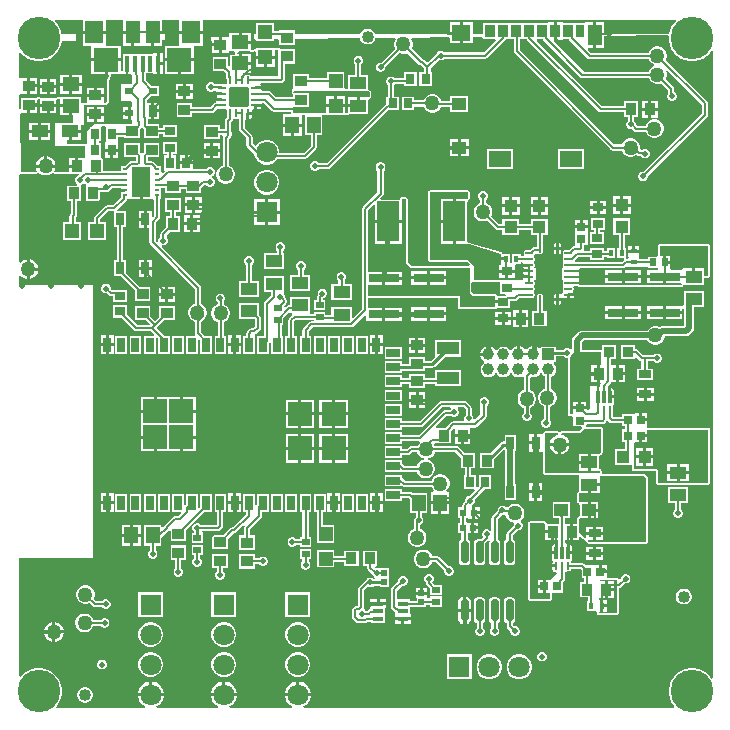
<source format=gtl>
G04*
G04 #@! TF.GenerationSoftware,Altium Limited,Altium Designer,21.1.1 (26)*
G04*
G04 Layer_Physical_Order=1*
G04 Layer_Color=255*
%FSLAX25Y25*%
%MOIN*%
G70*
G04*
G04 #@! TF.SameCoordinates,AD5FC0C8-6BA0-4716-B2C6-8E65356085E1*
G04*
G04*
G04 #@! TF.FilePolarity,Positive*
G04*
G01*
G75*
%ADD13C,0.01000*%
%ADD18R,0.02953X0.03347*%
%ADD19R,0.03347X0.02953*%
%ADD20R,0.01860X0.01843*%
%ADD21R,0.04724X0.04724*%
%ADD22R,0.05512X0.04134*%
%ADD23R,0.03937X0.03543*%
%ADD24R,0.02559X0.04134*%
%ADD25C,0.05000*%
G04:AMPARAMS|DCode=26|XSize=23.62mil|YSize=9.84mil|CornerRadius=1.97mil|HoleSize=0mil|Usage=FLASHONLY|Rotation=90.000|XOffset=0mil|YOffset=0mil|HoleType=Round|Shape=RoundedRectangle|*
%AMROUNDEDRECTD26*
21,1,0.02362,0.00591,0,0,90.0*
21,1,0.01968,0.00984,0,0,90.0*
1,1,0.00394,0.00295,0.00984*
1,1,0.00394,0.00295,-0.00984*
1,1,0.00394,-0.00295,-0.00984*
1,1,0.00394,-0.00295,0.00984*
%
%ADD26ROUNDEDRECTD26*%
%ADD27R,0.03543X0.03937*%
%ADD28R,0.02559X0.02165*%
G04:AMPARAMS|DCode=29|XSize=9.84mil|YSize=23.62mil|CornerRadius=1.97mil|HoleSize=0mil|Usage=FLASHONLY|Rotation=90.000|XOffset=0mil|YOffset=0mil|HoleType=Round|Shape=RoundedRectangle|*
%AMROUNDEDRECTD29*
21,1,0.00984,0.01968,0,0,90.0*
21,1,0.00591,0.02362,0,0,90.0*
1,1,0.00394,0.00984,0.00295*
1,1,0.00394,0.00984,-0.00295*
1,1,0.00394,-0.00984,-0.00295*
1,1,0.00394,-0.00984,0.00295*
%
%ADD29ROUNDEDRECTD29*%
G04:AMPARAMS|DCode=30|XSize=9.84mil|YSize=23.62mil|CornerRadius=1.97mil|HoleSize=0mil|Usage=FLASHONLY|Rotation=180.000|XOffset=0mil|YOffset=0mil|HoleType=Round|Shape=RoundedRectangle|*
%AMROUNDEDRECTD30*
21,1,0.00984,0.01968,0,0,180.0*
21,1,0.00591,0.02362,0,0,180.0*
1,1,0.00394,-0.00295,0.00984*
1,1,0.00394,0.00295,0.00984*
1,1,0.00394,0.00295,-0.00984*
1,1,0.00394,-0.00295,-0.00984*
%
%ADD30ROUNDEDRECTD30*%
%ADD31R,0.03543X0.02756*%
G04:AMPARAMS|DCode=32|XSize=9.45mil|YSize=23.62mil|CornerRadius=1.98mil|HoleSize=0mil|Usage=FLASHONLY|Rotation=0.000|XOffset=0mil|YOffset=0mil|HoleType=Round|Shape=RoundedRectangle|*
%AMROUNDEDRECTD32*
21,1,0.00945,0.01965,0,0,0.0*
21,1,0.00548,0.02362,0,0,0.0*
1,1,0.00397,0.00274,-0.00983*
1,1,0.00397,-0.00274,-0.00983*
1,1,0.00397,-0.00274,0.00983*
1,1,0.00397,0.00274,0.00983*
%
%ADD32ROUNDEDRECTD32*%
G04:AMPARAMS|DCode=33|XSize=23.62mil|YSize=9.45mil|CornerRadius=1.98mil|HoleSize=0mil|Usage=FLASHONLY|Rotation=0.000|XOffset=0mil|YOffset=0mil|HoleType=Round|Shape=RoundedRectangle|*
%AMROUNDEDRECTD33*
21,1,0.02362,0.00548,0,0,0.0*
21,1,0.01965,0.00945,0,0,0.0*
1,1,0.00397,0.00983,-0.00274*
1,1,0.00397,-0.00983,-0.00274*
1,1,0.00397,-0.00983,0.00274*
1,1,0.00397,0.00983,0.00274*
%
%ADD33ROUNDEDRECTD33*%
%ADD34R,0.06299X0.09843*%
%ADD35R,0.01575X0.00984*%
%ADD36R,0.04724X0.07480*%
%ADD37R,0.06299X0.07480*%
%ADD38R,0.08268X0.07874*%
%ADD39R,0.01575X0.05315*%
%ADD40R,0.05709X0.04528*%
%ADD41R,0.05512X0.03937*%
%ADD42R,0.02756X0.03543*%
%ADD43R,0.02756X0.02362*%
%ADD44R,0.02756X0.03937*%
%ADD45R,0.02953X0.02559*%
%ADD46R,0.04331X0.04331*%
%ADD47R,0.02165X0.02559*%
%ADD48R,0.02165X0.01772*%
%ADD49R,0.10236X0.02953*%
%ADD50R,0.01772X0.02165*%
%ADD51R,0.07284X0.13386*%
%ADD52R,0.07480X0.04331*%
%ADD53R,0.04134X0.02559*%
%ADD54R,0.02559X0.02953*%
%ADD55R,0.03504X0.03661*%
%ADD56R,0.04606X0.07087*%
%ADD57R,0.02953X0.04331*%
%ADD58R,0.03347X0.04331*%
%ADD59R,0.06102X0.05315*%
%ADD60R,0.04724X0.03937*%
%ADD61R,0.07480X0.05315*%
%ADD62R,0.04528X0.05709*%
G04:AMPARAMS|DCode=63|XSize=74.8mil|YSize=23.62mil|CornerRadius=5.91mil|HoleSize=0mil|Usage=FLASHONLY|Rotation=270.000|XOffset=0mil|YOffset=0mil|HoleType=Round|Shape=RoundedRectangle|*
%AMROUNDEDRECTD63*
21,1,0.07480,0.01181,0,0,270.0*
21,1,0.06299,0.02362,0,0,270.0*
1,1,0.01181,-0.00591,-0.03150*
1,1,0.01181,-0.00591,0.03150*
1,1,0.01181,0.00591,0.03150*
1,1,0.01181,0.00591,-0.03150*
%
%ADD63ROUNDEDRECTD63*%
%ADD64R,0.03740X0.01575*%
%ADD65R,0.02047X0.02047*%
%ADD66R,0.02047X0.02047*%
%ADD67R,0.02441X0.02441*%
%ADD68R,0.04528X0.03937*%
%ADD69R,0.04331X0.04331*%
%ADD70R,0.02756X0.04724*%
%ADD71R,0.04724X0.02756*%
%ADD72R,0.07874X0.07874*%
%ADD73R,0.04724X0.04724*%
%ADD141C,0.02000*%
G04:AMPARAMS|DCode=142|XSize=43.31mil|YSize=11.81mil|CornerRadius=1.95mil|HoleSize=0mil|Usage=FLASHONLY|Rotation=90.000|XOffset=0mil|YOffset=0mil|HoleType=Round|Shape=RoundedRectangle|*
%AMROUNDEDRECTD142*
21,1,0.04331,0.00791,0,0,90.0*
21,1,0.03941,0.01181,0,0,90.0*
1,1,0.00390,0.00396,0.01970*
1,1,0.00390,0.00396,-0.01970*
1,1,0.00390,-0.00396,-0.01970*
1,1,0.00390,-0.00396,0.01970*
%
%ADD142ROUNDEDRECTD142*%
G04:AMPARAMS|DCode=143|XSize=66.93mil|YSize=66.93mil|CornerRadius=2.01mil|HoleSize=0mil|Usage=FLASHONLY|Rotation=90.000|XOffset=0mil|YOffset=0mil|HoleType=Round|Shape=RoundedRectangle|*
%AMROUNDEDRECTD143*
21,1,0.06693,0.06291,0,0,90.0*
21,1,0.06291,0.06693,0,0,90.0*
1,1,0.00402,0.03146,0.03146*
1,1,0.00402,0.03146,-0.03146*
1,1,0.00402,-0.03146,-0.03146*
1,1,0.00402,-0.03146,0.03146*
%
%ADD143ROUNDEDRECTD143*%
%ADD144C,0.07760*%
%ADD145C,0.04000*%
%ADD146C,0.00800*%
%ADD147C,0.02000*%
%ADD148C,0.00900*%
%ADD149C,0.01800*%
%ADD150C,0.01500*%
%ADD151C,0.14173*%
%ADD152C,0.07087*%
%ADD153R,0.07087X0.07087*%
%ADD154R,0.03960X0.03960*%
%ADD155C,0.03960*%
%ADD156R,0.07087X0.07087*%
%ADD157C,0.02500*%
G36*
X221828Y232698D02*
X220998Y231868D01*
X220157Y230609D01*
X219577Y229211D01*
X219429Y228464D01*
X197731D01*
Y232274D01*
X195128D01*
Y227931D01*
Y223588D01*
X197731D01*
Y227803D01*
X218901Y228013D01*
X219282Y227516D01*
Y226211D01*
X219577Y224726D01*
X220157Y223327D01*
X220998Y222069D01*
X222069Y220998D01*
X223327Y220157D01*
X224726Y219577D01*
X226211Y219282D01*
X227726D01*
X229211Y219577D01*
X230609Y220157D01*
X231868Y220998D01*
X232939Y222069D01*
X233324Y222644D01*
X233817Y222607D01*
X233866Y222556D01*
Y217281D01*
Y212338D01*
Y207727D01*
Y202796D01*
Y197820D01*
Y192843D01*
Y187897D01*
Y183121D01*
Y178137D01*
Y173258D01*
Y168454D01*
Y163271D01*
Y158309D01*
Y153299D01*
Y148404D01*
Y143465D01*
Y138665D01*
Y133735D01*
Y128971D01*
Y124183D01*
Y119311D01*
X233866Y115010D01*
Y110254D01*
Y105899D01*
Y101488D01*
Y97689D01*
Y93753D01*
Y87920D01*
Y82617D01*
Y78218D01*
Y75010D01*
Y71830D01*
Y65524D01*
Y51654D01*
Y48141D01*
Y43758D01*
Y40094D01*
Y35998D01*
Y30725D01*
Y26025D01*
Y20716D01*
Y18727D01*
Y13664D01*
X233366Y13512D01*
X232939Y14152D01*
X231868Y15223D01*
X230609Y16064D01*
X229211Y16643D01*
X227726Y16939D01*
X226211D01*
X224726Y16643D01*
X223327Y16064D01*
X222069Y15223D01*
X220998Y14152D01*
X220157Y12893D01*
X219577Y11494D01*
X219282Y10009D01*
Y8495D01*
X219577Y7010D01*
X220157Y5611D01*
X220998Y4352D01*
X221155Y4195D01*
X220964Y3733D01*
X97633Y3733D01*
X97499Y4233D01*
X98318Y4706D01*
X99127Y5514D01*
X99699Y6505D01*
X99995Y7609D01*
Y7681D01*
X95652D01*
X91308D01*
Y7609D01*
X91604Y6505D01*
X92176Y5514D01*
X92985Y4706D01*
X93804Y4233D01*
X93670Y3733D01*
X72982D01*
X72848Y4233D01*
X73667Y4706D01*
X74476Y5514D01*
X75047Y6505D01*
X75343Y7609D01*
Y7681D01*
X71000D01*
X66657D01*
Y7609D01*
X66953Y6505D01*
X67524Y5514D01*
X68333Y4706D01*
X69152Y4233D01*
X69018Y3733D01*
X48582D01*
X48448Y4233D01*
X49267Y4706D01*
X50076Y5514D01*
X50647Y6505D01*
X50943Y7609D01*
Y7681D01*
X46600D01*
X42257D01*
Y7609D01*
X42553Y6505D01*
X43124Y5514D01*
X43933Y4706D01*
X44752Y4233D01*
X44618Y3733D01*
X15256D01*
X15065Y4194D01*
X15223Y4352D01*
X16064Y5611D01*
X16643Y7010D01*
X16939Y8495D01*
Y10009D01*
X16643Y11494D01*
X16064Y12893D01*
X15223Y14152D01*
X14152Y15223D01*
X12893Y16064D01*
X11494Y16643D01*
X10009Y16939D01*
X8495D01*
X7010Y16643D01*
X5611Y16064D01*
X4352Y15223D01*
X3281Y14152D01*
X3249Y14104D01*
X2771Y14249D01*
X2771Y53840D01*
X27295Y53840D01*
X27295Y144553D01*
X2771D01*
Y147687D01*
X3271Y147845D01*
X3774Y147342D01*
X4526Y146907D01*
X5300Y146700D01*
Y149982D01*
Y153265D01*
X4526Y153058D01*
X3774Y152623D01*
X3271Y152120D01*
X2771Y152278D01*
Y181292D01*
X2852Y181403D01*
X3271Y181628D01*
X3300Y181616D01*
X8372D01*
X8453Y181650D01*
X8540Y181639D01*
X8675Y181742D01*
X8831Y181807D01*
X8865Y181888D01*
X8935Y181941D01*
X8959Y181984D01*
X9455Y182049D01*
X9678Y181826D01*
X10385Y181418D01*
X11174Y181206D01*
X11990D01*
X12778Y181418D01*
X13485Y181826D01*
X13709Y182049D01*
X14205Y181984D01*
X14229Y181941D01*
X14299Y181888D01*
X14332Y181807D01*
X14489Y181742D01*
X14624Y181639D01*
X14711Y181650D01*
X14792Y181616D01*
X19426D01*
X19632Y181702D01*
X22567D01*
X22631Y181228D01*
X22043Y180985D01*
X21593Y180535D01*
X21350Y179947D01*
Y179310D01*
X21593Y178722D01*
X21995Y178320D01*
X21965Y178095D01*
X21842Y177820D01*
X18657D01*
Y172683D01*
X20009D01*
Y168454D01*
X19812Y168257D01*
X19591Y167926D01*
X19513Y167536D01*
Y165594D01*
X17362D01*
Y159669D01*
X23287D01*
Y165594D01*
X21553D01*
Y167113D01*
X21750Y167311D01*
X21971Y167642D01*
X22049Y168032D01*
Y172683D01*
X23401D01*
Y177566D01*
X23401Y177820D01*
X23686Y178202D01*
X23856Y178272D01*
X24072Y178488D01*
X24399Y178670D01*
X24725Y178488D01*
X24912Y178302D01*
X24957Y177820D01*
X24957Y177820D01*
X24957Y177820D01*
Y172683D01*
X29700D01*
Y175611D01*
X31881D01*
X32272Y175688D01*
X32602Y175909D01*
X33759Y177066D01*
X36583D01*
Y176813D01*
X38170D01*
Y175813D01*
X36583D01*
Y175021D01*
X36783D01*
Y174548D01*
X36763Y174450D01*
Y173933D01*
X34106Y171275D01*
X31997D01*
X31607Y171198D01*
X31276Y170977D01*
X28080Y167780D01*
X27859Y167450D01*
X27781Y167060D01*
Y165594D01*
X25630D01*
Y159669D01*
X31554D01*
Y165594D01*
X29820D01*
Y166637D01*
X32420Y169236D01*
X34135D01*
X34500Y169236D01*
X34500Y168810D01*
Y163922D01*
X35360D01*
Y152917D01*
X34500D01*
Y147583D01*
X36580D01*
X41390Y142774D01*
Y139276D01*
X46527D01*
Y144019D01*
X43029D01*
X38259Y148788D01*
Y152917D01*
X37399D01*
Y163922D01*
X38259D01*
Y169256D01*
X35677D01*
X35470Y169756D01*
X38504Y172789D01*
X38725Y173120D01*
X38790Y173450D01*
X39535D01*
Y173250D01*
X39535D01*
D01*
X42985D01*
Y173325D01*
Y178971D01*
X43985D01*
Y173250D01*
X47128D01*
D01*
X47435D01*
X47780Y172893D01*
Y167804D01*
X47386Y167410D01*
X46924Y167601D01*
Y169456D01*
X45344D01*
Y166589D01*
Y163722D01*
X46180D01*
Y159030D01*
X46258Y158640D01*
X46479Y158309D01*
X61355Y143433D01*
Y138426D01*
X60994Y138329D01*
X60287Y137921D01*
X59710Y137344D01*
X59302Y136637D01*
X59090Y135849D01*
Y135032D01*
X59302Y134244D01*
X59710Y133537D01*
X60287Y132960D01*
X60994Y132552D01*
X61355Y132455D01*
Y128548D01*
X61411Y128265D01*
X61218Y127909D01*
X61094Y127765D01*
X58434D01*
Y121841D01*
X62389D01*
Y126332D01*
X62850Y126532D01*
X63158Y126283D01*
Y121841D01*
X67114D01*
Y127765D01*
X64600D01*
X63394Y128971D01*
Y132325D01*
X63942Y132872D01*
X64094Y132960D01*
X64671Y133537D01*
X65079Y134244D01*
X65290Y135032D01*
Y135849D01*
X65079Y136637D01*
X64671Y137344D01*
X64094Y137921D01*
X63394Y138325D01*
Y143855D01*
X63317Y144246D01*
X63211Y144403D01*
X63209Y144407D01*
X63096Y144576D01*
X50234Y157438D01*
X50294Y157625D01*
X50479Y157900D01*
X51018D01*
X51606Y158144D01*
X52056Y158594D01*
X52300Y159182D01*
Y159818D01*
X52056Y160406D01*
X51873Y160589D01*
Y161278D01*
X53127Y162531D01*
X56429D01*
Y167668D01*
X55077D01*
Y169020D01*
X56626D01*
Y173764D01*
X51489D01*
Y169020D01*
X53038D01*
Y167668D01*
X51685D01*
Y163973D01*
X50133Y162421D01*
X49912Y162090D01*
X49834Y161700D01*
Y160873D01*
X49794Y160856D01*
X49344Y160406D01*
X49100Y159818D01*
Y159279D01*
X48825Y159094D01*
X48638Y159034D01*
X48220Y159452D01*
Y165360D01*
X49521Y166661D01*
X49742Y166992D01*
X49820Y167382D01*
Y173450D01*
X50187D01*
Y177066D01*
X51489D01*
Y175320D01*
X56626D01*
Y176672D01*
X58232D01*
Y175320D01*
X63368D01*
Y176890D01*
X63490Y176970D01*
X64481Y177962D01*
X65139D01*
X65475Y177625D01*
X66063Y177382D01*
X66700D01*
X67288Y177625D01*
X67738Y178076D01*
X67982Y178664D01*
Y179300D01*
X67738Y179888D01*
X67288Y180338D01*
X67099Y180417D01*
Y180958D01*
X67306Y181044D01*
X67756Y181494D01*
X68000Y182082D01*
Y182718D01*
X67756Y183306D01*
X67306Y183756D01*
X66718Y184000D01*
X66082D01*
X65494Y183756D01*
X65157Y183420D01*
X60621D01*
Y185026D01*
X58443D01*
X56265D01*
Y183420D01*
X54909D01*
Y187897D01*
X54120D01*
Y188460D01*
X55472D01*
Y192416D01*
X50728D01*
Y188460D01*
X52080D01*
Y187897D01*
X50953D01*
Y183154D01*
X51012D01*
X51219Y182654D01*
X50649Y182084D01*
X50295Y182231D01*
X50187Y182330D01*
Y184492D01*
X48855D01*
X48429Y184918D01*
X48356Y185027D01*
X47770Y185613D01*
X47439Y185834D01*
X47049Y185912D01*
X45570D01*
Y187267D01*
X45627Y187279D01*
X49468D01*
Y192022D01*
X44331D01*
Y189022D01*
X44298Y189000D01*
X43975Y188677D01*
X43650Y188583D01*
X43325Y188677D01*
X43002Y189000D01*
X42968Y189022D01*
Y192022D01*
X37832D01*
Y187279D01*
X41673D01*
X41730Y187267D01*
Y185948D01*
X41694Y185912D01*
X39921D01*
X39531Y185834D01*
X39200Y185613D01*
X38614Y185027D01*
X38541Y184918D01*
X38116Y184492D01*
X36783D01*
Y182648D01*
X30669D01*
Y186839D01*
X30222D01*
X30078Y187279D01*
X30078D01*
Y192022D01*
X29208D01*
Y192628D01*
X30166D01*
Y197261D01*
X30434Y197761D01*
X31454Y197761D01*
X31722Y197372D01*
Y192722D01*
X31722Y192628D01*
X31496Y192222D01*
X31434D01*
Y190150D01*
X33612D01*
X35790D01*
Y192175D01*
X35790Y192222D01*
X35678Y192676D01*
X35678Y192722D01*
Y193980D01*
X37832D01*
Y193578D01*
X42968D01*
Y196750D01*
X43044Y196800D01*
X43286Y197043D01*
X43834Y197067D01*
X43936Y197003D01*
X44331Y196608D01*
Y193578D01*
X49468D01*
Y194930D01*
X50728D01*
Y193972D01*
X55472D01*
Y197927D01*
X50728D01*
Y196969D01*
X49468D01*
Y198321D01*
X45627D01*
X45611Y198324D01*
Y199932D01*
X46825D01*
Y202700D01*
Y205469D01*
X45307D01*
Y206130D01*
X46789Y207612D01*
X49303D01*
Y211174D01*
X46789D01*
X44991Y212972D01*
Y215211D01*
X47489D01*
Y215011D01*
X48576D01*
Y218468D01*
Y221926D01*
X47489D01*
Y221726D01*
X37453D01*
Y216340D01*
X37010Y216028D01*
X36687Y216179D01*
Y219248D01*
X32254D01*
Y215011D01*
X32389D01*
X32620Y214511D01*
X32575Y214413D01*
Y214413D01*
X31975Y213122D01*
X31969Y212980D01*
X31914Y212848D01*
X31914Y205837D01*
X31477Y205400D01*
X30869D01*
Y207400D01*
X25332D01*
Y205400D01*
X24319D01*
X23954Y205249D01*
X23454Y205457D01*
Y207320D01*
X16546D01*
X16546Y207320D01*
X16046Y207320D01*
X15669Y207320D01*
X15458Y207233D01*
X15242Y207160D01*
X14911Y206872D01*
X10199D01*
X10187Y206901D01*
X10091Y207133D01*
X10091Y207133D01*
X10091Y207133D01*
X9859Y207229D01*
X9632Y207324D01*
X9169Y207324D01*
X9053Y207276D01*
X8928Y207278D01*
X8907Y207270D01*
X8468Y207122D01*
X8468Y207122D01*
X3331D01*
Y203268D01*
X3271Y203232D01*
X2771Y203518D01*
Y208141D01*
X3131Y208478D01*
X3271Y208478D01*
X5400D01*
Y211050D01*
Y213621D01*
X4030D01*
D01*
X3271D01*
X3131Y213621D01*
X2771Y213958D01*
Y221971D01*
X3249Y222116D01*
X3281Y222069D01*
X4352Y220998D01*
X5611Y220157D01*
X7010Y219577D01*
X8495Y219282D01*
X10009D01*
X11494Y219577D01*
X12893Y220157D01*
X14152Y220998D01*
X15223Y222069D01*
X16064Y223327D01*
X16643Y224726D01*
X16898Y226009D01*
X21800Y226057D01*
Y228464D01*
X16792D01*
X16643Y229211D01*
X16064Y230609D01*
X15223Y231868D01*
X14393Y232698D01*
X14600Y233198D01*
X23867D01*
Y229500D01*
X31766D01*
Y233198D01*
X37450D01*
Y229500D01*
X40612D01*
Y229000D01*
X41112D01*
Y224460D01*
X43643D01*
X43774Y224460D01*
Y224460D01*
X44142D01*
Y224460D01*
X46805D01*
Y229000D01*
X47305D01*
Y229500D01*
X50467D01*
Y233198D01*
X56150D01*
Y229500D01*
X64050D01*
Y233198D01*
X221621D01*
X221828Y232698D01*
D02*
G37*
G36*
X9631Y206674D02*
Y205000D01*
X15168D01*
Y206235D01*
X15668Y206671D01*
X16346Y206670D01*
Y204957D01*
X20000D01*
Y204457D01*
X20500D01*
Y201393D01*
X20587D01*
X20587Y198804D01*
X14682Y198804D01*
Y191317D01*
X14365Y191000D01*
X24700D01*
Y187484D01*
X24569Y187039D01*
X22498D01*
Y184270D01*
X21998D01*
Y183770D01*
X19426D01*
Y182266D01*
X14792D01*
X14503Y182766D01*
X14657Y183033D01*
X14864Y183806D01*
X11582D01*
X8299D01*
X8507Y183033D01*
X8661Y182766D01*
X8372Y182266D01*
X3300D01*
X3019Y201725D01*
X3512Y202179D01*
X5400D01*
Y204750D01*
X5900D01*
Y205250D01*
X8669D01*
Y206321D01*
X8925Y206577D01*
X9168Y206674D01*
X9631Y206674D01*
D02*
G37*
G36*
X37253Y215100D02*
Y215011D01*
X40070D01*
X40423Y214657D01*
X40418Y211659D01*
X36789Y211659D01*
Y206538D01*
X36789Y206250D01*
X36940Y206100D01*
X37227Y206100D01*
X40067Y206100D01*
X40420Y205746D01*
X40420Y203894D01*
X39951D01*
Y201913D01*
Y199932D01*
X40064D01*
X40418Y199578D01*
X40418Y198410D01*
X27661Y198410D01*
X26623Y197372D01*
X26210D01*
Y196959D01*
X25200Y195949D01*
X25200Y191816D01*
X18619Y191816D01*
Y193181D01*
X19300D01*
Y195950D01*
X19800D01*
Y196450D01*
X23356D01*
Y198000D01*
X24319D01*
Y204750D01*
X31746D01*
X32564Y205569D01*
X32564Y212848D01*
X33209Y214237D01*
X33211Y214266D01*
X33230Y214287D01*
X33221Y214511D01*
X33230Y214734D01*
X33514Y215044D01*
X33572Y215100D01*
X37253Y215100D01*
D02*
G37*
%LPC*%
G36*
X194128Y232274D02*
X191525D01*
Y232074D01*
X183873D01*
Y232274D01*
X181900D01*
Y229309D01*
Y226344D01*
X183873D01*
Y226544D01*
X186054D01*
X186183Y226351D01*
X192155Y220379D01*
X192486Y220158D01*
X192876Y220080D01*
X212504D01*
X212551Y219903D01*
X212959Y219197D01*
X213537Y218619D01*
X214243Y218211D01*
X214252Y218209D01*
Y217691D01*
X214243Y217689D01*
X213537Y217281D01*
X212959Y216703D01*
X212551Y215997D01*
X212504Y215820D01*
X190937D01*
X180875Y225882D01*
X180900Y225942D01*
Y229309D01*
Y232274D01*
X178926D01*
Y232074D01*
X157473D01*
Y228464D01*
X153912D01*
Y232274D01*
X150561D01*
Y228817D01*
Y225359D01*
X153912D01*
Y227368D01*
X157117Y227400D01*
X157473Y227048D01*
Y226544D01*
X161382D01*
X161573Y226082D01*
X157694Y222203D01*
X144517D01*
X144180Y222540D01*
X143592Y222783D01*
X142956D01*
X142367Y222540D01*
X141917Y222090D01*
X141678Y221512D01*
X138850Y218684D01*
X137912Y219621D01*
X137582Y219842D01*
X137230Y219912D01*
X133597Y223545D01*
X133689Y223703D01*
X133900Y224492D01*
Y225308D01*
X133689Y226097D01*
X133361Y226664D01*
X133567Y227166D01*
X145854Y227288D01*
X146210Y226936D01*
Y225359D01*
X149561D01*
Y228817D01*
Y232274D01*
X146210D01*
Y228464D01*
X121329D01*
X121323Y228486D01*
X120981Y229079D01*
X120496Y229563D01*
X119904Y229906D01*
X119242Y230083D01*
X118558D01*
X117896Y229906D01*
X117304Y229563D01*
X116820Y229079D01*
X116477Y228486D01*
X116471Y228464D01*
X94629D01*
Y229566D01*
X89492D01*
Y229321D01*
X87742D01*
Y231878D01*
X81817D01*
Y228464D01*
X80921D01*
Y226644D01*
X81462Y226649D01*
X81817Y226297D01*
Y225953D01*
X87742D01*
Y226712D01*
X89137Y226725D01*
X89492Y226374D01*
Y224823D01*
X94629D01*
Y226780D01*
X116339Y226995D01*
X116477Y226479D01*
X116820Y225886D01*
X117304Y225402D01*
X117896Y225060D01*
X118558Y224883D01*
X119242D01*
X119904Y225060D01*
X120496Y225402D01*
X120981Y225886D01*
X121323Y226479D01*
X121475Y227046D01*
X127946Y227110D01*
X127971Y227090D01*
X128209Y226613D01*
X127911Y226097D01*
X127700Y225308D01*
Y224492D01*
X127911Y223703D01*
X128024Y223508D01*
X123358Y218842D01*
X122882D01*
X122294Y218598D01*
X121844Y218148D01*
X121600Y217560D01*
Y216923D01*
X121844Y216335D01*
X122294Y215885D01*
X122882Y215642D01*
X123518D01*
X124106Y215885D01*
X124556Y216335D01*
X124800Y216923D01*
Y217400D01*
X129482Y222081D01*
X129603Y222011D01*
X130392Y221800D01*
X131208D01*
X131997Y222011D01*
X132155Y222103D01*
X136079Y218179D01*
X136410Y217958D01*
X136761Y217888D01*
X137830Y216819D01*
Y215573D01*
X136183D01*
Y211027D01*
X140335D01*
Y215573D01*
X139869D01*
Y216819D01*
X142728Y219678D01*
X142956Y219584D01*
X143592D01*
X144180Y219827D01*
X144517Y220164D01*
X158116D01*
X158507Y220241D01*
X158837Y220462D01*
X164798Y226423D01*
X164878Y226544D01*
X167680D01*
Y222600D01*
X167758Y222210D01*
X167979Y221879D01*
X200049Y189809D01*
X200380Y189587D01*
X200770Y189510D01*
X203664D01*
X203711Y189333D01*
X204119Y188626D01*
X204697Y188049D01*
X205403Y187641D01*
X206192Y187429D01*
X207008D01*
X207797Y187641D01*
X208503Y188049D01*
X208612Y188158D01*
X208800Y187970D01*
X209130Y187749D01*
X209521Y187672D01*
X209920D01*
X209952Y187594D01*
X210402Y187144D01*
X210990Y186900D01*
X211627D01*
X212215Y187144D01*
X212665Y187594D01*
X212909Y188182D01*
Y188818D01*
X212665Y189406D01*
X212215Y189856D01*
X211627Y190100D01*
X210990D01*
X210402Y189856D01*
X210044Y189866D01*
X209700Y190121D01*
Y190938D01*
X209489Y191726D01*
X209081Y192433D01*
X208503Y193010D01*
X207797Y193418D01*
X207008Y193630D01*
X206192D01*
X205403Y193418D01*
X204697Y193010D01*
X204119Y192433D01*
X203711Y191726D01*
X203664Y191549D01*
X201193D01*
X169720Y223022D01*
Y226544D01*
X171936D01*
X172017Y226423D01*
X195861Y202579D01*
X196192Y202358D01*
X196582Y202280D01*
X204348D01*
Y200731D01*
X205580D01*
Y199443D01*
X205244Y199106D01*
X205000Y198518D01*
Y197882D01*
X205244Y197294D01*
X205694Y196844D01*
X206282Y196600D01*
X206918D01*
X206996Y196632D01*
X207550Y196079D01*
X207880Y195858D01*
X208271Y195780D01*
X211564D01*
X211611Y195603D01*
X212019Y194897D01*
X212597Y194319D01*
X213303Y193911D01*
X214092Y193700D01*
X214908D01*
X215697Y193911D01*
X216403Y194319D01*
X216981Y194897D01*
X217389Y195603D01*
X217600Y196392D01*
Y197208D01*
X217389Y197997D01*
X216981Y198703D01*
X216403Y199281D01*
X215697Y199689D01*
X214908Y199900D01*
X214092D01*
X213303Y199689D01*
X212597Y199281D01*
X212019Y198703D01*
X211611Y197997D01*
X211564Y197820D01*
X208693D01*
X208200Y198312D01*
Y198518D01*
X207956Y199106D01*
X207620Y199443D01*
Y200731D01*
X209091D01*
Y205869D01*
X204348D01*
Y204320D01*
X197004D01*
X175242Y226082D01*
X175433Y226544D01*
X177393D01*
X177521Y226351D01*
X189794Y214079D01*
X190124Y213858D01*
X190514Y213780D01*
X212504D01*
X212551Y213603D01*
X212959Y212897D01*
X213537Y212319D01*
X214243Y211911D01*
X215032Y211700D01*
X215848D01*
X216636Y211911D01*
X216795Y212003D01*
X219139Y209659D01*
Y208652D01*
X218994Y208506D01*
X218750Y207918D01*
Y207282D01*
X218994Y206694D01*
X219444Y206244D01*
X220032Y206000D01*
X220668D01*
X221256Y206244D01*
X221706Y206694D01*
X221950Y207282D01*
Y207918D01*
X221706Y208506D01*
X221256Y208956D01*
X221178Y208989D01*
Y210081D01*
X221101Y210471D01*
X220880Y210802D01*
X218237Y213445D01*
X218329Y213603D01*
X218540Y214392D01*
Y215208D01*
X218329Y215997D01*
X218239Y216152D01*
X218639Y216459D01*
X230280Y204818D01*
Y201922D01*
X210839Y182481D01*
X210362D01*
X209774Y182237D01*
X209324Y181787D01*
X209081Y181199D01*
Y180562D01*
X209324Y179974D01*
X209774Y179524D01*
X210362Y179281D01*
X210999D01*
X211587Y179524D01*
X212037Y179974D01*
X212281Y180562D01*
Y181039D01*
X232021Y200779D01*
X232242Y201110D01*
X232320Y201500D01*
Y205240D01*
X232242Y205630D01*
X232021Y205961D01*
X218237Y219745D01*
X218329Y219903D01*
X218540Y220692D01*
Y221508D01*
X218329Y222297D01*
X217920Y223003D01*
X217343Y223581D01*
X216636Y223989D01*
X215848Y224200D01*
X215032D01*
X214243Y223989D01*
X213537Y223581D01*
X212959Y223003D01*
X212551Y222297D01*
X212504Y222120D01*
X193298D01*
X192292Y223126D01*
X192483Y223588D01*
X194128D01*
Y227931D01*
Y232274D01*
D02*
G37*
G36*
X75998Y228702D02*
X72843D01*
Y228464D01*
Y227750D01*
X72629Y227339D01*
X70360D01*
Y224768D01*
Y222196D01*
X72629D01*
X72843Y222575D01*
X74394D01*
X74608Y222371D01*
X74741Y222078D01*
X74791Y221958D01*
Y221829D01*
X74514Y221416D01*
X73043D01*
Y217855D01*
X72543Y217589D01*
X72429Y217667D01*
Y220840D01*
X67292D01*
Y216097D01*
X70790D01*
X71597Y215290D01*
Y214152D01*
X71674Y213761D01*
X71895Y213431D01*
X71953Y213373D01*
Y212034D01*
X71971Y211944D01*
X71575Y211549D01*
X71486Y211567D01*
X70741D01*
X70695Y211598D01*
X70305Y211676D01*
X67928D01*
X67591Y212012D01*
X67003Y212256D01*
X66367D01*
X65778Y212012D01*
X65328Y211562D01*
X65085Y210974D01*
Y210338D01*
X65328Y209750D01*
X65778Y209299D01*
X66367Y209056D01*
X67003D01*
X67591Y209299D01*
X67833Y209541D01*
X68264Y209509D01*
X68559Y209075D01*
X68542Y208991D01*
X70502D01*
Y207991D01*
X68542D01*
X68578Y207806D01*
X68779Y207506D01*
X68578Y207206D01*
X68542Y207022D01*
X70502D01*
Y206022D01*
X68527D01*
X68526Y206012D01*
X68265Y205574D01*
X68193Y205514D01*
X68098Y205496D01*
X67767Y205275D01*
X66463Y203970D01*
X60424D01*
Y205322D01*
X55287D01*
Y200579D01*
X60424D01*
Y201931D01*
X66885D01*
X67275Y202008D01*
X67606Y202229D01*
X68911Y203534D01*
X69167D01*
X69207Y203508D01*
X69517Y203446D01*
X71486D01*
X71575Y203464D01*
X71971Y203068D01*
X71953Y202979D01*
Y201010D01*
X72015Y200699D01*
X72041Y200660D01*
Y200579D01*
X71678Y200216D01*
X71457Y199885D01*
X71379Y199495D01*
Y196769D01*
X69569D01*
Y198121D01*
X64432D01*
Y193378D01*
X69569D01*
Y194730D01*
X70315D01*
X70644Y194230D01*
X70612Y194069D01*
Y184564D01*
X70435Y184517D01*
X69728Y184109D01*
X69151Y183532D01*
X68743Y182825D01*
X68532Y182036D01*
Y181220D01*
X68743Y180432D01*
X69151Y179725D01*
X69728Y179148D01*
X70435Y178740D01*
X71224Y178528D01*
X72040D01*
X72828Y178740D01*
X73535Y179148D01*
X74112Y179725D01*
X74521Y180432D01*
X74732Y181220D01*
Y182036D01*
X74521Y182825D01*
X74112Y183532D01*
X73535Y184109D01*
X72828Y184517D01*
X72651Y184564D01*
Y193264D01*
X72777Y193348D01*
X73245Y193816D01*
X73466Y194147D01*
X73544Y194537D01*
Y195750D01*
X73466Y196140D01*
X73419Y196211D01*
Y199073D01*
X73782Y199436D01*
X74003Y199767D01*
X74033Y199919D01*
X74349Y200195D01*
X74580Y200228D01*
X74734Y200198D01*
X75324D01*
X75478Y200228D01*
X75886Y199988D01*
X75978Y199887D01*
Y196614D01*
X76056Y196224D01*
X76277Y195893D01*
X78524Y193646D01*
Y191519D01*
X78601Y191129D01*
X78822Y190798D01*
X81157Y188463D01*
Y188436D01*
X81439Y187382D01*
X81985Y186438D01*
X82756Y185666D01*
X83701Y185121D01*
X84755Y184838D01*
X85846D01*
X86899Y185121D01*
X87844Y185666D01*
X88616Y186438D01*
X88819Y186791D01*
X98016D01*
X98406Y186868D01*
X98737Y187089D01*
X101621Y189973D01*
X101842Y190304D01*
X101920Y190694D01*
Y194546D01*
X103764D01*
Y201329D01*
X105069D01*
X105447Y201485D01*
X111016D01*
X111394Y201329D01*
X112244D01*
X112703Y201519D01*
X112807Y201769D01*
X119156D01*
Y206334D01*
X119599Y206701D01*
X119693Y206793D01*
X119815Y206843D01*
X119863Y206960D01*
X119954Y207049D01*
X120134Y207474D01*
X120135Y207606D01*
X120186Y207727D01*
X120188Y208966D01*
X120154Y209050D01*
X120165Y209141D01*
X120062Y209272D01*
X119999Y209425D01*
X119915Y209460D01*
X119859Y209532D01*
X119359Y209815D01*
X119194Y209835D01*
X119156Y209851D01*
Y214583D01*
X116820D01*
Y218269D01*
X117156Y218606D01*
X117400Y219194D01*
Y219830D01*
X117156Y220419D01*
X116706Y220869D01*
X116118Y221112D01*
X115482D01*
X114894Y220869D01*
X114444Y220419D01*
X114200Y219830D01*
Y219194D01*
X114444Y218606D01*
X114780Y218269D01*
Y214583D01*
X112444D01*
Y210552D01*
X112207Y210136D01*
X111547Y210135D01*
X111194Y210489D01*
Y215677D01*
X105269D01*
Y213608D01*
X99201D01*
Y214960D01*
X94064D01*
Y210554D01*
X94064Y210217D01*
X93813Y209834D01*
X93605Y209515D01*
X93591Y209439D01*
X93539Y209382D01*
X93547Y209203D01*
X93514Y209026D01*
X93557Y208963D01*
X93561Y208886D01*
X93794Y208386D01*
X93879Y208308D01*
X93923Y208202D01*
X94056Y208147D01*
X94064Y208139D01*
Y207309D01*
X88512D01*
X86641Y209180D01*
X86310Y209401D01*
X85920Y209479D01*
X84256D01*
X84097Y209510D01*
X83827D01*
X83529Y209959D01*
X81525D01*
Y210959D01*
X83485D01*
X83448Y211143D01*
X83228Y211473D01*
X83190Y211498D01*
X83342Y211999D01*
X90023D01*
X90414Y212076D01*
X90745Y212297D01*
X91213Y212766D01*
X91434Y213096D01*
X91512Y213487D01*
Y218524D01*
X94629D01*
Y223267D01*
X89686D01*
X89567Y223554D01*
X89108Y223744D01*
X87941D01*
X87618Y223610D01*
X81817D01*
Y223481D01*
X81544Y223274D01*
X81366Y223207D01*
X81165D01*
X80966Y223239D01*
X80923Y223207D01*
X80921D01*
Y223175D01*
X80152D01*
Y223229D01*
Y225139D01*
X76498D01*
Y225639D01*
X75998D01*
Y228702D01*
D02*
G37*
G36*
X80152D02*
X76998D01*
Y226139D01*
X80152D01*
Y226636D01*
Y228464D01*
Y228702D01*
D02*
G37*
G36*
X66800Y227644D02*
Y226441D01*
X67092Y226151D01*
Y225268D01*
X69360D01*
Y227339D01*
X67092D01*
X66800Y227644D01*
D02*
G37*
G36*
X50467Y228500D02*
X47805D01*
Y224460D01*
X50467D01*
Y224918D01*
Y226342D01*
X51517Y226352D01*
Y228464D01*
X50467D01*
Y228500D01*
D02*
G37*
G36*
X40112D02*
X37450D01*
Y228464D01*
D01*
Y225857D01*
D01*
Y224460D01*
X40112D01*
Y228500D01*
D02*
G37*
G36*
X69360Y224268D02*
X67092D01*
Y222196D01*
X69360D01*
Y224268D01*
D02*
G37*
G36*
X64050Y228500D02*
X56150D01*
Y228464D01*
Y226043D01*
Y224485D01*
X51229D01*
Y220248D01*
X61097D01*
Y224460D01*
X64050D01*
Y226477D01*
Y228464D01*
Y228500D01*
D02*
G37*
G36*
X31766D02*
X23867D01*
Y228464D01*
Y225723D01*
Y224460D01*
X26820D01*
Y220248D01*
X36687D01*
Y224485D01*
X31766D01*
Y226156D01*
Y228464D01*
Y228500D01*
D02*
G37*
G36*
X50664Y221926D02*
X49576D01*
Y218969D01*
X50664D01*
Y221926D01*
D02*
G37*
G36*
X61097Y219248D02*
X56663D01*
Y215011D01*
X61097D01*
Y219248D01*
D02*
G37*
G36*
X55663D02*
X51229D01*
Y215011D01*
X55663D01*
Y219248D01*
D02*
G37*
G36*
X50664Y217969D02*
X49576D01*
Y215011D01*
X50664D01*
Y217969D01*
D02*
G37*
G36*
X31254Y219248D02*
X26820D01*
Y215011D01*
X31254D01*
Y219248D01*
D02*
G37*
G36*
X135217Y215573D02*
X131065D01*
Y213608D01*
X127894D01*
X127557Y213945D01*
X126969Y214188D01*
X126332D01*
X125744Y213945D01*
X125294Y213495D01*
X125050Y212907D01*
Y212270D01*
X125294Y211682D01*
X125631Y211345D01*
Y207473D01*
X125165D01*
Y205088D01*
X124961Y204952D01*
X105328Y185320D01*
X102543D01*
X102206Y185656D01*
X101618Y185900D01*
X100982D01*
X100394Y185656D01*
X99944Y185206D01*
X99700Y184618D01*
Y183982D01*
X99944Y183394D01*
X100394Y182944D01*
X100982Y182700D01*
X101618D01*
X102206Y182944D01*
X102543Y183280D01*
X105750D01*
X106141Y183358D01*
X106471Y183579D01*
X125819Y202927D01*
X129317D01*
Y207473D01*
X127670D01*
Y211345D01*
X127894Y211569D01*
X131065D01*
Y211027D01*
X135217D01*
Y215573D01*
D02*
G37*
G36*
X23654Y214607D02*
X20500D01*
Y212043D01*
X23654D01*
Y214607D01*
D02*
G37*
G36*
X19500D02*
X16346D01*
Y212043D01*
X19500D01*
Y214607D01*
D02*
G37*
G36*
X8669Y213621D02*
X6400D01*
Y211550D01*
X8669D01*
Y213621D01*
D02*
G37*
G36*
X15168Y213371D02*
X12900D01*
Y211299D01*
X15168D01*
Y213371D01*
D02*
G37*
G36*
X11900D02*
X9631D01*
Y211299D01*
X11900D01*
Y213371D01*
D02*
G37*
G36*
X60624Y211821D02*
X58356D01*
Y209750D01*
X60624D01*
Y211821D01*
D02*
G37*
G36*
X57356D02*
X55087D01*
Y209750D01*
X57356D01*
Y211821D01*
D02*
G37*
G36*
X23654Y211043D02*
X20500D01*
Y208479D01*
X23654D01*
Y211043D01*
D02*
G37*
G36*
X19500D02*
X16346D01*
Y208479D01*
X19500D01*
Y211043D01*
D02*
G37*
G36*
X8669Y210550D02*
X6400D01*
Y208478D01*
X8669D01*
Y210550D01*
D02*
G37*
G36*
X30869Y210472D02*
X28600D01*
Y208400D01*
X30869D01*
Y210472D01*
D02*
G37*
G36*
X27600D02*
X25332D01*
Y208400D01*
X27600D01*
Y210472D01*
D02*
G37*
G36*
X15168Y210299D02*
X12900D01*
Y208228D01*
X15168D01*
Y208347D01*
Y210299D01*
D02*
G37*
G36*
X11900D02*
X9631D01*
Y208228D01*
X11900D01*
Y210299D01*
D02*
G37*
G36*
X60624Y208750D02*
X58356D01*
Y206678D01*
X60624D01*
Y208750D01*
D02*
G37*
G36*
X57356D02*
X55087D01*
Y206678D01*
X57356D01*
Y208750D01*
D02*
G37*
G36*
X140908Y208300D02*
X140092D01*
X139303Y208089D01*
X138597Y207681D01*
X138019Y207103D01*
X137611Y206397D01*
X137564Y206220D01*
X134435D01*
Y207473D01*
X130283D01*
Y202927D01*
X134435D01*
Y204180D01*
X137564D01*
X137611Y204003D01*
X138019Y203297D01*
X138597Y202719D01*
X139303Y202311D01*
X140092Y202100D01*
X140908D01*
X141697Y202311D01*
X142403Y202719D01*
X142981Y203297D01*
X143389Y204003D01*
X143408Y204077D01*
X146410D01*
Y202528D01*
X152334D01*
Y207665D01*
X146410D01*
Y206116D01*
X143464D01*
X143389Y206397D01*
X142981Y207103D01*
X142403Y207681D01*
X141697Y208089D01*
X140908Y208300D01*
D02*
G37*
G36*
X215591Y206068D02*
X213519D01*
Y203800D01*
X215591D01*
Y206068D01*
D02*
G37*
G36*
X212519D02*
X210447D01*
Y203800D01*
X212519D01*
Y206068D01*
D02*
G37*
G36*
X49503Y205469D02*
X47825D01*
Y203200D01*
X49503D01*
Y205469D01*
D02*
G37*
G36*
X215591Y202800D02*
X213519D01*
Y200532D01*
X215591D01*
Y202800D01*
D02*
G37*
G36*
X212519D02*
X210447D01*
Y200532D01*
X212519D01*
Y202800D01*
D02*
G37*
G36*
X49503Y202200D02*
X47825D01*
Y199932D01*
X49503D01*
Y202200D01*
D02*
G37*
G36*
X152534Y193298D02*
X149872D01*
Y191030D01*
X152534D01*
Y193298D01*
D02*
G37*
G36*
X148872D02*
X146210D01*
Y191030D01*
X148872D01*
Y193298D01*
D02*
G37*
G36*
X69769Y192022D02*
X67500D01*
Y189950D01*
X69769D01*
Y192022D01*
D02*
G37*
G36*
X66500D02*
X64231D01*
Y189950D01*
X66500D01*
Y192022D01*
D02*
G37*
G36*
X152534Y190030D02*
X149872D01*
Y187761D01*
X152534D01*
Y190030D01*
D02*
G37*
G36*
X148872D02*
X146210D01*
Y187761D01*
X148872D01*
Y190030D01*
D02*
G37*
G36*
X35790Y189150D02*
X34112D01*
Y187079D01*
X35790D01*
Y189150D01*
D02*
G37*
G36*
X33112D02*
X31434D01*
Y187079D01*
X33112D01*
Y189150D01*
D02*
G37*
G36*
X69769Y188950D02*
X67500D01*
Y186879D01*
X69769D01*
Y188950D01*
D02*
G37*
G36*
X66500D02*
X64231D01*
Y186879D01*
X66500D01*
Y188950D01*
D02*
G37*
G36*
X60621Y188097D02*
X58943D01*
Y186026D01*
X60621D01*
Y188097D01*
D02*
G37*
G36*
X57943D02*
X56265D01*
Y186026D01*
X57943D01*
Y188097D01*
D02*
G37*
G36*
X190996Y189948D02*
X182315D01*
Y183433D01*
X190996D01*
Y189948D01*
D02*
G37*
G36*
X167492D02*
X158811D01*
Y183433D01*
X167492D01*
Y189948D01*
D02*
G37*
G36*
X85846Y183125D02*
X84755D01*
X83701Y182843D01*
X82756Y182297D01*
X81985Y181526D01*
X81439Y180581D01*
X81157Y179527D01*
Y178436D01*
X81439Y177383D01*
X81985Y176438D01*
X82756Y175666D01*
X83701Y175121D01*
X84755Y174838D01*
X85846D01*
X86899Y175121D01*
X87844Y175666D01*
X88616Y176438D01*
X89161Y177383D01*
X89443Y178436D01*
Y179527D01*
X89161Y180581D01*
X88616Y181526D01*
X87844Y182297D01*
X86899Y182843D01*
X85846Y183125D01*
D02*
G37*
G36*
X63569Y173964D02*
X61300D01*
Y171892D01*
X63569D01*
Y173964D01*
D02*
G37*
G36*
X60300D02*
X58031D01*
Y171892D01*
X60300D01*
Y173964D01*
D02*
G37*
G36*
X206540Y174251D02*
X204075D01*
Y171786D01*
X206540D01*
Y174251D01*
D02*
G37*
G36*
X203075D02*
X200609D01*
Y171786D01*
X203075D01*
Y174251D01*
D02*
G37*
G36*
X179163Y174044D02*
X176697D01*
Y171579D01*
X179163D01*
Y174044D01*
D02*
G37*
G36*
X175697D02*
X173232D01*
Y171579D01*
X175697D01*
Y174044D01*
D02*
G37*
G36*
X169565D02*
X167100D01*
Y171579D01*
X169565D01*
Y174044D01*
D02*
G37*
G36*
X166100D02*
X163635D01*
Y171579D01*
X166100D01*
Y174044D01*
D02*
G37*
G36*
X198316Y172833D02*
X196245D01*
Y171155D01*
X198316D01*
Y172833D01*
D02*
G37*
G36*
X195245D02*
X193173D01*
Y171155D01*
X195245D01*
Y172833D01*
D02*
G37*
G36*
X89643Y173325D02*
X85800D01*
Y169482D01*
X89643D01*
Y173325D01*
D02*
G37*
G36*
X84800D02*
X80957D01*
Y169482D01*
X84800D01*
Y173325D01*
D02*
G37*
G36*
X63569Y170892D02*
X61300D01*
Y168821D01*
X63569D01*
Y170892D01*
D02*
G37*
G36*
X60300D02*
X58031D01*
Y168821D01*
X60300D01*
Y170892D01*
D02*
G37*
G36*
X198316Y170155D02*
X196245D01*
Y168477D01*
X198316D01*
Y168982D01*
Y170155D01*
D02*
G37*
G36*
X195245D02*
X193173D01*
Y168982D01*
Y168477D01*
X195245D01*
Y170155D01*
D02*
G37*
G36*
X206540Y170786D02*
X204075D01*
Y168321D01*
X206540D01*
Y168982D01*
Y170786D01*
D02*
G37*
G36*
X203075D02*
X200609D01*
Y168982D01*
Y168321D01*
X203075D01*
Y170786D01*
D02*
G37*
G36*
X179163Y170579D02*
X176697D01*
Y168114D01*
X179163D01*
Y168982D01*
Y170579D01*
D02*
G37*
G36*
X175697D02*
X173232D01*
Y168982D01*
Y168114D01*
X175697D01*
Y170579D01*
D02*
G37*
G36*
X169565D02*
X167100D01*
Y168114D01*
X169565D01*
Y168982D01*
Y170579D01*
D02*
G37*
G36*
X166100D02*
X163635D01*
Y168982D01*
Y168114D01*
X166100D01*
Y170579D01*
D02*
G37*
G36*
X44344Y169456D02*
X42765D01*
Y167089D01*
X44344D01*
Y169456D01*
D02*
G37*
G36*
X62928Y167868D02*
X60856D01*
Y165600D01*
X62928D01*
Y167868D01*
D02*
G37*
G36*
X59856D02*
X57785D01*
Y165600D01*
X59856D01*
Y167868D01*
D02*
G37*
G36*
X192420Y166279D02*
X190644D01*
Y164699D01*
X192420D01*
Y166279D01*
D02*
G37*
G36*
X189644D02*
X187868D01*
Y164699D01*
X189644D01*
Y166279D01*
D02*
G37*
G36*
X89643Y168482D02*
X85800D01*
Y164638D01*
X89643D01*
Y168482D01*
D02*
G37*
G36*
X84800D02*
X80957D01*
Y164638D01*
X84800D01*
Y168482D01*
D02*
G37*
G36*
X44344Y166089D02*
X42765D01*
Y163722D01*
X44344D01*
Y166089D01*
D02*
G37*
G36*
X62928Y164600D02*
X60856D01*
Y162331D01*
X62928D01*
Y164600D01*
D02*
G37*
G36*
X59856D02*
X57785D01*
Y162331D01*
X59856D01*
Y164600D01*
D02*
G37*
G36*
X198116Y167121D02*
X193373D01*
Y163165D01*
X194380D01*
Y162487D01*
X193028D01*
Y158531D01*
X197772D01*
Y162487D01*
X196420D01*
Y163165D01*
X198116D01*
Y167121D01*
D02*
G37*
G36*
X182701Y158804D02*
Y157348D01*
X183493D01*
Y157831D01*
X183416Y158220D01*
X183195Y158551D01*
X182865Y158771D01*
X182701Y158804D01*
D02*
G37*
G36*
X181701D02*
X181538Y158771D01*
X181207Y158551D01*
X180987Y158220D01*
X180943Y158001D01*
X181000Y157863D01*
Y157754D01*
X181000D01*
Y157348D01*
X181701D01*
Y158804D01*
D02*
G37*
G36*
X209483Y157569D02*
X208100D01*
Y156383D01*
X209483D01*
Y157569D01*
D02*
G37*
G36*
X207100D02*
X205717D01*
Y156383D01*
X207100D01*
Y157569D01*
D02*
G37*
G36*
X123518Y185700D02*
X122882D01*
X122294Y185456D01*
X121844Y185006D01*
X121600Y184418D01*
Y183782D01*
X121844Y183194D01*
X122180Y182857D01*
Y175563D01*
X117361Y170744D01*
X117140Y170413D01*
X117062Y170023D01*
Y136648D01*
X114018Y133603D01*
X113556Y133795D01*
Y137389D01*
X106844D01*
Y134620D01*
X104811D01*
Y135814D01*
X101052D01*
Y135151D01*
X100182D01*
X99716Y135232D01*
X99716Y135651D01*
Y140566D01*
X93004D01*
Y138120D01*
X92837D01*
X92447Y138042D01*
X92116Y137821D01*
X91586Y137291D01*
X91043Y137455D01*
X91019Y137580D01*
X91632Y138193D01*
X91853Y138524D01*
X91931Y138914D01*
Y139577D01*
X91853Y139967D01*
X91632Y140298D01*
X91406Y140524D01*
Y141101D01*
X91162Y141689D01*
X90918Y141933D01*
X91052Y142433D01*
X91052D01*
Y147767D01*
X84340D01*
Y142433D01*
X86676D01*
Y141205D01*
X84690Y139219D01*
X84469Y138888D01*
X84392Y138498D01*
Y127765D01*
X82055D01*
Y121841D01*
X86011D01*
Y125305D01*
X86280Y125563D01*
X86780Y125422D01*
Y121841D01*
X90736D01*
Y127765D01*
X90316D01*
Y131480D01*
X90780D01*
Y133601D01*
X92585Y135406D01*
X93004Y135232D01*
Y135232D01*
X93590D01*
X93610Y135207D01*
X93772Y134732D01*
X92774Y133735D01*
X92553Y133404D01*
X92476Y133014D01*
Y127765D01*
X91504D01*
Y121841D01*
X95460D01*
Y127765D01*
X94515D01*
Y132592D01*
X95035Y133112D01*
X101052D01*
Y132575D01*
X100170D01*
X99780Y132497D01*
X99449Y132276D01*
X97486Y130312D01*
X97265Y129982D01*
X97187Y129591D01*
Y127765D01*
X96229D01*
Y121841D01*
X100185D01*
Y127765D01*
X99226D01*
Y129169D01*
X100593Y130535D01*
X113411D01*
X113802Y130613D01*
X114132Y130834D01*
X117920Y134622D01*
X118382Y134430D01*
Y132616D01*
X123800D01*
Y134892D01*
Y137169D01*
X119102D01*
Y140490D01*
X146011Y140490D01*
X148998D01*
Y137281D01*
X149188Y136822D01*
X149648Y136632D01*
X161528D01*
X161988Y136822D01*
X162093Y137078D01*
X166472D01*
Y139414D01*
X167987D01*
X168377Y139492D01*
X168707Y139713D01*
X169469Y140474D01*
X171448D01*
X171458Y140468D01*
X171770Y140406D01*
X173735D01*
X174047Y140468D01*
X174311Y140644D01*
X174487Y140908D01*
X174549Y141220D01*
Y141768D01*
X174487Y142079D01*
X174311Y142343D01*
Y142613D01*
X174487Y142877D01*
X174549Y143188D01*
Y143736D01*
X174487Y144048D01*
X174311Y144312D01*
Y144581D01*
X174487Y144845D01*
X174549Y145157D01*
Y145705D01*
X174487Y146016D01*
X174464Y146051D01*
X174445Y146112D01*
X174517Y146218D01*
X174937Y146203D01*
Y150494D01*
X174496Y150511D01*
X174422Y150653D01*
X174487Y150751D01*
X174549Y151062D01*
Y151610D01*
X174487Y151922D01*
X174311Y152186D01*
Y152455D01*
X174487Y152719D01*
X174549Y153031D01*
Y153579D01*
X174487Y153890D01*
X174311Y154154D01*
Y154424D01*
X174487Y154688D01*
X174543Y154968D01*
X174914Y155340D01*
X175413D01*
X175446Y155290D01*
X175710Y155113D01*
X176022Y155051D01*
X176570D01*
X176881Y155113D01*
X177145Y155290D01*
X177322Y155554D01*
X177384Y155865D01*
Y157831D01*
X177322Y158142D01*
X177315Y158152D01*
Y161227D01*
X178963D01*
Y166758D01*
X173432D01*
Y165012D01*
X169365D01*
Y166758D01*
X163835D01*
Y165012D01*
X162830D01*
X160197Y167645D01*
X160289Y167803D01*
X160500Y168592D01*
Y169408D01*
X160289Y170197D01*
X159881Y170903D01*
X159303Y171481D01*
X158597Y171889D01*
X158420Y171936D01*
Y173157D01*
X158756Y173494D01*
X159000Y174082D01*
Y174718D01*
X158756Y175306D01*
X158306Y175756D01*
X157718Y176000D01*
X157082D01*
X156494Y175756D01*
X156044Y175306D01*
X155800Y174718D01*
Y174082D01*
X156044Y173494D01*
X156380Y173157D01*
Y171936D01*
X156203Y171889D01*
X155497Y171481D01*
X154919Y170903D01*
X154511Y170197D01*
X154300Y169408D01*
Y168592D01*
X154511Y167803D01*
X154919Y167097D01*
X155497Y166519D01*
X156203Y166111D01*
X156992Y165900D01*
X157808D01*
X158597Y166111D01*
X158755Y166203D01*
X161687Y163271D01*
X162017Y163050D01*
X162408Y162973D01*
X163835D01*
Y161227D01*
X169365D01*
Y162973D01*
X173432D01*
Y161227D01*
X175276D01*
Y158152D01*
X175270Y158142D01*
X175208Y157831D01*
Y157379D01*
X174492D01*
X174102Y157301D01*
X173771Y157080D01*
X173052Y156361D01*
X171770D01*
X171458Y156299D01*
X171194Y156123D01*
X171018Y155859D01*
X170956Y155547D01*
Y154999D01*
X170990Y154824D01*
X170768Y154435D01*
X170659Y154324D01*
X169976D01*
Y155086D01*
X167005D01*
Y151720D01*
X167005D01*
X166981Y151642D01*
X166901D01*
X166433Y152132D01*
Y155086D01*
X163911D01*
Y155180D01*
X163848Y155332D01*
X163829Y155495D01*
X163756Y155553D01*
X163721Y155639D01*
X163569Y155702D01*
X163440Y155804D01*
X152749Y158859D01*
X152749D01*
X152504Y158929D01*
X152481Y158926D01*
X152462Y158940D01*
X151986Y159042D01*
X151942Y159079D01*
Y172424D01*
X152380Y172789D01*
X152477Y172882D01*
X152601Y172934D01*
X152648Y173048D01*
X152737Y173134D01*
X152921Y173558D01*
X152924Y173692D01*
X152975Y173817D01*
Y175733D01*
X152785Y176192D01*
X152326Y176382D01*
X139968D01*
X139848Y176333D01*
X139719D01*
X139392Y176197D01*
X139300Y176106D01*
X139181Y176057D01*
X139131Y175937D01*
X139040Y175846D01*
Y175717D01*
X138991Y175597D01*
Y153105D01*
X139181Y152646D01*
X139640Y152455D01*
X152026D01*
X152875Y151606D01*
X152665Y151108D01*
X133415D01*
X132319Y152204D01*
Y173258D01*
X132129Y173717D01*
X132007Y173839D01*
X131547Y174030D01*
X130291D01*
X129832Y173839D01*
X129642Y173380D01*
Y173193D01*
X123347D01*
X123156Y173655D01*
X123921Y174420D01*
X124142Y174750D01*
X124220Y175141D01*
Y182857D01*
X124556Y183194D01*
X124800Y183782D01*
Y184418D01*
X124556Y185006D01*
X124106Y185456D01*
X123518Y185700D01*
D02*
G37*
G36*
X183493Y156348D02*
X182701D01*
Y154892D01*
X182865Y154925D01*
X183195Y155146D01*
X183416Y155476D01*
X183493Y155865D01*
Y156348D01*
D02*
G37*
G36*
X181701D02*
X181000D01*
Y155455D01*
X181207Y155146D01*
X181538Y154925D01*
X181701Y154892D01*
Y156348D01*
D02*
G37*
G36*
X206340Y166965D02*
X200809D01*
Y161434D01*
X202555D01*
Y157039D01*
X202089D01*
Y153673D01*
X204372D01*
X204523Y153173D01*
X204380Y153078D01*
X203658Y152356D01*
X188142D01*
X187935Y152856D01*
X189057Y153978D01*
X193028D01*
Y153020D01*
X197772D01*
Y153978D01*
X198546D01*
Y153673D01*
X201517D01*
Y157039D01*
X198546D01*
Y156017D01*
X197772D01*
Y156976D01*
X193028D01*
Y156017D01*
X191050D01*
X190999Y156140D01*
X190902Y156517D01*
X191086Y156793D01*
X191164Y157183D01*
Y157989D01*
X192220D01*
X192220Y161703D01*
X192420Y162120D01*
X192420Y162165D01*
Y163699D01*
X190144D01*
X187868D01*
Y162165D01*
X187868Y162131D01*
Y162120D01*
D01*
Y162120D01*
X188068Y161703D01*
X188068Y161620D01*
Y157989D01*
X187758Y157617D01*
X187722D01*
X187332Y157540D01*
X187002Y157319D01*
X186044Y156361D01*
X184762D01*
X184450Y156299D01*
X184186Y156123D01*
X184010Y155859D01*
X183948Y155547D01*
Y154999D01*
X184010Y154688D01*
X184186Y154424D01*
Y154154D01*
X184010Y153890D01*
X183948Y153579D01*
Y153031D01*
X184010Y152719D01*
X184186Y152455D01*
Y152186D01*
X184010Y151922D01*
X183948Y151610D01*
Y151062D01*
X184010Y150751D01*
X184075Y150653D01*
X184001Y150511D01*
X183559Y150494D01*
X183559Y146273D01*
X184001Y146256D01*
X184075Y146114D01*
X184010Y146016D01*
X183948Y145705D01*
Y145157D01*
X184010Y144845D01*
X184186Y144581D01*
Y144312D01*
X184010Y144048D01*
X183948Y143736D01*
Y143188D01*
X184010Y142877D01*
X184042Y142488D01*
X183821Y142157D01*
X183744Y141768D01*
Y141700D01*
X183244Y141548D01*
X183195Y141621D01*
X182865Y141842D01*
X182701Y141875D01*
Y140419D01*
X183493D01*
Y140421D01*
X183993Y140573D01*
X184042Y140500D01*
X184372Y140279D01*
X184762Y140202D01*
X185245D01*
Y141494D01*
X185745D01*
Y141994D01*
X187700D01*
X187691Y142037D01*
D01*
X187668Y142157D01*
X187447Y142488D01*
X187479Y142877D01*
X187541Y143188D01*
Y143736D01*
X187506Y143911D01*
X187729Y144301D01*
X187838Y144411D01*
X188881D01*
X188963Y144214D01*
X188976Y144209D01*
X188982Y144196D01*
X189204Y144114D01*
X189422Y144024D01*
X223510D01*
X223558Y144044D01*
X223609Y144031D01*
X223782Y144136D01*
X223970Y144214D01*
X223990Y144262D01*
X224034Y144289D01*
X224069Y144337D01*
X224080Y144381D01*
X224134Y144581D01*
X224166Y144623D01*
X224578Y144819D01*
X224690Y144831D01*
X230913D01*
Y147010D01*
X231113Y147143D01*
X232429D01*
X232889Y147334D01*
X233079Y147793D01*
X233079Y157557D01*
X232889Y158016D01*
X232429Y158206D01*
X216269Y158206D01*
X215810Y158016D01*
X215620Y157557D01*
Y154650D01*
X215620Y154379D01*
X215161Y154180D01*
X212325D01*
Y153360D01*
X209636D01*
X209429Y153567D01*
X209321Y153860D01*
X209483Y154198D01*
X209483Y154243D01*
Y155383D01*
X205717D01*
Y154243D01*
X205717Y154198D01*
X205871Y153876D01*
X205791Y153670D01*
X205361Y153495D01*
X205072Y153724D01*
X205061Y153859D01*
Y157039D01*
X204594D01*
Y161434D01*
X206340D01*
Y166965D01*
D02*
G37*
G36*
X46924Y153117D02*
X45344D01*
Y150750D01*
X46924D01*
Y153117D01*
D02*
G37*
G36*
X44344D02*
X42765D01*
Y150750D01*
X44344D01*
Y153117D01*
D02*
G37*
G36*
X6300Y153265D02*
Y150482D01*
X9082D01*
X8875Y151256D01*
X8441Y152009D01*
X7826Y152623D01*
X7074Y153058D01*
X6300Y153265D01*
D02*
G37*
G36*
X90124Y159039D02*
X89488D01*
X88900Y158795D01*
X88450Y158345D01*
X88206Y157757D01*
Y157120D01*
X88450Y156532D01*
X88786Y156195D01*
Y155247D01*
X84340D01*
Y149913D01*
X91052D01*
Y155247D01*
X90826D01*
Y156195D01*
X91162Y156532D01*
X91406Y157120D01*
Y157757D01*
X91162Y158345D01*
X90712Y158795D01*
X90124Y159039D01*
D02*
G37*
G36*
X46924Y149750D02*
X45344D01*
Y147383D01*
X46924D01*
Y149750D01*
D02*
G37*
G36*
X44344D02*
X42765D01*
Y147383D01*
X44344D01*
Y149750D01*
D02*
G37*
G36*
X9082Y149482D02*
X6300D01*
Y146700D01*
X7074Y146907D01*
X7826Y147342D01*
X8441Y147956D01*
X8875Y148709D01*
X9082Y149482D01*
D02*
G37*
G36*
X97071Y152644D02*
X96435D01*
X95847Y152400D01*
X95397Y151950D01*
X95153Y151362D01*
Y150725D01*
X95397Y150137D01*
X95734Y149800D01*
Y148047D01*
X93004D01*
Y142713D01*
X99716D01*
Y148047D01*
X97773D01*
Y149800D01*
X98110Y150137D01*
X98353Y150725D01*
Y151362D01*
X98110Y151950D01*
X97659Y152400D01*
X97071Y152644D01*
D02*
G37*
G36*
X54769Y144121D02*
X52500D01*
Y142050D01*
X54769D01*
Y144121D01*
D02*
G37*
G36*
X51500D02*
X49231D01*
Y142050D01*
X51500D01*
Y144121D01*
D02*
G37*
G36*
X79627Y154342D02*
X78991D01*
X78403Y154098D01*
X77953Y153648D01*
X77709Y153060D01*
Y152424D01*
X77953Y151836D01*
X78289Y151499D01*
Y146178D01*
X75953D01*
Y140845D01*
X82665D01*
Y146178D01*
X80329D01*
Y151499D01*
X80665Y151836D01*
X80909Y152424D01*
Y153060D01*
X80665Y153648D01*
X80215Y154098D01*
X79627Y154342D01*
D02*
G37*
G36*
X181701Y141875D02*
X181538Y141842D01*
X181207Y141621D01*
X181000Y141312D01*
X181000Y140419D01*
X181701D01*
Y141875D01*
D02*
G37*
G36*
X187700Y140994D02*
X186244D01*
Y140202D01*
X186727D01*
X187117Y140279D01*
X187447Y140500D01*
X187668Y140830D01*
X187700Y140994D01*
D02*
G37*
G36*
X110482Y149098D02*
X109845D01*
X109257Y148854D01*
X108807Y148404D01*
X108564Y147816D01*
Y147179D01*
X108807Y146591D01*
X109180Y146218D01*
Y144869D01*
X106844D01*
Y139535D01*
X113556D01*
Y144869D01*
X111220D01*
Y146291D01*
X111520Y146591D01*
X111764Y147179D01*
Y147816D01*
X111520Y148404D01*
X111070Y148854D01*
X110482Y149098D01*
D02*
G37*
G36*
X32072Y145111D02*
X31435D01*
X30847Y144868D01*
X30397Y144418D01*
X30154Y143830D01*
Y143193D01*
X30397Y142605D01*
X30847Y142155D01*
X31435Y141911D01*
X31912D01*
X32625Y141198D01*
X32956Y140977D01*
X33346Y140899D01*
X33994D01*
Y138980D01*
X38541D01*
Y143133D01*
X33994D01*
Y143133D01*
X33518Y143189D01*
X33354Y143353D01*
Y143830D01*
X33110Y144418D01*
X32660Y144868D01*
X32072Y145111D01*
D02*
G37*
G36*
X54769Y141050D02*
X52500D01*
Y138978D01*
X54769D01*
Y141050D01*
D02*
G37*
G36*
X51500D02*
X49231D01*
Y138978D01*
X51500D01*
Y141050D01*
D02*
G37*
G36*
X183493Y139419D02*
X182701D01*
Y137963D01*
X182865Y137996D01*
X183195Y138216D01*
X183416Y138547D01*
X183493Y138936D01*
Y139419D01*
D02*
G37*
G36*
X181701D02*
X181000D01*
Y139013D01*
X181000Y138904D01*
X180943Y138766D01*
X180987Y138547D01*
X181207Y138216D01*
X181538Y137996D01*
X181701Y137963D01*
Y139419D01*
D02*
G37*
G36*
X104118Y143465D02*
X103482D01*
X102894Y143221D01*
X102444Y142771D01*
X102200Y142183D01*
Y141546D01*
X102232Y141468D01*
X102210Y141446D01*
X101989Y141115D01*
X101911Y140725D01*
Y139751D01*
X101052D01*
Y136386D01*
X104811D01*
Y139751D01*
X103951D01*
Y140265D01*
X104118D01*
X104706Y140508D01*
X105156Y140958D01*
X105400Y141546D01*
Y142183D01*
X105156Y142771D01*
X104706Y143221D01*
X104118Y143465D01*
D02*
G37*
G36*
X217444Y137766D02*
X212026D01*
Y135990D01*
X217444D01*
Y137766D01*
D02*
G37*
G36*
X209999Y137766D02*
X204581D01*
Y135990D01*
X209999D01*
Y137766D01*
D02*
G37*
G36*
X203581D02*
X198163D01*
Y135990D01*
X203581D01*
Y137766D01*
D02*
G37*
G36*
X145118Y137372D02*
X139700D01*
Y135595D01*
X145118D01*
Y137372D01*
D02*
G37*
G36*
X138700D02*
X133282D01*
Y135595D01*
X138700D01*
Y137372D01*
D02*
G37*
G36*
X130218Y137169D02*
X124800D01*
Y135392D01*
X130218D01*
Y137169D01*
D02*
G37*
G36*
X166672Y135722D02*
X164600D01*
Y134044D01*
X166672D01*
Y134606D01*
Y135722D01*
D02*
G37*
G36*
X163600D02*
X161528D01*
Y134624D01*
Y134044D01*
X163600D01*
Y135722D01*
D02*
G37*
G36*
X172470Y136270D02*
X170398D01*
Y134002D01*
X172470D01*
Y136270D01*
D02*
G37*
G36*
X169398D02*
X167326D01*
Y134337D01*
Y134002D01*
X169398D01*
Y136270D01*
D02*
G37*
G36*
X223863Y134990D02*
X218444D01*
Y133213D01*
X223863D01*
Y134990D01*
D02*
G37*
G36*
X217444D02*
X212026D01*
Y134132D01*
Y133213D01*
X217444D01*
Y134990D01*
D02*
G37*
G36*
X209999Y134990D02*
X204581D01*
Y133213D01*
X209999D01*
Y134132D01*
Y134990D01*
D02*
G37*
G36*
X203581D02*
X198163D01*
Y134132D01*
Y133213D01*
X203581D01*
Y134990D01*
D02*
G37*
G36*
X145118Y134595D02*
X139700D01*
Y132819D01*
X145118D01*
Y134595D01*
D02*
G37*
G36*
X138700D02*
X133282D01*
Y132819D01*
X138700D01*
Y134595D01*
D02*
G37*
G36*
X130218Y134392D02*
X124800D01*
Y132616D01*
X130218D01*
Y134392D01*
D02*
G37*
G36*
X166672Y133044D02*
X164600D01*
Y131366D01*
X166672D01*
Y133044D01*
D02*
G37*
G36*
X163600D02*
X161528D01*
Y131366D01*
X163600D01*
Y133044D01*
D02*
G37*
G36*
X176570Y141716D02*
X176022D01*
X175710Y141654D01*
X175446Y141477D01*
X175270Y141213D01*
X175208Y140902D01*
Y138936D01*
X175270Y138625D01*
X175276Y138615D01*
Y136070D01*
X173826D01*
Y130933D01*
X178569D01*
Y136070D01*
X177315D01*
Y138615D01*
X177322Y138625D01*
X177384Y138936D01*
Y140902D01*
X177322Y141213D01*
X177145Y141477D01*
X176881Y141654D01*
X176570Y141716D01*
D02*
G37*
G36*
X172470Y133002D02*
X170398D01*
Y130733D01*
X172470D01*
Y133002D01*
D02*
G37*
G36*
X169398D02*
X167326D01*
Y130733D01*
X169398D01*
Y133002D01*
D02*
G37*
G36*
X230913Y142684D02*
X224201D01*
Y138126D01*
X223863Y137766D01*
X223701Y137766D01*
X218444D01*
Y135990D01*
X223863D01*
Y136646D01*
X224363Y136985D01*
X224495Y136933D01*
Y131149D01*
X224279Y130933D01*
X217014D01*
X216390Y130809D01*
X216191Y130676D01*
X215997Y130789D01*
X215208Y131000D01*
X214392D01*
X213603Y130789D01*
X212897Y130381D01*
X212319Y129803D01*
X212162Y129531D01*
X190392D01*
X189768Y129407D01*
X189239Y129053D01*
X187481Y127296D01*
X187128Y126767D01*
X187004Y126143D01*
Y123351D01*
X186504Y123143D01*
X186259Y123388D01*
X185671Y123632D01*
X185034D01*
X184446Y123388D01*
X184212Y123153D01*
X181744D01*
Y124172D01*
X176584D01*
Y123811D01*
X176084Y123604D01*
X175871Y123817D01*
X175237Y124183D01*
X174664Y124337D01*
Y121592D01*
X173664D01*
Y124337D01*
X173091Y124183D01*
X172457Y123817D01*
X171956Y123316D01*
X171885Y123255D01*
X171443D01*
X171372Y123316D01*
X170871Y123817D01*
X170237Y124183D01*
X169664Y124337D01*
Y121592D01*
X168664D01*
Y124337D01*
X168091Y124183D01*
X167457Y123817D01*
X166939Y123300D01*
X166837Y123122D01*
X166260Y123122D01*
X166228Y123177D01*
X165748Y123657D01*
X165160Y123997D01*
X164504Y124172D01*
X163824D01*
X163168Y123997D01*
X162580Y123657D01*
X162100Y123177D01*
X162068Y123122D01*
X161491Y123122D01*
X161389Y123300D01*
X160871Y123817D01*
X160237Y124183D01*
X159664Y124337D01*
Y121592D01*
X159164D01*
Y121092D01*
X156420D01*
X156573Y120519D01*
X156939Y119886D01*
X157457Y119368D01*
X157634Y119266D01*
X157634Y118688D01*
X157580Y118657D01*
X157099Y118177D01*
X156760Y117588D01*
X156584Y116932D01*
Y116253D01*
X156760Y115597D01*
X157099Y115008D01*
X157580Y114528D01*
X158168Y114188D01*
X158824Y114013D01*
X159504D01*
X160160Y114188D01*
X160748Y114528D01*
X161229Y115008D01*
X161375Y115263D01*
X161953D01*
X162100Y115008D01*
X162580Y114528D01*
X163168Y114188D01*
X163824Y114013D01*
X164504D01*
X165160Y114188D01*
X165748Y114528D01*
X166228Y115008D01*
X166375Y115263D01*
X166953D01*
X167099Y115008D01*
X167580Y114528D01*
X168168Y114188D01*
X168824Y114013D01*
X169504D01*
X170160Y114188D01*
X170465Y114364D01*
X170520Y114356D01*
X170951Y114068D01*
Y109657D01*
X170774Y109609D01*
X170067Y109201D01*
X169490Y108624D01*
X169082Y107917D01*
X168870Y107129D01*
Y106312D01*
X169082Y105524D01*
X169490Y104817D01*
X170067Y104240D01*
X170774Y103832D01*
X170871Y103806D01*
Y102023D01*
X170658Y101810D01*
X170415Y101222D01*
Y100586D01*
X170658Y99998D01*
X171108Y99547D01*
X171697Y99304D01*
X172333D01*
X172921Y99547D01*
X173371Y99998D01*
X173615Y100586D01*
Y101222D01*
X173371Y101810D01*
X173114Y102067D01*
Y103818D01*
X173167Y103832D01*
X173874Y104240D01*
X174451Y104817D01*
X174859Y105524D01*
X175070Y106312D01*
Y107129D01*
X174859Y107917D01*
X174451Y108624D01*
X173874Y109201D01*
X173167Y109609D01*
X172990Y109657D01*
Y113799D01*
X173380Y114131D01*
X173824Y114013D01*
X174504D01*
X175160Y114188D01*
X175748Y114528D01*
X176228Y115008D01*
X176375Y115263D01*
X176953D01*
X177100Y115008D01*
X177580Y114528D01*
X177959Y114309D01*
Y110084D01*
X177596Y109987D01*
X176890Y109579D01*
X176312Y109002D01*
X175904Y108295D01*
X175693Y107507D01*
Y106690D01*
X175904Y105902D01*
X176312Y105195D01*
X176890Y104618D01*
X177578Y104220D01*
Y100074D01*
X177495Y100040D01*
X177045Y99590D01*
X176802Y99002D01*
Y98365D01*
X177045Y97777D01*
X177495Y97327D01*
X178084Y97083D01*
X178720D01*
X179308Y97327D01*
X179758Y97777D01*
X180002Y98365D01*
Y99002D01*
X179758Y99590D01*
X179617Y99731D01*
Y104110D01*
X179990Y104210D01*
X180696Y104618D01*
X181274Y105195D01*
X181682Y105902D01*
X181893Y106690D01*
Y107507D01*
X181682Y108295D01*
X181274Y109002D01*
X180696Y109579D01*
X179998Y109982D01*
Y114145D01*
X180160Y114188D01*
X180748Y114528D01*
X181228Y115008D01*
X181568Y115597D01*
X181744Y116253D01*
Y116932D01*
X181568Y117588D01*
X181228Y118177D01*
X180893Y118512D01*
X181097Y119012D01*
X181744D01*
Y120910D01*
X184212D01*
X184446Y120675D01*
X185034Y120431D01*
X185628D01*
Y101581D01*
X185818Y101121D01*
X186278Y100931D01*
X186818D01*
X186875Y100955D01*
X186935Y100942D01*
X186982Y100951D01*
X187482Y100534D01*
Y97536D01*
X190187D01*
X190394Y97036D01*
X189308Y95949D01*
X183533D01*
X183340Y95869D01*
X183158Y95821D01*
X182693Y95815D01*
X182298Y95950D01*
X182215Y95949D01*
X178048D01*
X177588Y95759D01*
X177398Y95300D01*
Y95186D01*
X177007Y94922D01*
X176898Y94922D01*
X175428D01*
Y92055D01*
Y89188D01*
X176898D01*
X177007Y89188D01*
X177398Y88924D01*
Y82380D01*
X177476Y82192D01*
X177525Y81994D01*
X177892Y81495D01*
X177937Y81468D01*
X177957Y81420D01*
X178145Y81343D01*
X178318Y81238D01*
X178368Y81251D01*
X178417Y81231D01*
X189241Y81253D01*
X189461Y80753D01*
Y75960D01*
X189422D01*
X188963Y75769D01*
X188773Y75310D01*
Y72849D01*
X188838Y72692D01*
X188860Y72523D01*
X189094Y72120D01*
X189163Y72067D01*
X189197Y71987D01*
X189354Y71921D01*
X189488Y71818D01*
X189856Y71458D01*
Y67896D01*
X189489Y67536D01*
X189354Y67433D01*
X189197Y67368D01*
X189163Y67287D01*
X189094Y67234D01*
X188860Y66831D01*
X188838Y66662D01*
X188773Y66505D01*
Y65146D01*
X187427D01*
Y62378D01*
Y59610D01*
X189499D01*
Y60650D01*
X189961Y60842D01*
X190858Y59944D01*
X190978Y59895D01*
X191069Y59803D01*
X191198D01*
X191317Y59754D01*
X191671Y59401D01*
X191677Y59390D01*
X191724Y59278D01*
Y59149D01*
X191815Y59057D01*
X191865Y58938D01*
X192252Y58550D01*
X192712Y58360D01*
X211644D01*
X212104Y58550D01*
X212294Y59009D01*
Y80445D01*
X212104Y80904D01*
X211648Y81359D01*
X211189Y81549D01*
X197447D01*
X197093Y82050D01*
X197122Y82131D01*
X197121Y82161D01*
X197139Y82185D01*
X197108Y82405D01*
X197096Y82627D01*
X197074Y82647D01*
X197070Y82677D01*
X196809Y83120D01*
X196741Y83171D01*
X196708Y83250D01*
X196549Y83316D01*
X196412Y83419D01*
X196172Y83852D01*
Y87555D01*
X196610Y87920D01*
X196707Y88014D01*
X196832Y88065D01*
X196879Y88179D01*
X196968Y88265D01*
X197152Y88689D01*
X197155Y88824D01*
X197206Y88948D01*
Y96803D01*
X197016Y97263D01*
X196956Y97322D01*
X196497Y97512D01*
X192125D01*
X191635Y97536D01*
X191635Y98042D01*
X191988Y98396D01*
X197205D01*
X197596Y98473D01*
X197926Y98694D01*
X198395Y99163D01*
X198517Y99346D01*
X198552Y99371D01*
X198986Y99452D01*
X199115Y99438D01*
X199507Y99045D01*
X199838Y98824D01*
X200228Y98747D01*
X203821D01*
Y97690D01*
X204681D01*
Y96577D01*
X203821D01*
Y92424D01*
X204681D01*
Y90165D01*
X201348D01*
Y84635D01*
X206879D01*
X207007Y84188D01*
Y83266D01*
X207197Y82807D01*
X207657Y82617D01*
X214984D01*
Y78677D01*
X215175Y78218D01*
X215634Y78028D01*
X232429D01*
X232889Y78218D01*
X233079Y78677D01*
Y79106D01*
Y96446D01*
X232889Y96905D01*
X232429Y97095D01*
X212795D01*
X212335Y97142D01*
X212111Y97490D01*
X212111Y97490D01*
X212111Y97811D01*
Y97842D01*
Y97904D01*
Y99266D01*
X210031D01*
Y99766D01*
X209531D01*
Y102042D01*
X207997D01*
X207963Y102042D01*
X207951D01*
D01*
X207951D01*
X207534Y101842D01*
X207452Y101842D01*
X203821D01*
Y100786D01*
X200662D01*
Y101761D01*
X200688Y101801D01*
X200750Y102112D01*
Y104080D01*
X200688Y104391D01*
X200548Y104601D01*
X200755Y104739D01*
X200975Y105068D01*
X201052Y105456D01*
Y106927D01*
X199643D01*
Y107427D01*
X199143D01*
Y110428D01*
X199110Y110446D01*
X198965Y110942D01*
X199874Y111851D01*
X200095Y112182D01*
X200125Y112331D01*
X201775D01*
Y115100D01*
Y117868D01*
X200173D01*
Y119969D01*
X201652D01*
Y124831D01*
X196948D01*
Y123304D01*
X196568Y123049D01*
X190266D01*
Y125467D01*
X191068Y126269D01*
X212162D01*
X212319Y125997D01*
X212897Y125419D01*
X213603Y125011D01*
X214392Y124800D01*
X215208D01*
X215997Y125011D01*
X216703Y125419D01*
X217281Y125997D01*
X217689Y126703D01*
X217900Y127492D01*
Y127671D01*
X224955D01*
X225579Y127795D01*
X226108Y128149D01*
X227280Y129320D01*
X227634Y129850D01*
X227758Y130474D01*
Y137350D01*
X230913D01*
Y142684D01*
D02*
G37*
G36*
X34243Y127965D02*
X32565D01*
Y125303D01*
X34243D01*
Y127965D01*
D02*
G37*
G36*
X76763D02*
X75085D01*
Y125303D01*
X76763D01*
Y127965D01*
D02*
G37*
G36*
X124007D02*
X122329D01*
Y125303D01*
X124007D01*
Y127965D01*
D02*
G37*
G36*
X121329D02*
X119651D01*
Y125303D01*
X121329D01*
Y127965D01*
D02*
G37*
G36*
X31565D02*
X29887D01*
Y125303D01*
X31565D01*
Y127965D01*
D02*
G37*
G36*
X74085D02*
X72407D01*
Y125303D01*
X74085D01*
Y127965D01*
D02*
G37*
G36*
X138109Y127117D02*
X135840D01*
Y125045D01*
X138109D01*
Y127117D01*
D02*
G37*
G36*
X134840D02*
X132572D01*
Y125045D01*
X134840D01*
Y127117D01*
D02*
G37*
G36*
X158664Y124337D02*
X158091Y124183D01*
X157457Y123817D01*
X156939Y123300D01*
X156573Y122666D01*
X156420Y122092D01*
X158664D01*
Y124337D01*
D02*
G37*
G36*
X138109Y124045D02*
X135840D01*
Y121974D01*
X138109D01*
Y124045D01*
D02*
G37*
G36*
X134840D02*
X132572D01*
Y121974D01*
X134840D01*
Y124045D01*
D02*
G37*
G36*
X119082Y127765D02*
X115126D01*
Y121841D01*
X119082D01*
Y127765D01*
D02*
G37*
G36*
X114358D02*
X110402D01*
Y121841D01*
X114358D01*
Y127765D01*
D02*
G37*
G36*
X109633D02*
X105677D01*
Y121841D01*
X109633D01*
Y127765D01*
D02*
G37*
G36*
X104909D02*
X100953D01*
Y121841D01*
X104909D01*
Y127765D01*
D02*
G37*
G36*
X82665Y138698D02*
X75953D01*
Y133364D01*
X81223D01*
X81280Y133307D01*
Y130794D01*
X80706Y130219D01*
X80143D01*
X79753Y130142D01*
X79422Y129921D01*
X78588Y129086D01*
X78367Y128755D01*
X78289Y128365D01*
Y127765D01*
X77331D01*
Y121841D01*
X81287D01*
Y127765D01*
X81287Y127765D01*
X81375Y128229D01*
X81519Y128258D01*
X81849Y128479D01*
X83021Y129650D01*
X83242Y129981D01*
X83320Y130371D01*
Y133729D01*
X83242Y134119D01*
X83021Y134450D01*
X82665Y134806D01*
Y138698D01*
D02*
G37*
G36*
X70118Y141827D02*
X69482D01*
X68894Y141584D01*
X68444Y141134D01*
X68200Y140546D01*
Y139909D01*
X68444Y139321D01*
X68877Y138888D01*
Y138252D01*
X68700Y138205D01*
X67993Y137796D01*
X67416Y137219D01*
X67008Y136512D01*
X66797Y135724D01*
Y134908D01*
X67008Y134119D01*
X67416Y133412D01*
X67993Y132835D01*
X68700Y132427D01*
X68877Y132380D01*
Y127765D01*
X67882D01*
Y121841D01*
X71838D01*
Y127765D01*
X70916D01*
Y132380D01*
X71093Y132427D01*
X71800Y132835D01*
X72378Y133412D01*
X72786Y134119D01*
X72997Y134908D01*
Y135724D01*
X72786Y136512D01*
X72378Y137219D01*
X71800Y137796D01*
X71093Y138205D01*
X70916Y138252D01*
Y139081D01*
X71156Y139321D01*
X71400Y139909D01*
Y140546D01*
X71156Y141134D01*
X70706Y141584D01*
X70118Y141827D01*
D02*
G37*
G36*
X57665Y127765D02*
X53709D01*
Y121841D01*
X57665D01*
Y127765D01*
D02*
G37*
G36*
X38541Y138015D02*
X33994D01*
Y133862D01*
X36833D01*
X41082Y129614D01*
X41412Y129393D01*
X41803Y129315D01*
X46662D01*
X47750Y128227D01*
X47559Y127765D01*
X44260D01*
Y121841D01*
X48216D01*
Y127001D01*
X48677Y127202D01*
X48985Y126953D01*
Y121841D01*
X52940D01*
Y127765D01*
X51096D01*
X50978Y127883D01*
X50978Y127883D01*
X48526Y130335D01*
X51070Y132879D01*
X54568D01*
Y137622D01*
X49431D01*
Y134124D01*
X48126Y132819D01*
X46527Y134418D01*
Y137720D01*
X41390D01*
Y132976D01*
X45085D01*
X46207Y131854D01*
X46000Y131354D01*
X42225D01*
X38541Y135038D01*
Y138015D01*
D02*
G37*
G36*
X43492Y127765D02*
X39536D01*
Y121841D01*
X43492D01*
Y127765D01*
D02*
G37*
G36*
X38767D02*
X34811D01*
Y121841D01*
X38767D01*
Y127765D01*
D02*
G37*
G36*
X124007Y124303D02*
X122329D01*
Y121641D01*
X124007D01*
Y124303D01*
D02*
G37*
G36*
X121329D02*
X119651D01*
Y121641D01*
X121329D01*
Y124303D01*
D02*
G37*
G36*
X76763D02*
X75085D01*
Y121641D01*
X76763D01*
Y124303D01*
D02*
G37*
G36*
X74085D02*
X72407D01*
Y121641D01*
X74085D01*
Y124303D01*
D02*
G37*
G36*
X34243D02*
X32565D01*
Y121641D01*
X34243D01*
Y124303D01*
D02*
G37*
G36*
X31565D02*
X29887D01*
Y121641D01*
X31565D01*
Y124303D01*
D02*
G37*
G36*
X130464Y124009D02*
X124540D01*
Y120054D01*
X130464D01*
Y124009D01*
D02*
G37*
G36*
X150170Y126326D02*
X141490D01*
Y120807D01*
X140050Y119368D01*
X137909D01*
Y120618D01*
X132772D01*
Y118429D01*
X130464D01*
Y119285D01*
X124540D01*
Y115329D01*
X130464D01*
Y116185D01*
X132772D01*
Y115874D01*
X137909D01*
Y117124D01*
X140515D01*
X140515Y117124D01*
X140944Y117210D01*
X141308Y117453D01*
X144651Y120796D01*
X150170D01*
Y126326D01*
D02*
G37*
G36*
X208061Y124831D02*
X203358D01*
Y119969D01*
X208061D01*
Y120503D01*
X208523Y120694D01*
X209686Y119532D01*
X210016Y119311D01*
X210180Y119278D01*
Y116779D01*
X208833D01*
Y113020D01*
X214167D01*
Y116779D01*
X212220D01*
Y119233D01*
X214197D01*
X214534Y118896D01*
X215122Y118653D01*
X215758D01*
X216346Y118896D01*
X216796Y119346D01*
X217040Y119935D01*
Y120571D01*
X216796Y121159D01*
X216346Y121609D01*
X215758Y121853D01*
X215122D01*
X214534Y121609D01*
X214197Y121272D01*
X210829D01*
X208980Y123121D01*
X208650Y123342D01*
X208260Y123420D01*
X208061D01*
Y124831D01*
D02*
G37*
G36*
X204846Y117868D02*
X202775D01*
Y115600D01*
X203618D01*
X204846D01*
Y117868D01*
D02*
G37*
G36*
X150170Y116484D02*
X141490D01*
Y113646D01*
X137968D01*
Y114998D01*
X132831D01*
Y113602D01*
X130464D01*
Y114561D01*
X124540D01*
Y110605D01*
X130464D01*
Y111563D01*
X132831D01*
Y110254D01*
X137968D01*
Y111606D01*
X141490D01*
Y110953D01*
X150170D01*
Y116484D01*
D02*
G37*
G36*
X204846Y114600D02*
X202775D01*
Y112331D01*
X204846D01*
Y114600D01*
D02*
G37*
G36*
X214367Y110286D02*
X212000D01*
Y108707D01*
X214367D01*
Y110286D01*
D02*
G37*
G36*
X211000D02*
X208633D01*
Y108707D01*
X211000D01*
Y110286D01*
D02*
G37*
G36*
X200143Y110391D02*
Y107927D01*
X201052D01*
Y109397D01*
X200975Y109785D01*
X200755Y110114D01*
X200426Y110334D01*
X200143Y110391D01*
D02*
G37*
G36*
X138168Y108898D02*
X135900D01*
Y106827D01*
X138168D01*
Y108898D01*
D02*
G37*
G36*
X134900D02*
X132631D01*
Y106827D01*
X134900D01*
Y108898D01*
D02*
G37*
G36*
X214367Y107707D02*
X212000D01*
Y106127D01*
X214367D01*
Y107707D01*
D02*
G37*
G36*
X211000D02*
X208633D01*
Y106127D01*
X211000D01*
Y107707D01*
D02*
G37*
G36*
X130464Y109836D02*
X124540D01*
Y105880D01*
X130464D01*
Y109836D01*
D02*
G37*
G36*
X138168Y105827D02*
X135900D01*
Y103755D01*
X138168D01*
Y105827D01*
D02*
G37*
G36*
X134900D02*
X132631D01*
Y103755D01*
X134900D01*
Y105827D01*
D02*
G37*
G36*
X61577Y107275D02*
X57341D01*
Y103038D01*
X61577D01*
Y107275D01*
D02*
G37*
G36*
X47608D02*
X43371D01*
Y103038D01*
X47608D01*
Y107275D01*
D02*
G37*
G36*
X112337Y106464D02*
X108100D01*
Y102227D01*
X112337D01*
Y106464D01*
D02*
G37*
G36*
X101097D02*
X96860D01*
Y102227D01*
X101097D01*
Y106464D01*
D02*
G37*
G36*
X107100D02*
X102863D01*
Y102227D01*
X107100D01*
Y106464D01*
D02*
G37*
G36*
X95860D02*
X91623D01*
Y102227D01*
X95860D01*
Y106464D01*
D02*
G37*
G36*
X130464Y105112D02*
X124540D01*
Y101156D01*
X130464D01*
Y105112D01*
D02*
G37*
G36*
X210531Y102042D02*
Y100266D01*
X212111D01*
Y102042D01*
X210531D01*
D02*
G37*
G36*
X158155Y107255D02*
X157518D01*
X156930Y107011D01*
X156480Y106561D01*
X156237Y105973D01*
Y105337D01*
X156480Y104749D01*
X156530Y104699D01*
Y101540D01*
X154604Y99613D01*
X154196Y99872D01*
X154175Y99892D01*
Y100521D01*
X153931Y101109D01*
X153594Y101446D01*
Y103766D01*
X153517Y104156D01*
X153296Y104487D01*
X152105Y105678D01*
X151774Y105899D01*
X151384Y105976D01*
X143274D01*
X142884Y105899D01*
X142553Y105678D01*
X136304Y99429D01*
X130464D01*
Y100387D01*
X124540D01*
Y96431D01*
X130464D01*
Y97390D01*
X136727D01*
X137117Y97467D01*
X137448Y97689D01*
X143696Y103937D01*
X146493D01*
X146701Y103437D01*
X146431Y103168D01*
X146383Y103051D01*
X144761D01*
X144371Y102974D01*
X144040Y102753D01*
X135992Y94705D01*
X130464D01*
Y95663D01*
X124540D01*
Y91707D01*
X130464D01*
Y92665D01*
X136028D01*
X136235Y92165D01*
X135933Y91864D01*
X135525Y91157D01*
X135477Y90980D01*
X133309D01*
X132919Y90902D01*
X132588Y90681D01*
X131887Y89980D01*
X130464D01*
Y90939D01*
X124540D01*
Y86983D01*
X130464D01*
Y87941D01*
X132309D01*
X132699Y88019D01*
X133030Y88240D01*
X133731Y88941D01*
X135477D01*
X135525Y88763D01*
X135933Y88057D01*
X136510Y87480D01*
X137217Y87071D01*
X137607Y86967D01*
Y86449D01*
X137006Y86288D01*
X136299Y85880D01*
X135722Y85303D01*
X135314Y84596D01*
X135266Y84419D01*
X131123D01*
X130585Y84957D01*
X130464Y85038D01*
Y86214D01*
X124540D01*
Y82258D01*
X130464D01*
Y82258D01*
X130629Y82394D01*
X130701Y82380D01*
X135266D01*
X135314Y82203D01*
X135722Y81496D01*
X136299Y80919D01*
X137006Y80510D01*
X137794Y80299D01*
X138610D01*
X139399Y80510D01*
X140106Y80919D01*
X140683Y81496D01*
X141091Y82203D01*
X141302Y82991D01*
Y83807D01*
X141091Y84596D01*
X140683Y85303D01*
X140106Y85880D01*
X139399Y86288D01*
X139008Y86392D01*
Y86910D01*
X139610Y87071D01*
X140317Y87480D01*
X140894Y88057D01*
X141302Y88763D01*
X141350Y88941D01*
X148176D01*
X150029Y87087D01*
Y83589D01*
X151382D01*
Y81379D01*
X150915D01*
Y76833D01*
X154475D01*
X154682Y76333D01*
X152798Y74449D01*
X152711D01*
X152123Y74206D01*
X151673Y73756D01*
X151429Y73168D01*
Y72604D01*
X150796Y71971D01*
X150575Y71640D01*
X150498Y71250D01*
Y70652D01*
X148876D01*
Y67011D01*
X149677D01*
Y65324D01*
X149102D01*
Y62076D01*
X150180D01*
Y59843D01*
X150145Y59836D01*
X149751Y59573D01*
X149488Y59180D01*
X149396Y58715D01*
Y52416D01*
X149488Y51951D01*
X149751Y51557D01*
X150145Y51294D01*
X150609Y51202D01*
X151791D01*
X152255Y51294D01*
X152649Y51557D01*
X152912Y51951D01*
X153004Y52416D01*
Y58715D01*
X152912Y59180D01*
X152649Y59573D01*
X152255Y59836D01*
X152220Y59843D01*
Y61876D01*
X153375D01*
Y63700D01*
Y65524D01*
X152051D01*
X151716Y65885D01*
Y67011D01*
X152220D01*
Y66811D01*
X153740D01*
Y68831D01*
Y70852D01*
X153695D01*
X153595Y71352D01*
X153936Y71493D01*
X154386Y71943D01*
X154629Y72531D01*
Y73168D01*
X154562Y73329D01*
X158066Y76833D01*
X160186D01*
Y81379D01*
X156034D01*
Y77684D01*
X155568Y77219D01*
X155068Y77426D01*
Y81379D01*
X153421D01*
Y83589D01*
X154772D01*
Y88726D01*
X151274D01*
X149319Y90681D01*
X148988Y90902D01*
X148598Y90980D01*
X141350D01*
X141302Y91157D01*
X141097Y91512D01*
X141386Y92012D01*
X141884D01*
Y91932D01*
X146627D01*
Y95774D01*
X146646Y95872D01*
Y96023D01*
X147483Y96860D01*
X147983Y96653D01*
Y95001D01*
X150554D01*
X153126D01*
Y97183D01*
X154635D01*
X155025Y97261D01*
X155356Y97482D01*
X158271Y100397D01*
X158492Y100728D01*
X158570Y101118D01*
Y104227D01*
X158743Y104298D01*
X159193Y104749D01*
X159437Y105337D01*
Y105973D01*
X159193Y106561D01*
X158743Y107011D01*
X158155Y107255D01*
D02*
G37*
G36*
X112337Y101227D02*
X108100D01*
Y96990D01*
X112337D01*
Y101227D01*
D02*
G37*
G36*
X107100D02*
X102863D01*
Y96990D01*
X107100D01*
Y101227D01*
D02*
G37*
G36*
X101097D02*
X96860D01*
Y96990D01*
X101097D01*
Y101227D01*
D02*
G37*
G36*
X95860D02*
X91623D01*
Y96990D01*
X95860D01*
Y101227D01*
D02*
G37*
G36*
X174428Y94922D02*
X172848D01*
Y92631D01*
Y92555D01*
X174428D01*
Y92557D01*
Y94922D01*
D02*
G37*
G36*
X153126Y94001D02*
X151054D01*
Y91732D01*
X153126D01*
Y94001D01*
D02*
G37*
G36*
X150054D02*
X147983D01*
Y91732D01*
X150054D01*
Y94001D01*
D02*
G37*
G36*
X112337Y94952D02*
X108100D01*
Y90715D01*
X112337D01*
Y94952D01*
D02*
G37*
G36*
X101097D02*
X96860D01*
Y90715D01*
X101097D01*
Y94952D01*
D02*
G37*
G36*
X107100D02*
X102863D01*
Y90715D01*
X107100D01*
Y94952D01*
D02*
G37*
G36*
X95860D02*
X91623D01*
Y90715D01*
X95860D01*
Y94952D01*
D02*
G37*
G36*
X61577Y93447D02*
X57341D01*
Y89210D01*
X61577D01*
Y93447D01*
D02*
G37*
G36*
X56340Y107275D02*
X48608D01*
Y102538D01*
X48108D01*
Y102038D01*
X43371D01*
Y97801D01*
Y94447D01*
X48108D01*
Y93947D01*
X48608D01*
Y89210D01*
X56340D01*
Y93947D01*
X56840D01*
Y94447D01*
X61577D01*
Y97801D01*
Y102038D01*
X56840D01*
Y102538D01*
X56340D01*
Y107275D01*
D02*
G37*
G36*
X47608Y93447D02*
X43371D01*
Y89210D01*
X47608D01*
Y93447D01*
D02*
G37*
G36*
X174428Y91555D02*
X172848D01*
Y89188D01*
X174428D01*
Y91555D01*
D02*
G37*
G36*
X112337Y89715D02*
X108100D01*
Y85478D01*
X112337D01*
Y89715D01*
D02*
G37*
G36*
X107100D02*
X102863D01*
Y85478D01*
X107100D01*
Y89715D01*
D02*
G37*
G36*
X101097D02*
X96860D01*
Y85478D01*
X101097D01*
Y89715D01*
D02*
G37*
G36*
X95860D02*
X91623D01*
Y85478D01*
X95860D01*
Y89715D01*
D02*
G37*
G36*
X143508Y81602D02*
X142692D01*
X141903Y81391D01*
X141196Y80982D01*
X140619Y80405D01*
X140211Y79698D01*
X140164Y79521D01*
X131297D01*
X130585Y80233D01*
X130464Y80314D01*
Y81490D01*
X124540D01*
Y77534D01*
X130464D01*
X130464Y77534D01*
X130874Y77482D01*
X130943Y77482D01*
X140164D01*
X140211Y77305D01*
X140619Y76598D01*
X141016Y76202D01*
X140809Y75702D01*
X139923D01*
Y72547D01*
X142987D01*
X146050D01*
Y75702D01*
X145391D01*
X145184Y76202D01*
X145580Y76598D01*
X145988Y77305D01*
X146200Y78094D01*
Y78910D01*
X145988Y79698D01*
X145580Y80405D01*
X145003Y80982D01*
X144296Y81391D01*
X143508Y81602D01*
D02*
G37*
G36*
X177007Y78583D02*
X175428D01*
Y76217D01*
X177007D01*
Y78583D01*
D02*
G37*
G36*
X174428D02*
X172848D01*
Y76217D01*
X174428D01*
Y78583D01*
D02*
G37*
G36*
X168343Y94722D02*
X164584D01*
Y92631D01*
X164281D01*
X164173Y92557D01*
X163744Y92472D01*
X163380Y92229D01*
X163380Y92229D01*
X159877Y88726D01*
X156328D01*
Y83589D01*
X161072D01*
Y86748D01*
X164122Y89798D01*
X164584Y89607D01*
Y89388D01*
X164832D01*
Y78383D01*
X164584D01*
Y73050D01*
X168343D01*
Y78383D01*
X168095D01*
Y89388D01*
X168343D01*
Y92631D01*
Y94722D01*
D02*
G37*
G36*
X177007Y75217D02*
X175428D01*
Y72850D01*
X177007D01*
Y75217D01*
D02*
G37*
G36*
X174428D02*
X172848D01*
Y72850D01*
X174428D01*
Y75217D01*
D02*
G37*
G36*
X34243Y75209D02*
X32565D01*
Y72547D01*
X34243D01*
Y75209D01*
D02*
G37*
G36*
X109833D02*
X108156D01*
Y72547D01*
X109833D01*
Y75209D01*
D02*
G37*
G36*
X76763D02*
X75085D01*
Y72547D01*
X76763D01*
Y75209D01*
D02*
G37*
G36*
X124007D02*
X122329D01*
Y72547D01*
X124007D01*
Y75209D01*
D02*
G37*
G36*
X121329D02*
X119651D01*
Y72547D01*
X121329D01*
Y75209D01*
D02*
G37*
G36*
X31565D02*
X29887D01*
Y72547D01*
X31565D01*
Y75209D01*
D02*
G37*
G36*
X107156D02*
X105477D01*
Y72547D01*
X107156D01*
Y75209D01*
D02*
G37*
G36*
X74085D02*
X72407D01*
Y72547D01*
X74085D01*
Y75209D01*
D02*
G37*
G36*
X86011Y75010D02*
X82055D01*
Y71545D01*
X81787Y71287D01*
X81287Y71429D01*
Y75010D01*
X77331D01*
Y69085D01*
X78289D01*
Y68251D01*
X73967Y63929D01*
X73797D01*
X73406Y63851D01*
X73076Y63630D01*
X70827Y61381D01*
X67132D01*
Y56638D01*
X72268D01*
Y59939D01*
X74219Y61890D01*
X74389D01*
X74779Y61967D01*
X75110Y62188D01*
X77503Y64581D01*
X77891Y64262D01*
X77758Y64063D01*
X77680Y63673D01*
Y61232D01*
X76131D01*
Y56488D01*
X81269D01*
Y61232D01*
X79720D01*
Y63250D01*
X83376Y66907D01*
X83597Y67238D01*
X83675Y67628D01*
Y69085D01*
X86011D01*
Y75010D01*
D02*
G37*
G36*
X168395Y71809D02*
X167578D01*
X166790Y71597D01*
X166083Y71189D01*
X165605Y70711D01*
X165429Y70623D01*
X164973Y70689D01*
X164720Y70943D01*
X164132Y71187D01*
X163495D01*
X162907Y70943D01*
X162457Y70493D01*
X162213Y69905D01*
Y69428D01*
X160479Y67694D01*
X160258Y67363D01*
X160180Y66973D01*
Y62949D01*
X159680Y62742D01*
X159466Y62956D01*
X158878Y63200D01*
X158242D01*
X157653Y62956D01*
X157203Y62506D01*
X156960Y61918D01*
Y61282D01*
X157203Y60694D01*
X157265Y60632D01*
X156562Y59929D01*
X155609D01*
X155145Y59836D01*
X154751Y59573D01*
X154488Y59180D01*
X154396Y58715D01*
Y52416D01*
X154488Y51951D01*
X154751Y51557D01*
X155145Y51294D01*
X155609Y51202D01*
X156791D01*
X157255Y51294D01*
X157649Y51557D01*
X157912Y51951D01*
X158004Y52416D01*
Y58487D01*
X159071Y59553D01*
X159375Y59698D01*
X159513Y59603D01*
X159558Y59284D01*
X159488Y59180D01*
X159396Y58715D01*
Y52416D01*
X159488Y51951D01*
X159751Y51557D01*
X160145Y51294D01*
X160609Y51202D01*
X161791D01*
X162255Y51294D01*
X162649Y51557D01*
X162912Y51951D01*
X163004Y52416D01*
Y58715D01*
X162912Y59180D01*
X162649Y59573D01*
X162255Y59836D01*
X162220Y59843D01*
Y66551D01*
X163655Y67987D01*
X164132D01*
X164421Y68106D01*
X164996Y67865D01*
X165007Y67849D01*
X165098Y67512D01*
X165506Y66805D01*
X166083Y66228D01*
X166790Y65820D01*
X167386Y65660D01*
X167652Y65229D01*
X167675Y65109D01*
X167564Y64840D01*
Y64364D01*
X165479Y62279D01*
X165258Y61948D01*
X165180Y61558D01*
Y59843D01*
X165145Y59836D01*
X164751Y59573D01*
X164488Y59180D01*
X164396Y58715D01*
Y52416D01*
X164488Y51951D01*
X164751Y51557D01*
X165145Y51294D01*
X165609Y51202D01*
X166791D01*
X167255Y51294D01*
X167649Y51557D01*
X167912Y51951D01*
X168004Y52416D01*
Y58715D01*
X167912Y59180D01*
X167649Y59573D01*
X167255Y59836D01*
X167220Y59843D01*
Y61136D01*
X169006Y62922D01*
X169482D01*
X170070Y63165D01*
X170520Y63615D01*
X170764Y64204D01*
Y64840D01*
X170520Y65428D01*
X170146Y65803D01*
X170071Y65927D01*
X170078Y66416D01*
X170467Y66805D01*
X170875Y67512D01*
X171087Y68300D01*
Y69117D01*
X170875Y69905D01*
X170467Y70612D01*
X169890Y71189D01*
X169183Y71597D01*
X168395Y71809D01*
D02*
G37*
G36*
X67114Y75010D02*
X63158D01*
Y70640D01*
X62850Y70391D01*
X62389Y70592D01*
Y75010D01*
X58434D01*
Y71627D01*
X58145Y71401D01*
X57665Y71614D01*
Y75010D01*
X53709D01*
Y69085D01*
X56633D01*
X56824Y68623D01*
X55849Y67648D01*
X54625D01*
X54235Y67570D01*
X53904Y67349D01*
X51345Y64790D01*
X51124Y64459D01*
X51075Y64209D01*
X50569Y63704D01*
X50107Y63895D01*
Y64654D01*
X44379D01*
Y57746D01*
X46224D01*
Y56316D01*
X45887Y55979D01*
X45643Y55391D01*
Y54754D01*
X45887Y54166D01*
X46337Y53716D01*
X46925Y53472D01*
X47562D01*
X48150Y53716D01*
X48600Y54166D01*
X48843Y54754D01*
Y55391D01*
X48600Y55979D01*
X48263Y56316D01*
Y57746D01*
X50107D01*
Y60398D01*
X50228Y60479D01*
X52732Y62982D01*
X52961Y62946D01*
X53232Y62803D01*
Y59428D01*
X58368D01*
Y62927D01*
X64527Y69085D01*
X67114D01*
Y75010D01*
D02*
G37*
G36*
X156261Y70852D02*
X154740D01*
Y69332D01*
X156261D01*
Y70852D01*
D02*
G37*
G36*
X119082Y75010D02*
X115126D01*
Y69085D01*
X119082D01*
Y75010D01*
D02*
G37*
G36*
X114358D02*
X110402D01*
Y69085D01*
X114358D01*
Y75010D01*
D02*
G37*
G36*
X95460D02*
X91504D01*
Y69085D01*
X95460D01*
Y75010D01*
D02*
G37*
G36*
X90736D02*
X86780D01*
Y69085D01*
X90736D01*
Y75010D01*
D02*
G37*
G36*
X52940D02*
X48985D01*
Y69085D01*
X52940D01*
Y75010D01*
D02*
G37*
G36*
X48216D02*
X44260D01*
Y69085D01*
X48216D01*
Y75010D01*
D02*
G37*
G36*
X43492D02*
X39536D01*
Y69085D01*
X43492D01*
Y75010D01*
D02*
G37*
G36*
X38767D02*
X34811D01*
Y69085D01*
X38767D01*
Y75010D01*
D02*
G37*
G36*
X124007Y71547D02*
X122329D01*
Y68885D01*
X124007D01*
Y71547D01*
D02*
G37*
G36*
X121329D02*
X119651D01*
Y68885D01*
X121329D01*
Y71547D01*
D02*
G37*
G36*
X109833D02*
X108156D01*
Y68885D01*
X109833D01*
Y71547D01*
D02*
G37*
G36*
X107156D02*
X105477D01*
Y68885D01*
X107156D01*
Y71547D01*
D02*
G37*
G36*
X76763D02*
X75085D01*
Y68885D01*
X76763D01*
Y71547D01*
D02*
G37*
G36*
X74085D02*
X72407D01*
Y68885D01*
X74085D01*
Y71547D01*
D02*
G37*
G36*
X34243D02*
X32565D01*
Y68885D01*
X34243D01*
Y71547D01*
D02*
G37*
G36*
X31565D02*
X29887D01*
Y68885D01*
X31565D01*
Y71547D01*
D02*
G37*
G36*
X146050D02*
X143487D01*
Y68393D01*
X146050D01*
Y71547D01*
D02*
G37*
G36*
X142487D02*
X139923D01*
Y68393D01*
X142487D01*
Y71547D01*
D02*
G37*
G36*
X225742Y77276D02*
X219030D01*
Y71942D01*
X221367D01*
Y69867D01*
X221030Y69531D01*
X220786Y68943D01*
Y68306D01*
X221030Y67718D01*
X221480Y67268D01*
X222068Y67024D01*
X222704D01*
X223292Y67268D01*
X223743Y67718D01*
X223986Y68306D01*
Y68943D01*
X223743Y69531D01*
X223406Y69867D01*
Y71942D01*
X225742D01*
Y77276D01*
D02*
G37*
G36*
X156261Y68331D02*
X154740D01*
Y66811D01*
X156261D01*
Y68331D01*
D02*
G37*
G36*
X186331Y72246D02*
X180604D01*
Y67109D01*
X182666D01*
X182747Y66988D01*
X182758Y66976D01*
Y64947D01*
X178654D01*
X178620Y65029D01*
X178550Y65244D01*
X178121Y65743D01*
X178097Y65755D01*
X178087Y65780D01*
X177879Y65866D01*
X177678Y65967D01*
X177652Y65959D01*
X177627Y65969D01*
X173046Y65959D01*
X172816Y65863D01*
X172588Y65769D01*
X172588Y65768D01*
X172587Y65768D01*
X172493Y65539D01*
X172398Y65310D01*
Y40081D01*
X172448Y39962D01*
Y39832D01*
X172529Y39636D01*
X172620Y39544D01*
X172670Y39425D01*
X172789Y39375D01*
X172881Y39284D01*
X173010D01*
X173129Y39235D01*
X179662D01*
X180121Y39425D01*
X180311Y39884D01*
Y41688D01*
X180311Y41955D01*
X180770Y42155D01*
X183991D01*
Y45556D01*
X184499Y46063D01*
X184720Y46394D01*
X184798Y46784D01*
Y48994D01*
X184890Y49094D01*
X185298Y49335D01*
X185451Y49304D01*
X186042D01*
X186353Y49366D01*
X186616Y49542D01*
X186792Y49806D01*
X186847Y50081D01*
X189798D01*
X190299Y49581D01*
Y47067D01*
X191159D01*
Y45700D01*
X189697D01*
Y40563D01*
X192420D01*
Y39414D01*
X191958D01*
Y36049D01*
X194500D01*
X194843Y36049D01*
X195025Y35969D01*
X195301Y35739D01*
X195301Y35675D01*
Y35280D01*
X195491Y34821D01*
X195951Y34631D01*
X201976Y34631D01*
X202198Y34723D01*
X202422Y34808D01*
X202426Y34817D01*
X202435Y34821D01*
X202527Y35043D01*
X202625Y35262D01*
X202649Y36139D01*
X202646Y36148D01*
X202649Y36157D01*
Y43680D01*
X202810D01*
X203201Y43758D01*
X203531Y43979D01*
X204757Y45205D01*
X205233D01*
X205821Y45448D01*
X206272Y45898D01*
X206515Y46486D01*
Y47123D01*
X206272Y47711D01*
X205821Y48161D01*
X205233Y48405D01*
X204597D01*
X204009Y48161D01*
X203559Y47711D01*
X203315Y47123D01*
Y46882D01*
X203052Y46679D01*
X202505Y46836D01*
X202459Y46946D01*
X202000Y47136D01*
X198589D01*
Y48061D01*
Y48643D01*
X196509D01*
Y49143D01*
X196009D01*
Y51420D01*
X194874D01*
D01*
X194475D01*
X194429Y51420D01*
X194012Y51220D01*
X193929Y51220D01*
X191544D01*
X190942Y51822D01*
X190611Y52043D01*
X190221Y52120D01*
X186847D01*
X186792Y52396D01*
X186652Y52605D01*
X186859Y52744D01*
X187079Y53073D01*
X187156Y53461D01*
Y53463D01*
Y54931D01*
X185746D01*
Y55431D01*
X185246D01*
Y58444D01*
X184798Y58784D01*
Y59610D01*
X186427D01*
Y62378D01*
Y65146D01*
X184798D01*
Y67109D01*
X186331D01*
Y72246D01*
D02*
G37*
G36*
X71838Y75010D02*
X67882D01*
Y69085D01*
X68680D01*
Y64720D01*
X63371D01*
X63034Y65056D01*
X62446Y65300D01*
X61809D01*
X61221Y65056D01*
X60771Y64606D01*
X60528Y64018D01*
Y63382D01*
X60771Y62794D01*
X60964Y62601D01*
X60943Y62101D01*
X60221D01*
Y58735D01*
X63980D01*
Y62101D01*
X63955D01*
X63719Y62601D01*
X63785Y62680D01*
X69114D01*
X69504Y62758D01*
X69835Y62979D01*
X70421Y63565D01*
X70642Y63896D01*
X70720Y64286D01*
Y69085D01*
X71838D01*
Y75010D01*
D02*
G37*
G36*
X154375Y65524D02*
Y64200D01*
X155698D01*
Y65524D01*
X154375D01*
D02*
G37*
G36*
X155698Y63200D02*
X154375D01*
Y61876D01*
X155698D01*
Y63200D01*
D02*
G37*
G36*
X43220Y64854D02*
X40657D01*
Y61700D01*
X43220D01*
Y64854D01*
D02*
G37*
G36*
X39657D02*
X37093D01*
Y61700D01*
X39657D01*
Y64854D01*
D02*
G37*
G36*
X100185Y75010D02*
X96229D01*
Y69085D01*
X97187D01*
Y60692D01*
X96327D01*
Y60029D01*
X95056D01*
X94720Y60366D01*
X94132Y60609D01*
X93495D01*
X92907Y60366D01*
X92457Y59916D01*
X92213Y59328D01*
Y58691D01*
X92457Y58103D01*
X92907Y57653D01*
X93495Y57409D01*
X94132D01*
X94720Y57653D01*
X95056Y57990D01*
X96327D01*
Y57327D01*
X100086D01*
Y60692D01*
X99226D01*
Y69085D01*
X100185D01*
Y75010D01*
D02*
G37*
G36*
X104909D02*
X100953D01*
Y69085D01*
X101911D01*
Y61657D01*
X101937Y61527D01*
Y58838D01*
X107862D01*
Y64762D01*
X103951D01*
Y69085D01*
X104909D01*
Y75010D01*
D02*
G37*
G36*
X43220Y60700D02*
X40657D01*
Y57546D01*
X43220D01*
Y60700D01*
D02*
G37*
G36*
X39657D02*
X37093D01*
Y57546D01*
X39657D01*
Y60700D01*
D02*
G37*
G36*
X130464Y76765D02*
X124540D01*
Y72809D01*
X130464D01*
Y73768D01*
X132738D01*
X133036Y73469D01*
Y68593D01*
X134880D01*
Y67509D01*
X134544Y67172D01*
X134300Y66584D01*
Y65948D01*
X134380Y65753D01*
Y63420D01*
X134203Y63373D01*
X133497Y62965D01*
X132919Y62388D01*
X132511Y61681D01*
X132300Y60892D01*
Y60076D01*
X132511Y59288D01*
X132919Y58581D01*
X133497Y58004D01*
X134203Y57595D01*
X134992Y57384D01*
X135808D01*
X136597Y57595D01*
X137303Y58004D01*
X137881Y58581D01*
X138289Y59288D01*
X138500Y60076D01*
Y60892D01*
X138289Y61681D01*
X137881Y62388D01*
X137303Y62965D01*
X136597Y63373D01*
X136420Y63420D01*
Y64749D01*
X136806Y64909D01*
X137256Y65359D01*
X137500Y65948D01*
Y66584D01*
X137256Y67172D01*
X136920Y67509D01*
Y68593D01*
X138764D01*
Y75502D01*
X133888D01*
X133881Y75508D01*
X133550Y75729D01*
X133160Y75807D01*
X130464D01*
Y76765D01*
D02*
G37*
G36*
X186246Y58396D02*
Y55932D01*
X187156D01*
Y57402D01*
X187079Y57790D01*
X186859Y58119D01*
X186530Y58339D01*
X186246Y58396D01*
D02*
G37*
G36*
X197513Y57325D02*
X195146D01*
Y55746D01*
X197513D01*
Y57325D01*
D02*
G37*
G36*
X194146D02*
X191779D01*
Y56801D01*
Y55746D01*
X194146D01*
Y57325D01*
D02*
G37*
G36*
X197513Y54746D02*
X195146D01*
Y53166D01*
X197513D01*
Y54746D01*
D02*
G37*
G36*
X194146D02*
X191779D01*
Y53166D01*
X194146D01*
Y54746D01*
D02*
G37*
G36*
X107862Y56494D02*
X101937D01*
Y53520D01*
X101911Y53390D01*
X101937Y53259D01*
Y50570D01*
X107862D01*
Y52370D01*
X111147D01*
Y51052D01*
X115891D01*
Y56189D01*
X111147D01*
Y54409D01*
X107862D01*
Y56494D01*
D02*
G37*
G36*
X81269Y54932D02*
X76131D01*
Y50189D01*
X81269D01*
Y51541D01*
X82790D01*
X83127Y51204D01*
X83715Y50961D01*
X84352D01*
X84940Y51204D01*
X85390Y51654D01*
X85633Y52243D01*
Y52879D01*
X85390Y53467D01*
X84940Y53917D01*
X84352Y54161D01*
X83715D01*
X83127Y53917D01*
X82790Y53580D01*
X81269D01*
Y54932D01*
D02*
G37*
G36*
X63980Y58164D02*
X60221D01*
Y54798D01*
X61108D01*
Y53607D01*
X60771Y53270D01*
X60528Y52682D01*
Y52046D01*
X60771Y51458D01*
X61221Y51007D01*
X61809Y50764D01*
X62446D01*
X63034Y51007D01*
X63484Y51458D01*
X63728Y52046D01*
Y52682D01*
X63484Y53270D01*
X63147Y53607D01*
Y54798D01*
X63980D01*
Y58164D01*
D02*
G37*
G36*
X100086Y56755D02*
X96327D01*
Y53390D01*
X97187D01*
Y52621D01*
X96850Y52284D01*
X96607Y51696D01*
Y51060D01*
X96850Y50472D01*
X97300Y50021D01*
X97888Y49778D01*
X98525D01*
X99113Y50021D01*
X99563Y50472D01*
X99807Y51060D01*
Y51696D01*
X99563Y52284D01*
X99226Y52621D01*
Y53390D01*
X100086D01*
Y56755D01*
D02*
G37*
G36*
X198589Y51420D02*
X197009D01*
Y49643D01*
X198589D01*
Y51420D01*
D02*
G37*
G36*
X137832Y56489D02*
X137015D01*
X136227Y56278D01*
X135520Y55870D01*
X134943Y55293D01*
X134535Y54586D01*
X134324Y53798D01*
Y52981D01*
X134535Y52193D01*
X134943Y51486D01*
X135520Y50909D01*
X136227Y50501D01*
X137015Y50289D01*
X137832D01*
X138620Y50501D01*
X139327Y50909D01*
X139904Y51486D01*
X140312Y52193D01*
X140360Y52370D01*
X141536D01*
X144459Y49448D01*
Y48971D01*
X144702Y48383D01*
X145152Y47933D01*
X145740Y47690D01*
X146377D01*
X146965Y47933D01*
X147415Y48383D01*
X147659Y48971D01*
Y49608D01*
X147415Y50196D01*
X146965Y50646D01*
X146377Y50889D01*
X145901D01*
X142680Y54110D01*
X142349Y54331D01*
X141959Y54409D01*
X140360D01*
X140312Y54586D01*
X139904Y55293D01*
X139327Y55870D01*
X138620Y56278D01*
X137832Y56489D01*
D02*
G37*
G36*
X58368Y57872D02*
X53232D01*
Y53129D01*
X54780D01*
Y50243D01*
X54444Y49906D01*
X54200Y49318D01*
Y48682D01*
X54444Y48094D01*
X54894Y47644D01*
X55482Y47400D01*
X56118D01*
X56706Y47644D01*
X57156Y48094D01*
X57400Y48682D01*
Y49318D01*
X57156Y49906D01*
X56820Y50243D01*
Y53129D01*
X58368D01*
Y57872D01*
D02*
G37*
G36*
X122190Y56189D02*
X117446D01*
Y51052D01*
X118798D01*
Y50452D01*
X118876Y50062D01*
X119097Y49731D01*
X120361Y48467D01*
X120605Y47879D01*
X121055Y47429D01*
X121184Y47376D01*
X121314Y46791D01*
X120763Y46782D01*
X120643Y46902D01*
X120055Y47146D01*
X119418D01*
X118830Y46902D01*
X118618Y46691D01*
X118615Y46690D01*
X118284Y46469D01*
X115909Y44094D01*
X115688Y43763D01*
X115611Y43373D01*
Y37746D01*
X115169D01*
X114778Y37669D01*
X114448Y37448D01*
X113979Y36979D01*
X113758Y36648D01*
X113680Y36258D01*
Y33974D01*
X113758Y33584D01*
X113979Y33253D01*
X114897Y32335D01*
X115228Y32114D01*
X115618Y32036D01*
X118091D01*
X118481Y32114D01*
X118812Y32335D01*
X118846Y32368D01*
X119896D01*
Y32001D01*
X124836D01*
Y36919D01*
X125036D01*
Y38006D01*
X122366D01*
X119696D01*
Y36919D01*
X119451Y36520D01*
X119358Y36502D01*
X119027Y36281D01*
X118935Y36188D01*
X118287D01*
X118063Y36412D01*
X117883Y36487D01*
X117572Y36922D01*
X117650Y37312D01*
Y42951D01*
X118871Y44172D01*
X119418Y43946D01*
X120055D01*
X120643Y44190D01*
X120878Y44424D01*
X121643D01*
X121643Y44424D01*
X122013Y44498D01*
X123001D01*
Y44098D01*
X126062D01*
Y46764D01*
X126062Y47141D01*
X126062Y47641D01*
Y50308D01*
X123001D01*
X123001Y50308D01*
Y50308D01*
X122501Y50294D01*
X122279Y50386D01*
X121643D01*
X121630Y50381D01*
X121459Y50552D01*
X121666Y51052D01*
X122190D01*
Y56189D01*
D02*
G37*
G36*
X72268Y55082D02*
X67132D01*
Y50339D01*
X68680D01*
Y49243D01*
X68344Y48906D01*
X68100Y48318D01*
Y47682D01*
X68344Y47094D01*
X68794Y46644D01*
X69382Y46400D01*
X70018D01*
X70606Y46644D01*
X71056Y47094D01*
X71300Y47682D01*
Y48318D01*
X71056Y48906D01*
X70720Y49243D01*
Y50339D01*
X72268D01*
Y55082D01*
D02*
G37*
G36*
X138657Y43850D02*
X137334D01*
Y42526D01*
X138657D01*
Y43850D01*
D02*
G37*
G36*
X136334D02*
X135010D01*
Y42526D01*
X136334D01*
Y43850D01*
D02*
G37*
G36*
X139721Y48384D02*
X139085D01*
X138497Y48141D01*
X138047Y47691D01*
X137803Y47102D01*
Y46466D01*
X138047Y45878D01*
X138384Y45541D01*
Y45259D01*
X138461Y44869D01*
X138682Y44538D01*
X139848Y43372D01*
Y41449D01*
X143607D01*
Y44814D01*
X141290D01*
X140493Y45611D01*
X140760Y45878D01*
X141003Y46466D01*
Y47102D01*
X140760Y47691D01*
X140310Y48141D01*
X139721Y48384D01*
D02*
G37*
G36*
X125036Y40094D02*
X122866D01*
Y39006D01*
X125036D01*
Y40094D01*
D02*
G37*
G36*
X121866D02*
X119696D01*
Y39006D01*
X121866D01*
Y40094D01*
D02*
G37*
G36*
X224621Y43411D02*
X223937D01*
X223275Y43234D01*
X222682Y42892D01*
X222199Y42408D01*
X221856Y41815D01*
X221679Y41154D01*
Y40469D01*
X221856Y39808D01*
X222199Y39215D01*
X222682Y38731D01*
X223275Y38389D01*
X223937Y38212D01*
X224621D01*
X225283Y38389D01*
X225875Y38731D01*
X226360Y39215D01*
X226702Y39808D01*
X226879Y40469D01*
Y41154D01*
X226702Y41815D01*
X226360Y42408D01*
X225875Y42892D01*
X225283Y43234D01*
X224621Y43411D01*
D02*
G37*
G36*
X130962Y47684D02*
X130325D01*
X129737Y47441D01*
X129287Y46991D01*
X129044Y46402D01*
Y45926D01*
X127043Y43925D01*
X126822Y43595D01*
X126744Y43204D01*
Y37305D01*
X126822Y36914D01*
X127043Y36584D01*
X127629Y35998D01*
X127959Y35777D01*
X128164Y35736D01*
Y34975D01*
X127964D01*
Y33888D01*
X130634D01*
X133304D01*
Y34975D01*
X133104D01*
Y37487D01*
X135210D01*
Y37253D01*
X138458D01*
Y38175D01*
X139848D01*
Y37512D01*
X143607D01*
Y40877D01*
X139848D01*
Y40214D01*
X138657D01*
Y41526D01*
X135010D01*
Y40202D01*
X135210D01*
Y39526D01*
X133104D01*
Y39894D01*
X128783D01*
Y42782D01*
X130486Y44484D01*
X130962D01*
X131550Y44728D01*
X132000Y45178D01*
X132244Y45766D01*
Y46402D01*
X132000Y46991D01*
X131550Y47441D01*
X130962Y47684D01*
D02*
G37*
G36*
X151791Y40802D02*
X151700D01*
Y36735D01*
X153208D01*
Y39384D01*
X153100Y39927D01*
X152793Y40387D01*
X152333Y40694D01*
X151791Y40802D01*
D02*
G37*
G36*
X150700D02*
X150609D01*
X150067Y40694D01*
X149607Y40387D01*
X149300Y39927D01*
X149192Y39384D01*
Y36735D01*
X150700D01*
Y40802D01*
D02*
G37*
G36*
X25208Y44581D02*
X24392D01*
X23603Y44370D01*
X22897Y43962D01*
X22319Y43385D01*
X21911Y42678D01*
X21700Y41889D01*
Y41073D01*
X21911Y40284D01*
X22319Y39578D01*
X22897Y39000D01*
X23603Y38592D01*
X24392Y38381D01*
X25208D01*
X25997Y38592D01*
X26155Y38684D01*
X27279Y37560D01*
X27610Y37339D01*
X28000Y37262D01*
X30357D01*
X30694Y36925D01*
X31282Y36681D01*
X31918D01*
X32506Y36925D01*
X32956Y37375D01*
X33200Y37963D01*
Y38599D01*
X32956Y39187D01*
X32506Y39638D01*
X31918Y39881D01*
X31282D01*
X30694Y39638D01*
X30357Y39301D01*
X28422D01*
X27597Y40126D01*
X27689Y40284D01*
X27900Y41073D01*
Y41889D01*
X27689Y42678D01*
X27281Y43385D01*
X26703Y43962D01*
X25997Y44370D01*
X25208Y44581D01*
D02*
G37*
G36*
X99795Y42324D02*
X91508D01*
Y34038D01*
X99795D01*
Y42324D01*
D02*
G37*
G36*
X75143D02*
X66857D01*
Y34038D01*
X75143D01*
Y42324D01*
D02*
G37*
G36*
X50743D02*
X42457D01*
Y34038D01*
X50743D01*
Y42324D01*
D02*
G37*
G36*
X133304Y32888D02*
X131134D01*
Y31801D01*
X133304D01*
Y32888D01*
D02*
G37*
G36*
X130134D02*
X127964D01*
Y31801D01*
X130134D01*
Y32888D01*
D02*
G37*
G36*
X153208Y35735D02*
X151700D01*
Y31667D01*
X151791D01*
X152333Y31775D01*
X152793Y32083D01*
X153100Y32542D01*
X153208Y33085D01*
Y35735D01*
D02*
G37*
G36*
X150700D02*
X149192D01*
Y33085D01*
X149300Y32542D01*
X149607Y32083D01*
X150067Y31775D01*
X150609Y31667D01*
X150700D01*
Y35735D01*
D02*
G37*
G36*
X25008Y35181D02*
X24192D01*
X23403Y34970D01*
X22697Y34562D01*
X22119Y33985D01*
X21711Y33278D01*
X21500Y32489D01*
Y31673D01*
X21711Y30885D01*
X22119Y30178D01*
X22697Y29601D01*
X23403Y29192D01*
X24192Y28981D01*
X25008D01*
X25797Y29192D01*
X26503Y29601D01*
X27081Y30178D01*
X27489Y30885D01*
X27536Y31062D01*
X29957D01*
X30294Y30725D01*
X30882Y30481D01*
X31518D01*
X32106Y30725D01*
X32556Y31175D01*
X32800Y31763D01*
Y32399D01*
X32556Y32987D01*
X32106Y33437D01*
X31518Y33681D01*
X30882D01*
X30294Y33437D01*
X29957Y33101D01*
X27536D01*
X27489Y33278D01*
X27081Y33985D01*
X26503Y34562D01*
X25797Y34970D01*
X25008Y35181D01*
D02*
G37*
G36*
X14800Y32382D02*
Y29600D01*
X17582D01*
X17375Y30374D01*
X16941Y31126D01*
X16326Y31741D01*
X15574Y32175D01*
X14800Y32382D01*
D02*
G37*
G36*
X13800D02*
X13026Y32175D01*
X12274Y31741D01*
X11659Y31126D01*
X11225Y30374D01*
X11018Y29600D01*
X13800D01*
Y32382D01*
D02*
G37*
G36*
X166791Y40598D02*
X165609D01*
X165145Y40506D01*
X164751Y40243D01*
X164488Y39849D01*
X164396Y39384D01*
Y33085D01*
X164488Y32620D01*
X164751Y32227D01*
X165145Y31964D01*
X165361Y31920D01*
Y30907D01*
X165439Y30516D01*
X165660Y30186D01*
X166400Y29446D01*
Y28969D01*
X166644Y28381D01*
X167094Y27931D01*
X167682Y27688D01*
X168318D01*
X168906Y27931D01*
X169356Y28381D01*
X169600Y28969D01*
Y29606D01*
X169356Y30194D01*
X168906Y30644D01*
X168318Y30888D01*
X167842D01*
X167401Y31329D01*
Y32061D01*
X167649Y32227D01*
X167912Y32620D01*
X168004Y33085D01*
Y39384D01*
X167912Y39849D01*
X167649Y40243D01*
X167255Y40506D01*
X166791Y40598D01*
D02*
G37*
G36*
X161791D02*
X160609D01*
X160145Y40506D01*
X159751Y40243D01*
X159488Y39849D01*
X159396Y39384D01*
Y33085D01*
X159488Y32620D01*
X159751Y32227D01*
X160145Y31964D01*
X160180Y31956D01*
Y30531D01*
X159844Y30194D01*
X159600Y29606D01*
Y28969D01*
X159844Y28381D01*
X160294Y27931D01*
X160882Y27688D01*
X161518D01*
X162106Y27931D01*
X162556Y28381D01*
X162800Y28969D01*
Y29606D01*
X162556Y30194D01*
X162220Y30531D01*
Y31956D01*
X162255Y31964D01*
X162649Y32227D01*
X162912Y32620D01*
X163004Y33085D01*
Y39384D01*
X162912Y39849D01*
X162649Y40243D01*
X162255Y40506D01*
X161791Y40598D01*
D02*
G37*
G36*
X156791D02*
X155609D01*
X155145Y40506D01*
X154751Y40243D01*
X154488Y39849D01*
X154396Y39384D01*
Y33085D01*
X154488Y32620D01*
X154751Y32227D01*
X155145Y31964D01*
X155361Y31920D01*
Y30531D01*
X155025Y30194D01*
X154781Y29606D01*
Y28969D01*
X155025Y28381D01*
X155475Y27931D01*
X156063Y27688D01*
X156699D01*
X157287Y27931D01*
X157738Y28381D01*
X157981Y28969D01*
Y29606D01*
X157738Y30194D01*
X157401Y30531D01*
Y32061D01*
X157649Y32227D01*
X157912Y32620D01*
X158004Y33085D01*
Y39384D01*
X157912Y39849D01*
X157649Y40243D01*
X157255Y40506D01*
X156791Y40598D01*
D02*
G37*
G36*
X17582Y28600D02*
X14800D01*
Y25818D01*
X15574Y26025D01*
X16326Y26459D01*
X16941Y27074D01*
X17375Y27826D01*
X17582Y28600D01*
D02*
G37*
G36*
X13800D02*
X11018D01*
X11225Y27826D01*
X11659Y27074D01*
X12274Y26459D01*
X13026Y26025D01*
X13800Y25818D01*
Y28600D01*
D02*
G37*
G36*
X96197Y32324D02*
X95106D01*
X94052Y32042D01*
X93107Y31497D01*
X92336Y30725D01*
X91791Y29780D01*
X91508Y28727D01*
Y27636D01*
X91791Y26582D01*
X92336Y25637D01*
X93107Y24866D01*
X94052Y24320D01*
X95106Y24038D01*
X96197D01*
X97251Y24320D01*
X98196Y24866D01*
X98967Y25637D01*
X99512Y26582D01*
X99795Y27636D01*
Y28727D01*
X99512Y29780D01*
X98967Y30725D01*
X98196Y31497D01*
X97251Y32042D01*
X96197Y32324D01*
D02*
G37*
G36*
X71545D02*
X70455D01*
X69401Y32042D01*
X68456Y31497D01*
X67685Y30725D01*
X67139Y29780D01*
X66857Y28727D01*
Y27636D01*
X67139Y26582D01*
X67685Y25637D01*
X68456Y24866D01*
X69401Y24320D01*
X70455Y24038D01*
X71545D01*
X72599Y24320D01*
X73544Y24866D01*
X74316Y25637D01*
X74861Y26582D01*
X75143Y27636D01*
Y28727D01*
X74861Y29780D01*
X74316Y30725D01*
X73544Y31497D01*
X72599Y32042D01*
X71545Y32324D01*
D02*
G37*
G36*
X47146D02*
X46055D01*
X45001Y32042D01*
X44056Y31497D01*
X43284Y30725D01*
X42739Y29780D01*
X42457Y28727D01*
Y27636D01*
X42739Y26582D01*
X43284Y25637D01*
X44056Y24866D01*
X45001Y24320D01*
X46055Y24038D01*
X47146D01*
X48199Y24320D01*
X49144Y24866D01*
X49916Y25637D01*
X50461Y26582D01*
X50743Y27636D01*
Y28727D01*
X50461Y29780D01*
X49916Y30725D01*
X49144Y31497D01*
X48199Y32042D01*
X47146Y32324D01*
D02*
G37*
G36*
X177364Y22410D02*
X176727D01*
X176139Y22166D01*
X175689Y21716D01*
X175445Y21128D01*
Y20492D01*
X175689Y19904D01*
X176139Y19454D01*
X176727Y19210D01*
X177364D01*
X177952Y19454D01*
X178402Y19904D01*
X178645Y20492D01*
Y21128D01*
X178402Y21716D01*
X177952Y22166D01*
X177364Y22410D01*
D02*
G37*
G36*
X30618Y19781D02*
X29982D01*
X29394Y19537D01*
X28944Y19087D01*
X28700Y18499D01*
Y17863D01*
X28944Y17275D01*
X29394Y16825D01*
X29982Y16581D01*
X30618D01*
X31206Y16825D01*
X31656Y17275D01*
X31900Y17863D01*
Y18499D01*
X31656Y19087D01*
X31206Y19537D01*
X30618Y19781D01*
D02*
G37*
G36*
X96197Y22324D02*
X95106D01*
X94052Y22042D01*
X93107Y21497D01*
X92336Y20725D01*
X91791Y19780D01*
X91508Y18727D01*
Y17636D01*
X91791Y16582D01*
X92336Y15637D01*
X93107Y14866D01*
X94052Y14320D01*
X95106Y14038D01*
X96197D01*
X97251Y14320D01*
X98196Y14866D01*
X98967Y15637D01*
X99512Y16582D01*
X99795Y17636D01*
Y18727D01*
X99512Y19780D01*
X98967Y20725D01*
X98196Y21497D01*
X97251Y22042D01*
X96197Y22324D01*
D02*
G37*
G36*
X71545D02*
X70455D01*
X69401Y22042D01*
X68456Y21497D01*
X67685Y20725D01*
X67139Y19780D01*
X66857Y18727D01*
Y17636D01*
X67139Y16582D01*
X67685Y15637D01*
X68456Y14866D01*
X69401Y14320D01*
X70455Y14038D01*
X71545D01*
X72599Y14320D01*
X73544Y14866D01*
X74316Y15637D01*
X74861Y16582D01*
X75143Y17636D01*
Y18727D01*
X74861Y19780D01*
X74316Y20725D01*
X73544Y21497D01*
X72599Y22042D01*
X71545Y22324D01*
D02*
G37*
G36*
X47146D02*
X46055D01*
X45001Y22042D01*
X44056Y21497D01*
X43284Y20725D01*
X42739Y19780D01*
X42457Y18727D01*
Y17636D01*
X42739Y16582D01*
X43284Y15637D01*
X44056Y14866D01*
X45001Y14320D01*
X46055Y14038D01*
X47146D01*
X48199Y14320D01*
X49144Y14866D01*
X49916Y15637D01*
X50461Y16582D01*
X50743Y17636D01*
Y18727D01*
X50461Y19780D01*
X49916Y20725D01*
X49144Y21497D01*
X48199Y22042D01*
X47146Y22324D01*
D02*
G37*
G36*
X169946Y21543D02*
X168854D01*
X167801Y21261D01*
X166856Y20716D01*
X166085Y19944D01*
X165539Y18999D01*
X165257Y17945D01*
Y16854D01*
X165539Y15801D01*
X166085Y14856D01*
X166856Y14085D01*
X167801Y13539D01*
X168854Y13257D01*
X169946D01*
X170999Y13539D01*
X171944Y14085D01*
X172715Y14856D01*
X173261Y15801D01*
X173543Y16854D01*
Y17945D01*
X173261Y18999D01*
X172715Y19944D01*
X171944Y20716D01*
X170999Y21261D01*
X169946Y21543D01*
D02*
G37*
G36*
X159945D02*
X158854D01*
X157801Y21261D01*
X156856Y20716D01*
X156085Y19944D01*
X155539Y18999D01*
X155257Y17945D01*
Y16854D01*
X155539Y15801D01*
X156085Y14856D01*
X156856Y14085D01*
X157801Y13539D01*
X158854Y13257D01*
X159945D01*
X160999Y13539D01*
X161944Y14085D01*
X162715Y14856D01*
X163261Y15801D01*
X163543Y16854D01*
Y17945D01*
X163261Y18999D01*
X162715Y19944D01*
X161944Y20716D01*
X160999Y21261D01*
X159945Y21543D01*
D02*
G37*
G36*
X153543D02*
X145257D01*
Y13257D01*
X153543D01*
Y21543D01*
D02*
G37*
G36*
X96223Y12524D02*
X96152D01*
Y8681D01*
X99995D01*
Y8753D01*
X99699Y9858D01*
X99127Y10848D01*
X98318Y11657D01*
X97328Y12228D01*
X96223Y12524D01*
D02*
G37*
G36*
X71572D02*
X71500D01*
Y8681D01*
X75343D01*
Y8753D01*
X75047Y9858D01*
X74476Y10848D01*
X73667Y11657D01*
X72676Y12228D01*
X71572Y12524D01*
D02*
G37*
G36*
X47172D02*
X47100D01*
Y8681D01*
X50943D01*
Y8753D01*
X50647Y9858D01*
X50076Y10848D01*
X49267Y11657D01*
X48276Y12228D01*
X47172Y12524D01*
D02*
G37*
G36*
X95152D02*
X95080D01*
X93975Y12228D01*
X92985Y11657D01*
X92176Y10848D01*
X91604Y9858D01*
X91308Y8753D01*
Y8681D01*
X95152D01*
Y12524D01*
D02*
G37*
G36*
X70500D02*
X70428D01*
X69324Y12228D01*
X68333Y11657D01*
X67524Y10848D01*
X66953Y9858D01*
X66657Y8753D01*
Y8681D01*
X70500D01*
Y12524D01*
D02*
G37*
G36*
X46100D02*
X46028D01*
X44924Y12228D01*
X43933Y11657D01*
X43124Y10848D01*
X42553Y9858D01*
X42257Y8753D01*
Y8681D01*
X46100D01*
Y12524D01*
D02*
G37*
G36*
X25042Y10600D02*
X24358D01*
X23696Y10423D01*
X23104Y10080D01*
X22619Y9596D01*
X22277Y9004D01*
X22100Y8342D01*
Y7658D01*
X22277Y6996D01*
X22619Y6404D01*
X23104Y5920D01*
X23696Y5577D01*
X24358Y5400D01*
X25042D01*
X25704Y5577D01*
X26296Y5920D01*
X26781Y6404D01*
X27123Y6996D01*
X27300Y7658D01*
Y8342D01*
X27123Y9004D01*
X26781Y9596D01*
X26296Y10080D01*
X25704Y10423D01*
X25042Y10600D01*
D02*
G37*
%LPD*%
G36*
X89108Y214511D02*
X79880D01*
X79836Y214577D01*
X79572Y214753D01*
X79261Y214815D01*
X78671D01*
X78360Y214753D01*
X78104Y214582D01*
X78012Y214721D01*
X77682Y214941D01*
X77446Y214988D01*
X77495Y215488D01*
X80152D01*
Y218052D01*
X76498D01*
Y218552D01*
X75998D01*
Y221616D01*
X75582D01*
X75391Y222078D01*
X76088Y222775D01*
X79668D01*
X79693Y222716D01*
X80152Y222526D01*
X80921D01*
X81117Y222607D01*
X81617Y222300D01*
Y221148D01*
X84779D01*
X87941D01*
Y223095D01*
X89108D01*
Y214511D01*
D02*
G37*
G36*
X112444Y209249D02*
Y209249D01*
X119040D01*
X119539Y208967D01*
X119536Y207728D01*
X119356Y207303D01*
X116300D01*
Y204436D01*
X115800D01*
Y203936D01*
X112244D01*
Y201978D01*
X111394D01*
Y203947D01*
X108231D01*
X105069D01*
Y201978D01*
X94015Y201978D01*
Y203438D01*
X94064Y203917D01*
X99201D01*
Y208661D01*
X94383D01*
X94149Y209161D01*
X94357Y209480D01*
X112207Y209486D01*
X112444Y209249D01*
D02*
G37*
G36*
X86909Y202796D02*
X87239Y202575D01*
X87629Y202498D01*
X93366D01*
Y201978D01*
X93149Y201654D01*
X90750D01*
Y198500D01*
X93813D01*
X96877D01*
Y201329D01*
X98036D01*
Y194546D01*
X99880D01*
Y191116D01*
X97594Y188830D01*
X89443D01*
Y189527D01*
X89161Y190581D01*
X88616Y191526D01*
X87844Y192297D01*
X86899Y192843D01*
X85846Y193125D01*
X84755D01*
X83701Y192843D01*
X82756Y192297D01*
X81985Y191526D01*
X81822Y191243D01*
X81326Y191178D01*
X80563Y191941D01*
Y194069D01*
X80485Y194459D01*
X80264Y194790D01*
X78017Y197037D01*
Y199692D01*
X78466Y199990D01*
Y201994D01*
X78966D01*
Y202495D01*
X80278D01*
Y202784D01*
X80445Y203075D01*
X80735Y203242D01*
X81025D01*
Y204554D01*
X81525D01*
Y205053D01*
X83549D01*
X83792Y205390D01*
X84282Y205423D01*
X86909Y202796D01*
D02*
G37*
%LPC*%
G36*
X80152Y221616D02*
X76998D01*
Y219052D01*
X80152D01*
Y221616D01*
D02*
G37*
G36*
X87941Y220148D02*
X85279D01*
Y217485D01*
X87941D01*
Y220148D01*
D02*
G37*
G36*
X84279D02*
X81617D01*
Y217485D01*
X84279D01*
Y220148D01*
D02*
G37*
G36*
X111394Y207610D02*
X108731D01*
Y204947D01*
X111394D01*
Y207610D01*
D02*
G37*
G36*
X107731D02*
X105069D01*
Y204947D01*
X107731D01*
Y207610D01*
D02*
G37*
G36*
X115300Y207303D02*
X112244D01*
Y204936D01*
X115300D01*
Y207303D01*
D02*
G37*
G36*
X83485Y204053D02*
X82025D01*
Y203242D01*
X82509D01*
X82898Y203319D01*
X83228Y203540D01*
X83448Y203869D01*
X83485Y204053D01*
D02*
G37*
G36*
X80278Y201495D02*
X79466D01*
Y200035D01*
X79650Y200071D01*
X79980Y200291D01*
X80200Y200621D01*
X80278Y201010D01*
Y201495D01*
D02*
G37*
G36*
X96877Y197500D02*
X94313D01*
Y194346D01*
X96877D01*
Y197500D01*
D02*
G37*
G36*
X93313D02*
X90750D01*
Y195146D01*
Y194346D01*
X93313D01*
Y197500D01*
D02*
G37*
%LPD*%
G36*
X131670Y173258D02*
Y151935D01*
X133146Y150459D01*
X152869D01*
Y142028D01*
X153933Y140964D01*
X161528D01*
Y139556D01*
X164100D01*
Y138556D01*
X161528D01*
Y137281D01*
X149648D01*
Y141140D01*
X146011D01*
X119102Y141140D01*
Y144624D01*
X123800D01*
Y146900D01*
Y149176D01*
X119102D01*
Y169600D01*
X120946Y171445D01*
X121408Y171253D01*
Y166400D01*
X125850D01*
X130291D01*
Y173380D01*
X131547D01*
X131670Y173258D01*
D02*
G37*
G36*
X152326Y173817D02*
X152142Y173393D01*
X151826Y173393D01*
X148200D01*
Y165900D01*
Y158407D01*
X151849D01*
X152326Y158305D01*
X152570Y158235D01*
X163261Y155180D01*
Y153903D01*
X164947D01*
Y152903D01*
X163261D01*
X163261Y151521D01*
X162779Y151477D01*
X162773D01*
Y149799D01*
X165345D01*
X167916D01*
Y151221D01*
X167916Y151477D01*
X168315Y151720D01*
X169976D01*
Y152285D01*
X170464D01*
X170754Y151836D01*
X172752D01*
Y150836D01*
X170797D01*
X170829Y150673D01*
X171044Y150352D01*
X170829Y150031D01*
X170797Y149868D01*
X172752D01*
Y148868D01*
X170797D01*
X170829Y148704D01*
X171044Y148383D01*
X170829Y148063D01*
X170797Y147899D01*
X172752D01*
Y146899D01*
X170797D01*
X170829Y146736D01*
X170853Y146700D01*
X170586Y146200D01*
X165709Y146200D01*
X154293Y146200D01*
Y151106D01*
X152295Y153105D01*
X139640D01*
Y175597D01*
X139968Y175733D01*
X152326D01*
Y173817D01*
D02*
G37*
G36*
X154293Y145551D02*
X162973Y145551D01*
Y141809D01*
X164769D01*
X164890Y141309D01*
X164616Y141034D01*
X162149D01*
X161988Y141423D01*
X161528Y141613D01*
X154202D01*
X153518Y142297D01*
Y145403D01*
X154018Y145665D01*
X154293Y145551D01*
D02*
G37*
%LPC*%
G36*
X130291Y165400D02*
X126350D01*
Y158407D01*
X130291D01*
Y165400D01*
D02*
G37*
G36*
X125350D02*
X121408D01*
Y158407D01*
X125350D01*
Y165400D01*
D02*
G37*
G36*
X145118Y149380D02*
X139700D01*
Y147603D01*
X145118D01*
Y149380D01*
D02*
G37*
G36*
X138700D02*
X133282D01*
Y147603D01*
X138700D01*
Y149380D01*
D02*
G37*
G36*
X130218Y149176D02*
X124800D01*
Y147400D01*
X130218D01*
Y149176D01*
D02*
G37*
G36*
X145118Y146603D02*
X139700D01*
Y144827D01*
X145118D01*
Y146603D01*
D02*
G37*
G36*
X138700D02*
X133282D01*
Y144827D01*
X138700D01*
Y146603D01*
D02*
G37*
G36*
X130218Y146400D02*
X124800D01*
Y144624D01*
X130218D01*
Y146400D01*
D02*
G37*
G36*
X147200Y173393D02*
X143258D01*
Y166400D01*
X147200D01*
Y173393D01*
D02*
G37*
G36*
Y165400D02*
X143258D01*
Y158407D01*
X147200D01*
Y165400D01*
D02*
G37*
G36*
X167916Y148799D02*
X165845D01*
Y147121D01*
X167916D01*
Y148799D01*
D02*
G37*
G36*
X164845D02*
X162773D01*
Y147121D01*
X164845D01*
Y148799D01*
D02*
G37*
%LPD*%
G36*
X232429Y157557D02*
X232429Y147793D01*
X231113D01*
Y150365D01*
X228057D01*
Y147498D01*
X227057D01*
Y150365D01*
X224001D01*
Y150217D01*
X223863Y149774D01*
X219956D01*
X219827Y150221D01*
X219827D01*
Y151800D01*
X217945D01*
Y152300D01*
X217444D01*
Y154379D01*
X216269D01*
Y157557D01*
X232429Y157557D01*
D02*
G37*
G36*
X212325Y150420D02*
X215630D01*
X215784Y150274D01*
X215583Y149774D01*
X212026D01*
Y147998D01*
X217945D01*
Y147498D01*
X218444D01*
Y145221D01*
X223292D01*
X223539Y144792D01*
X223546Y144721D01*
X223510Y144673D01*
X189422D01*
X189218Y149828D01*
X189688Y150317D01*
X204081D01*
X204471Y150394D01*
X204779Y150600D01*
X212325D01*
Y150420D01*
D02*
G37*
%LPC*%
G36*
X219827Y154379D02*
X218444D01*
Y152800D01*
X219827D01*
Y154379D01*
D02*
G37*
G36*
X209999Y149774D02*
X204581D01*
Y147998D01*
X209999D01*
Y149774D01*
D02*
G37*
G36*
X203581D02*
X198163D01*
Y147998D01*
X203581D01*
Y149774D01*
D02*
G37*
G36*
X217444Y146998D02*
X212026D01*
Y145221D01*
X217444D01*
Y146998D01*
D02*
G37*
G36*
X209999Y146998D02*
X204581D01*
Y145221D01*
X209999D01*
Y146998D01*
D02*
G37*
G36*
X203581D02*
X198163D01*
Y145221D01*
X203581D01*
Y146998D01*
D02*
G37*
%LPD*%
G36*
X196568Y117868D02*
X196476D01*
Y115100D01*
Y112299D01*
X196669Y111831D01*
X195800Y110963D01*
X193015D01*
Y103816D01*
X192297Y103098D01*
X191938Y103246D01*
X187282D01*
Y101666D01*
X186818Y101581D01*
X186278D01*
Y120694D01*
X186709Y121125D01*
X186791Y121324D01*
X187868Y122400D01*
X196568D01*
Y117868D01*
D02*
G37*
G36*
X196557Y96803D02*
Y88948D01*
X196372Y88524D01*
X196057Y88524D01*
X193316D01*
Y85657D01*
Y82790D01*
X196249Y82790D01*
X196510Y82348D01*
X196358Y81917D01*
X178415Y81880D01*
X178048Y82380D01*
Y95300D01*
X182298D01*
X182363Y94800D01*
X181642Y94607D01*
X180889Y94172D01*
X180275Y93558D01*
X179840Y92805D01*
X179633Y92032D01*
X182915D01*
X186198D01*
X185991Y92805D01*
X185556Y93558D01*
X184942Y94172D01*
X184189Y94607D01*
X183467Y94800D01*
X183533Y95300D01*
X189577D01*
X191140Y96863D01*
X196497D01*
X196557Y96803D01*
D02*
G37*
G36*
X232429Y79106D02*
Y78677D01*
X215634D01*
Y82966D01*
X215334Y83266D01*
X207657D01*
Y91847D01*
X207951Y92224D01*
X209531D01*
Y94501D01*
X210031D01*
Y95001D01*
X212111D01*
Y96446D01*
X232429D01*
Y79106D01*
D02*
G37*
G36*
X211644Y80445D02*
Y59009D01*
X192712D01*
X192324Y59397D01*
X192515Y59859D01*
X194146D01*
Y61439D01*
X191779D01*
Y60595D01*
X191317Y60404D01*
X189422Y62299D01*
Y66505D01*
X189656Y66909D01*
X189922Y66909D01*
X192220D01*
Y69677D01*
Y72446D01*
X189922D01*
X189656Y72446D01*
X189422Y72849D01*
Y75310D01*
X192316D01*
Y78177D01*
X192816D01*
Y78677D01*
X196372D01*
Y80900D01*
X211189D01*
X211644Y80445D01*
D02*
G37*
%LPC*%
G36*
X195476Y117868D02*
X193404D01*
Y115600D01*
X195476D01*
Y117868D01*
D02*
G37*
G36*
Y114600D02*
X193404D01*
Y112331D01*
X195476D01*
Y114600D01*
D02*
G37*
G36*
X191835Y105825D02*
X190058D01*
Y104246D01*
X191835D01*
Y105825D01*
D02*
G37*
G36*
X189058D02*
X187282D01*
Y104246D01*
X189058D01*
Y105825D01*
D02*
G37*
G36*
X186198Y91031D02*
X183415D01*
Y88249D01*
X184189Y88456D01*
X184942Y88891D01*
X185556Y89505D01*
X185991Y90258D01*
X186198Y91031D01*
D02*
G37*
G36*
X182415D02*
X179633D01*
X179840Y90258D01*
X180275Y89505D01*
X180889Y88891D01*
X181642Y88456D01*
X182415Y88249D01*
Y91031D01*
D02*
G37*
G36*
X192316Y88524D02*
X189261D01*
Y86157D01*
X192316D01*
Y88524D01*
D02*
G37*
G36*
Y85157D02*
X189261D01*
Y82790D01*
X192316D01*
Y85157D01*
D02*
G37*
G36*
X212111Y94001D02*
X210531D01*
Y92224D01*
X212111D01*
Y94001D01*
D02*
G37*
G36*
X214165Y90365D02*
X211700D01*
Y87900D01*
X214165D01*
Y90365D01*
D02*
G37*
G36*
X210700D02*
X208235D01*
Y87900D01*
X210700D01*
Y90365D01*
D02*
G37*
G36*
X214165Y86900D02*
X211700D01*
Y84435D01*
X214165D01*
Y86900D01*
D02*
G37*
G36*
X210700D02*
X208235D01*
Y84435D01*
X210700D01*
Y86900D01*
D02*
G37*
G36*
X225942Y84956D02*
X222886D01*
Y82589D01*
X225942D01*
Y84956D01*
D02*
G37*
G36*
X221886D02*
X218830D01*
Y82589D01*
X221886D01*
Y84956D01*
D02*
G37*
G36*
X225942Y81589D02*
X222886D01*
Y79222D01*
X225942D01*
Y81589D01*
D02*
G37*
G36*
X221886D02*
X218830D01*
Y79222D01*
X221886D01*
Y81589D01*
D02*
G37*
G36*
X196372Y77677D02*
X193316D01*
Y75310D01*
X196372D01*
Y77677D01*
D02*
G37*
G36*
X193220Y72446D02*
Y70177D01*
X195783D01*
Y72446D01*
X193220D01*
D02*
G37*
G36*
X195783Y69177D02*
X193220D01*
Y66909D01*
X195783D01*
Y69177D01*
D02*
G37*
G36*
X197513Y64018D02*
X195146D01*
Y62438D01*
X197513D01*
Y64018D01*
D02*
G37*
G36*
X194146D02*
X191779D01*
Y62438D01*
X194146D01*
Y64018D01*
D02*
G37*
G36*
X197513Y61439D02*
X195146D01*
Y59859D01*
X197513D01*
Y61439D01*
D02*
G37*
%LPD*%
G36*
X151555Y103344D02*
Y101446D01*
X151218Y101109D01*
X150975Y100521D01*
Y99885D01*
X151042Y99722D01*
X150708Y99222D01*
X147384D01*
X146994Y99145D01*
X146663Y98924D01*
X144906Y97167D01*
X144841Y97069D01*
X141947D01*
X141639Y97468D01*
X145183Y101012D01*
X146774D01*
X146881Y100905D01*
X147469Y100661D01*
X148106D01*
X148694Y100905D01*
X149144Y101355D01*
X149388Y101943D01*
Y102580D01*
X149144Y103168D01*
X148874Y103437D01*
X149082Y103937D01*
X150962D01*
X151555Y103344D01*
D02*
G37*
G36*
X178057Y64821D02*
Y62878D01*
X180628D01*
Y62378D01*
X181128D01*
Y59610D01*
X182341D01*
Y58528D01*
X182309Y58502D01*
Y55431D01*
X181809D01*
Y54931D01*
X180399D01*
Y53461D01*
X180476Y53073D01*
X180696Y52744D01*
X180737Y52716D01*
X180575Y52474D01*
X180498Y52085D01*
Y51601D01*
X181809D01*
Y50601D01*
X180498D01*
Y50116D01*
X180575Y49728D01*
X180795Y49398D01*
X181125Y49178D01*
X181514Y49100D01*
X181746D01*
X181953Y48600D01*
X179861Y46508D01*
X178281D01*
Y44232D01*
Y41955D01*
X179662D01*
Y39884D01*
X173129D01*
X173048Y40081D01*
Y65310D01*
X177628Y65320D01*
X178057Y64821D01*
D02*
G37*
G36*
X202000Y36157D02*
X201976Y35280D01*
X195951Y35280D01*
Y35849D01*
X196487D01*
Y37732D01*
Y39614D01*
X195951D01*
Y40363D01*
X197868D01*
Y43132D01*
Y45900D01*
X196651D01*
X196422Y46400D01*
X196497Y46487D01*
X202000D01*
Y36157D01*
D02*
G37*
%LPC*%
G36*
X180128Y61878D02*
X178057D01*
Y59610D01*
X180128D01*
Y61878D01*
D02*
G37*
G36*
X181309Y58396D02*
X181026Y58339D01*
X180696Y58119D01*
X180476Y57790D01*
X180399Y57402D01*
Y55932D01*
X181309D01*
Y58396D01*
D02*
G37*
G36*
X177281Y46508D02*
X175701D01*
Y44732D01*
X177281D01*
Y46508D01*
D02*
G37*
G36*
Y43731D02*
X175701D01*
Y41955D01*
X177281D01*
Y43731D01*
D02*
G37*
G36*
X200939Y45900D02*
X198868D01*
Y43632D01*
X200939D01*
Y45900D01*
D02*
G37*
G36*
Y42632D02*
X198868D01*
Y40363D01*
X200939D01*
Y42632D01*
D02*
G37*
G36*
X198673Y39614D02*
X197487D01*
Y38232D01*
X198673D01*
Y39614D01*
D02*
G37*
G36*
Y37231D02*
X197487D01*
Y35849D01*
X198673D01*
Y37231D01*
D02*
G37*
G36*
X8669Y204250D02*
X6400D01*
Y202179D01*
X8669D01*
Y204250D01*
D02*
G37*
G36*
X15168Y204000D02*
X12900D01*
Y201928D01*
X15168D01*
Y204000D01*
D02*
G37*
G36*
X11900D02*
X9631D01*
Y201928D01*
X11900D01*
Y204000D01*
D02*
G37*
G36*
X19500Y203957D02*
X16346D01*
Y201393D01*
X19500D01*
Y203957D01*
D02*
G37*
G36*
X13120Y198718D02*
X10064D01*
Y196450D01*
X13120D01*
Y198718D01*
D02*
G37*
G36*
X9064D02*
X6008D01*
Y196450D01*
X9064D01*
Y198718D01*
D02*
G37*
G36*
X13120Y195450D02*
X10064D01*
Y193181D01*
X13120D01*
Y195450D01*
D02*
G37*
G36*
X9064D02*
X6008D01*
Y193181D01*
X9064D01*
Y195450D01*
D02*
G37*
G36*
X12082Y187589D02*
Y184806D01*
X14864D01*
X14657Y185580D01*
X14222Y186333D01*
X13608Y186947D01*
X12856Y187381D01*
X12082Y187589D01*
D02*
G37*
G36*
X11082D02*
X10308Y187381D01*
X9556Y186947D01*
X8941Y186333D01*
X8507Y185580D01*
X8299Y184806D01*
X11082D01*
Y187589D01*
D02*
G37*
G36*
X21498Y187039D02*
X19426D01*
Y184770D01*
X21498D01*
Y187039D01*
D02*
G37*
G36*
X38951Y203894D02*
X37273D01*
Y202413D01*
X38951D01*
Y203894D01*
D02*
G37*
G36*
X30869Y204172D02*
X28600D01*
Y202101D01*
X30869D01*
Y204172D01*
D02*
G37*
G36*
X27600D02*
X25332D01*
Y202101D01*
X27600D01*
Y204172D01*
D02*
G37*
G36*
X38951Y201413D02*
X37273D01*
Y199932D01*
X38951D01*
Y201413D01*
D02*
G37*
G36*
X30869Y201101D02*
X28600D01*
Y199029D01*
X30869D01*
Y201101D01*
D02*
G37*
G36*
X27600D02*
X25332D01*
Y199029D01*
X27600D01*
Y201101D01*
D02*
G37*
G36*
X23356Y195450D02*
X20300D01*
Y193181D01*
X23356D01*
Y195450D01*
D02*
G37*
%LPD*%
D13*
X119736Y45546D02*
X121643D01*
X121717Y45619D01*
X124531D01*
X64685Y59290D02*
X67595Y62200D01*
X64685Y48675D02*
Y59290D01*
X118630Y37270D02*
X118790D01*
X11562Y149963D02*
X11582Y149943D01*
X5819Y149963D02*
X11562D01*
X5800Y149982D02*
X5819Y149963D01*
X164173Y91435D02*
X166463D01*
X158895Y86157D02*
X164173Y91435D01*
X122140Y66176D02*
Y71736D01*
X121829Y72047D02*
X122140Y71736D01*
Y66176D02*
X122332Y65984D01*
X107701D02*
Y72002D01*
X107656Y72047D02*
X107701Y72002D01*
Y65984D02*
X107747Y65939D01*
X32065Y72047D02*
X32208Y71904D01*
Y65939D02*
Y71904D01*
Y65939D02*
X32351Y65796D01*
X10024Y29100D02*
X14300D01*
X9252Y29601D02*
X9523D01*
X10024Y29100D01*
X145598Y228817D02*
X150061D01*
X144515Y229900D02*
X145598Y228817D01*
X143861Y190530D02*
X149372D01*
X176197Y171079D02*
X176462Y171344D01*
X151203Y29923D02*
Y36232D01*
X151200Y36235D02*
X151203Y36232D01*
Y29923D02*
X151206Y29920D01*
X118790Y37270D02*
X119739Y38219D01*
X122079D01*
X122366Y38506D01*
X32065Y124803D02*
Y130800D01*
X54903Y212412D02*
X56077D01*
X57287Y213621D02*
X57557D01*
X56077Y212412D02*
X57287Y213621D01*
X121829Y124803D02*
Y131366D01*
Y124803D02*
X121984Y124647D01*
X199213Y49430D02*
X199405Y49239D01*
X197520Y49920D02*
X198009Y49430D01*
X199213D01*
X134401Y117307D02*
X135340Y118246D01*
X140515D01*
X145830Y123561D01*
X179164Y121592D02*
X179603Y122031D01*
X185353D01*
X57659Y209250D02*
X57856D01*
X49076Y216598D02*
Y218468D01*
X50854Y212935D02*
Y213206D01*
X50395Y213665D02*
X50854Y213206D01*
X127502Y117307D02*
X134401D01*
X150554Y94501D02*
X151023Y94032D01*
X158558D01*
X67595Y62200D02*
X69735D01*
X74585Y72047D02*
X74592Y72040D01*
Y67057D02*
Y72040D01*
X69735Y62200D02*
X74592Y67057D01*
X171993Y100926D02*
X172015Y100904D01*
X171970Y106720D02*
X171993Y106698D01*
Y100926D02*
Y106698D01*
X62100Y60418D02*
Y63673D01*
X62128Y63700D01*
D18*
X132359Y205200D02*
D03*
X127241D02*
D03*
X138259Y213300D02*
D03*
X133141D02*
D03*
X152992Y79106D02*
D03*
X158110D02*
D03*
D19*
X36268Y135939D02*
D03*
Y141057D02*
D03*
D20*
X124531Y48786D02*
D03*
Y45619D02*
D03*
D21*
X108231Y204447D02*
D03*
Y212715D02*
D03*
X84779Y228915D02*
D03*
Y220648D02*
D03*
X104900Y61800D02*
D03*
Y53532D02*
D03*
D22*
X115800Y204436D02*
D03*
Y211916D02*
D03*
X227557Y140017D02*
D03*
Y147498D02*
D03*
X79309Y143511D02*
D03*
Y136031D02*
D03*
X110200Y142202D02*
D03*
Y134722D02*
D03*
X96360Y145380D02*
D03*
Y137899D02*
D03*
X192816Y85657D02*
D03*
Y78177D02*
D03*
X222386Y74609D02*
D03*
Y82089D02*
D03*
X87696Y152580D02*
D03*
Y145100D02*
D03*
D23*
X96633Y206289D02*
D03*
Y212588D02*
D03*
X69860Y218468D02*
D03*
Y224768D02*
D03*
X5900Y211050D02*
D03*
Y204750D02*
D03*
X12400Y210799D02*
D03*
Y204500D02*
D03*
X28100Y207900D02*
D03*
Y201601D02*
D03*
X92061Y227194D02*
D03*
Y220895D02*
D03*
X40400Y189650D02*
D03*
Y195950D02*
D03*
X46900D02*
D03*
Y189650D02*
D03*
X57856Y202950D02*
D03*
Y209250D02*
D03*
X135340Y124545D02*
D03*
Y118246D02*
D03*
X135400Y106327D02*
D03*
Y112626D02*
D03*
X78700Y52561D02*
D03*
Y58860D02*
D03*
X69700Y52710D02*
D03*
Y59009D02*
D03*
X43958Y141647D02*
D03*
Y135348D02*
D03*
X55800Y55501D02*
D03*
Y61800D02*
D03*
X52000Y141550D02*
D03*
Y135250D02*
D03*
X54057Y171392D02*
D03*
Y177691D02*
D03*
X60800Y171392D02*
D03*
Y177691D02*
D03*
X67000Y189450D02*
D03*
Y195750D02*
D03*
D24*
X166463Y75717D02*
D03*
Y92055D02*
D03*
X174928Y75717D02*
D03*
Y92055D02*
D03*
X44844Y166589D02*
D03*
Y150250D02*
D03*
X36380Y166589D02*
D03*
Y150250D02*
D03*
D25*
X143100Y78502D02*
D03*
X138202Y83399D02*
D03*
X157400Y169000D02*
D03*
X171970Y106720D02*
D03*
X214800Y127900D02*
D03*
X140500Y205200D02*
D03*
X130800Y224900D02*
D03*
X214500Y196800D02*
D03*
X206600Y190530D02*
D03*
X215440Y221100D02*
D03*
Y214800D02*
D03*
X137424Y53390D02*
D03*
X135400Y60484D02*
D03*
X138414Y89960D02*
D03*
X167987Y68709D02*
D03*
X178793Y107098D02*
D03*
X182915Y91531D02*
D03*
X14300Y29100D02*
D03*
X24600Y32081D02*
D03*
X24800Y41481D02*
D03*
X5800Y149982D02*
D03*
X69897Y135316D02*
D03*
X62190Y135441D02*
D03*
X11582Y184306D02*
D03*
X71632Y181628D02*
D03*
D26*
X195705Y103096D02*
D03*
X197674D02*
D03*
X199643D02*
D03*
X185746Y51101D02*
D03*
X183778D02*
D03*
X181809D02*
D03*
D27*
X119818Y53621D02*
D03*
X113519D02*
D03*
X169898Y133502D02*
D03*
X176197D02*
D03*
X202275Y115100D02*
D03*
X195976D02*
D03*
X213019Y203300D02*
D03*
X206720D02*
D03*
X192068Y43132D02*
D03*
X198368D02*
D03*
X150554Y94501D02*
D03*
X144255D02*
D03*
X186927Y62378D02*
D03*
X180628D02*
D03*
X152401Y86157D02*
D03*
X158700D02*
D03*
X27328Y175251D02*
D03*
X21029D02*
D03*
X28297Y184270D02*
D03*
X21998D02*
D03*
X60356Y165100D02*
D03*
X54057D02*
D03*
D28*
X98207Y55072D02*
D03*
Y59009D02*
D03*
X102931Y134132D02*
D03*
Y138068D02*
D03*
X141727Y43132D02*
D03*
Y39195D02*
D03*
X62100Y60418D02*
D03*
Y56481D02*
D03*
X88900Y133163D02*
D03*
Y137100D02*
D03*
D29*
X70502Y204554D02*
D03*
Y206522D02*
D03*
Y208490D02*
D03*
Y210459D02*
D03*
X81525D02*
D03*
Y208490D02*
D03*
Y206522D02*
D03*
Y204554D02*
D03*
D30*
X73061Y213018D02*
D03*
X75029D02*
D03*
X76998D02*
D03*
X78966D02*
D03*
Y201994D02*
D03*
X76998D02*
D03*
X75029D02*
D03*
X73061D02*
D03*
D31*
X164100Y139056D02*
D03*
Y133544D02*
D03*
X53100Y190438D02*
D03*
Y195950D02*
D03*
X195745Y165143D02*
D03*
Y170655D02*
D03*
X195400Y154998D02*
D03*
Y160510D02*
D03*
X165345Y143787D02*
D03*
Y149299D02*
D03*
D32*
X176296Y156848D02*
D03*
Y139919D02*
D03*
X182201D02*
D03*
Y156848D02*
D03*
D33*
X172752Y155273D02*
D03*
Y153305D02*
D03*
Y151336D02*
D03*
Y149368D02*
D03*
Y147399D02*
D03*
Y145431D02*
D03*
Y143462D02*
D03*
Y141494D02*
D03*
X185745D02*
D03*
Y143462D02*
D03*
Y145431D02*
D03*
Y147399D02*
D03*
Y149368D02*
D03*
Y151336D02*
D03*
Y153305D02*
D03*
Y155273D02*
D03*
D34*
X43485Y178971D02*
D03*
D35*
X48800Y183400D02*
D03*
Y181628D02*
D03*
Y179857D02*
D03*
Y178085D02*
D03*
Y176313D02*
D03*
Y174542D02*
D03*
X38170D02*
D03*
Y176313D02*
D03*
Y178085D02*
D03*
Y179857D02*
D03*
Y181628D02*
D03*
Y183400D02*
D03*
D36*
X47305Y229000D02*
D03*
X40612D02*
D03*
D37*
X60100D02*
D03*
X27817D02*
D03*
D38*
X56163Y219748D02*
D03*
X31754D02*
D03*
D39*
X49076Y218468D02*
D03*
X46517D02*
D03*
X43958D02*
D03*
X41399D02*
D03*
X38840D02*
D03*
D40*
X76498Y225639D02*
D03*
Y218552D02*
D03*
X20000Y211543D02*
D03*
Y204457D02*
D03*
D41*
X9564Y195950D02*
D03*
X19800D02*
D03*
D42*
X28188Y195000D02*
D03*
X33700D02*
D03*
X52931Y185526D02*
D03*
X58443D02*
D03*
X33612Y189650D02*
D03*
X28100D02*
D03*
D43*
X39451Y209393D02*
D03*
X47325D02*
D03*
X39451Y201913D02*
D03*
D44*
X47325Y202700D02*
D03*
D45*
X190144Y164199D02*
D03*
Y159869D02*
D03*
X189558Y99415D02*
D03*
Y103746D02*
D03*
D46*
X203575Y164199D02*
D03*
Y171286D02*
D03*
X176197Y171079D02*
D03*
Y163993D02*
D03*
X166600Y171079D02*
D03*
Y163993D02*
D03*
D47*
X217945Y152300D02*
D03*
X214007D02*
D03*
D48*
X207600Y155883D02*
D03*
Y152340D02*
D03*
D49*
X204081Y147498D02*
D03*
Y135490D02*
D03*
X217945Y135490D02*
D03*
Y147498D02*
D03*
X139200Y135095D02*
D03*
Y147103D02*
D03*
X124300Y146900D02*
D03*
Y134892D02*
D03*
D50*
X200031Y155356D02*
D03*
X203575D02*
D03*
X164947Y153403D02*
D03*
X168491D02*
D03*
X196987Y37732D02*
D03*
X193444D02*
D03*
D51*
X147700Y165900D02*
D03*
X125850D02*
D03*
D52*
X145830Y113718D02*
D03*
Y123561D02*
D03*
D53*
X211500Y114900D02*
D03*
Y108207D02*
D03*
X194646Y61939D02*
D03*
Y55246D02*
D03*
D54*
X205700Y99766D02*
D03*
X210031D02*
D03*
X182112Y44232D02*
D03*
X177781D02*
D03*
X210031Y94501D02*
D03*
X205700D02*
D03*
X192178Y49143D02*
D03*
X196509D02*
D03*
D55*
X199300Y122400D02*
D03*
X205709D02*
D03*
D56*
X194628Y227931D02*
D03*
D57*
X189864Y229309D02*
D03*
D58*
X185730D02*
D03*
X181400D02*
D03*
X177069D02*
D03*
X172738D02*
D03*
X168407D02*
D03*
X164077D02*
D03*
X159746D02*
D03*
D59*
X150061Y228817D02*
D03*
D60*
X149372Y190530D02*
D03*
Y205097D02*
D03*
D61*
X163152Y186691D02*
D03*
X186655D02*
D03*
D62*
X100900Y198000D02*
D03*
X93813D02*
D03*
X142987Y72047D02*
D03*
X135900D02*
D03*
X40157Y61200D02*
D03*
X47243D02*
D03*
D63*
X166200Y55565D02*
D03*
X161200D02*
D03*
X156200D02*
D03*
X151200D02*
D03*
Y36235D02*
D03*
X156200D02*
D03*
X161200D02*
D03*
X166200D02*
D03*
D64*
X130634Y33388D02*
D03*
Y35947D02*
D03*
Y38506D02*
D03*
X122366Y33388D02*
D03*
Y35947D02*
D03*
Y38506D02*
D03*
D65*
X136834Y42026D02*
D03*
Y38876D02*
D03*
D66*
X150725Y63700D02*
D03*
X153875D02*
D03*
D67*
X150697Y68831D02*
D03*
X154240D02*
D03*
D68*
X192720Y69677D02*
D03*
X183468D02*
D03*
D69*
X204113Y87400D02*
D03*
X211200D02*
D03*
D70*
X32065Y72047D02*
D03*
X36789D02*
D03*
X41514D02*
D03*
X46238D02*
D03*
X50963D02*
D03*
X55687D02*
D03*
X60411D02*
D03*
X65136D02*
D03*
X69860D02*
D03*
X74585D02*
D03*
X79309D02*
D03*
X84034D02*
D03*
X88758D02*
D03*
X93482D02*
D03*
X98207D02*
D03*
X102931D02*
D03*
X107656D02*
D03*
X112380D02*
D03*
X117104D02*
D03*
X121829D02*
D03*
Y124803D02*
D03*
X117104D02*
D03*
X112380D02*
D03*
X107656D02*
D03*
X102931D02*
D03*
X98207D02*
D03*
X93482D02*
D03*
X88758D02*
D03*
X84034D02*
D03*
X79309D02*
D03*
X74585D02*
D03*
X69860D02*
D03*
X65136D02*
D03*
X60411D02*
D03*
X55687D02*
D03*
X50963D02*
D03*
X46238D02*
D03*
X41514D02*
D03*
X36789D02*
D03*
X32065D02*
D03*
D71*
X127502Y74787D02*
D03*
Y84236D02*
D03*
Y88961D02*
D03*
Y93685D02*
D03*
Y98409D02*
D03*
Y103134D02*
D03*
Y107858D02*
D03*
Y112583D02*
D03*
Y117307D02*
D03*
Y122031D02*
D03*
Y79512D02*
D03*
D72*
X107600Y90215D02*
D03*
X96360D02*
D03*
X107600Y101727D02*
D03*
X96360D02*
D03*
X56840Y93947D02*
D03*
X48108D02*
D03*
X56840Y102538D02*
D03*
X48108D02*
D03*
D73*
X20324Y162631D02*
D03*
X28592D02*
D03*
D141*
X119736Y45546D02*
D03*
X64685Y48675D02*
D03*
X100599Y203957D02*
D03*
X218520Y94533D02*
D03*
X215334Y91534D02*
D03*
X118630Y37270D02*
D03*
X177045Y20810D02*
D03*
X21800Y219952D02*
D03*
X19819Y218749D02*
D03*
X17362Y218803D02*
D03*
X14365Y218468D02*
D03*
X28300Y137795D02*
D03*
Y127953D02*
D03*
Y118110D02*
D03*
Y108268D02*
D03*
Y98425D02*
D03*
Y88583D02*
D03*
Y78740D02*
D03*
Y68898D02*
D03*
Y59055D02*
D03*
X13485Y144510D02*
D03*
X23328D02*
D03*
X13780Y52500D02*
D03*
X23622D02*
D03*
X3643Y144510D02*
D03*
X3937Y52500D02*
D03*
X66685Y231850D02*
D03*
X100623Y208225D02*
D03*
X103800Y204671D02*
D03*
X103369Y207979D02*
D03*
X225589Y94698D02*
D03*
X218415Y91500D02*
D03*
X115800Y219512D02*
D03*
X85411Y210459D02*
D03*
X87240Y216253D02*
D03*
X149921Y74509D02*
D03*
X159004Y65426D02*
D03*
X179370Y75128D02*
D03*
X153029Y72849D02*
D03*
X135340Y128600D02*
D03*
X122332Y65984D02*
D03*
X107747Y65939D02*
D03*
X32351Y65796D02*
D03*
X210599Y104220D02*
D03*
X205375Y105580D02*
D03*
X157108Y132621D02*
D03*
X147155Y132494D02*
D03*
X150554Y132566D02*
D03*
X85039Y198128D02*
D03*
X190358Y135785D02*
D03*
X190221Y139211D02*
D03*
X214893Y94800D02*
D03*
X221780Y91500D02*
D03*
X225589Y91548D02*
D03*
X221886Y94666D02*
D03*
X201881Y77531D02*
D03*
X201705Y73830D02*
D03*
X201600Y70177D02*
D03*
Y66229D02*
D03*
X40157Y55118D02*
D03*
X121961Y48786D02*
D03*
X93813Y59009D02*
D03*
X98207Y51378D02*
D03*
X23288Y223064D02*
D03*
X77982Y205538D02*
D03*
X74045D02*
D03*
Y209475D02*
D03*
X77982D02*
D03*
X76013Y207506D02*
D03*
X88758Y198128D02*
D03*
X66685Y210656D02*
D03*
X63887Y168424D02*
D03*
X194312Y135785D02*
D03*
X194229Y139211D02*
D03*
X9252Y29601D02*
D03*
X217444Y203332D02*
D03*
X199673Y217242D02*
D03*
X199356Y228295D02*
D03*
X144515Y229900D02*
D03*
X143861Y190530D02*
D03*
X186655Y171786D02*
D03*
X183300Y174136D02*
D03*
X183219Y170498D02*
D03*
X210713Y156184D02*
D03*
X192794Y92957D02*
D03*
X192747Y90166D02*
D03*
X151206Y29920D02*
D03*
X134401Y33494D02*
D03*
X117157Y35056D02*
D03*
X136764Y46343D02*
D03*
X139403Y46784D02*
D03*
X139246Y104444D02*
D03*
X32065Y130800D02*
D03*
X11582Y149943D02*
D03*
X6400Y200461D02*
D03*
X14494Y200198D02*
D03*
X61736Y189555D02*
D03*
X62470Y213247D02*
D03*
X57557Y213621D02*
D03*
X52472Y209985D02*
D03*
X65425Y149600D02*
D03*
X211309Y188500D02*
D03*
X210681Y180881D02*
D03*
X201600Y62257D02*
D03*
X157837Y105655D02*
D03*
X147787Y102261D02*
D03*
X156381Y29288D02*
D03*
X161200D02*
D03*
X168000D02*
D03*
X204915Y46805D02*
D03*
X202000Y54400D02*
D03*
X158560Y61600D02*
D03*
X175228Y56711D02*
D03*
X175176Y53660D02*
D03*
X175192Y50398D02*
D03*
X169164Y64522D02*
D03*
X222386Y68624D02*
D03*
X163813Y69587D02*
D03*
X172015Y100904D02*
D03*
X188500Y91500D02*
D03*
X192816Y95619D02*
D03*
X178402Y98684D02*
D03*
X171084Y95872D02*
D03*
X153875Y132616D02*
D03*
X157400Y174400D02*
D03*
X179248Y153403D02*
D03*
X176197Y150450D02*
D03*
X179248D02*
D03*
X182300D02*
D03*
X176197Y146317D02*
D03*
X179248D02*
D03*
X182300D02*
D03*
X179248Y143364D02*
D03*
X205187Y108207D02*
D03*
X215440Y120253D02*
D03*
X185353Y122031D02*
D03*
X205166Y110836D02*
D03*
X52495Y213300D02*
D03*
X66583Y229211D02*
D03*
X65136Y219748D02*
D03*
X65009Y222540D02*
D03*
X220350Y207600D02*
D03*
X206600Y198200D02*
D03*
X143274Y221183D02*
D03*
X126650Y212588D02*
D03*
X123200Y217242D02*
D03*
X17100Y184300D02*
D03*
X22950Y179628D02*
D03*
X25848D02*
D03*
X41517Y182514D02*
D03*
Y178971D02*
D03*
Y175428D02*
D03*
X45454D02*
D03*
Y178971D02*
D03*
Y182514D02*
D03*
X33614Y185395D02*
D03*
X31633Y177230D02*
D03*
X31600Y38281D02*
D03*
X30300Y18181D02*
D03*
X48108Y93947D02*
D03*
X47243Y55072D02*
D03*
X31200Y32081D02*
D03*
X48108Y102538D02*
D03*
X55800Y49000D02*
D03*
X108700Y7900D02*
D03*
X130644Y46084D02*
D03*
X69700Y48000D02*
D03*
X123200Y184100D02*
D03*
X101300Y184300D02*
D03*
X152575Y100203D02*
D03*
X135900Y66266D02*
D03*
X146059Y49290D02*
D03*
X56840Y93947D02*
D03*
X96360Y101727D02*
D03*
X84034Y52561D02*
D03*
X62128Y63700D02*
D03*
X107600Y101727D02*
D03*
X96360Y90215D02*
D03*
X107600D02*
D03*
X62128Y52364D02*
D03*
X50700Y159500D02*
D03*
X79309Y152742D02*
D03*
X89806Y140782D02*
D03*
Y157439D02*
D03*
X56840Y102538D02*
D03*
X25352Y168990D02*
D03*
X96753Y151043D02*
D03*
X69800Y140227D02*
D03*
X103800Y141865D02*
D03*
X110164Y147498D02*
D03*
X31754Y143511D02*
D03*
X61490Y48675D02*
D03*
X77341Y167810D02*
D03*
X66382Y178982D02*
D03*
X66400Y182400D02*
D03*
D142*
X199643Y107427D02*
D03*
X197674D02*
D03*
X195705D02*
D03*
X181809Y55431D02*
D03*
X183778D02*
D03*
X185746D02*
D03*
D143*
X76013Y207506D02*
D03*
D144*
X179248Y148383D02*
D03*
D145*
X118900Y227483D02*
D03*
X224279Y40811D02*
D03*
X24700Y8000D02*
D03*
D146*
X118541Y45284D02*
X119005Y45748D01*
X121961Y48786D02*
X124531D01*
X116630Y43373D02*
X118541Y45284D01*
X116630Y37312D02*
Y43373D01*
X100636Y203994D02*
X102798D01*
X103475Y204671D02*
X103800D01*
X100599Y203957D02*
X100636Y203994D01*
X102798D02*
X103475Y204671D01*
X115169Y36727D02*
X116044D01*
X114700Y36258D02*
X115169Y36727D01*
X119748Y35560D02*
X121979D01*
X114700Y33974D02*
Y36258D01*
X117270Y35169D02*
X119357D01*
X117157Y35056D02*
X117270Y35169D01*
X116044Y36727D02*
X116630Y37312D01*
X119357Y35169D02*
X119748Y35560D01*
X76998Y213731D02*
X77021D01*
X75029Y213018D02*
X76998D01*
X75029Y217084D02*
X76498Y218552D01*
X75029Y213018D02*
Y217084D01*
X77474Y214498D02*
X79229Y216253D01*
X90023Y213018D02*
X90492Y213487D01*
X77474Y214183D02*
Y214498D01*
X77021Y213731D02*
X77474Y214183D01*
X78966Y213018D02*
X90023D01*
X76998D02*
Y213731D01*
X79229Y216253D02*
X87240D01*
X54586Y229000D02*
X60100D01*
X47305D02*
X54586D01*
X138414Y89960D02*
Y90946D01*
X140500Y93032D01*
X142884D01*
X142983Y93131D01*
Y93229D01*
X138414Y89960D02*
X139394D01*
X148598D01*
X137126D02*
X138414D01*
X218274Y94533D02*
X218520D01*
X215978Y92237D02*
X218274Y94533D01*
X87629Y203517D02*
X99015D01*
X84625Y206522D02*
X87629Y203517D01*
X107802Y204447D02*
X110164D01*
X110387Y204671D01*
X115800Y211916D02*
Y219512D01*
X11031Y217358D02*
X11326Y217652D01*
X84097Y208490D02*
X84129Y208459D01*
X85920D02*
X88090Y206289D01*
X81525Y208490D02*
X84097D01*
X81525Y210459D02*
X85411D01*
X84129Y208459D02*
X85920D01*
X90492Y213487D02*
Y219524D01*
X96633Y212588D02*
X110037D01*
X110164Y212715D01*
X88090Y206289D02*
X96633D01*
X129864Y84236D02*
X130701Y83399D01*
X138202D01*
X127502Y84236D02*
X129864D01*
X130874Y78502D02*
X143100D01*
X129864Y79512D02*
X130874Y78502D01*
X127502Y79512D02*
X129864D01*
X152401Y79106D02*
Y86157D01*
X152401Y86157D02*
X152401Y86157D01*
X148598Y89960D02*
X152401Y86157D01*
X133309Y89960D02*
X137126D01*
X132309Y88961D02*
X133309Y89960D01*
X147321Y73830D02*
X147771Y74279D01*
X149692D01*
X149921Y74509D01*
X158341Y64763D02*
X159004Y65426D01*
X144769Y73830D02*
X147321D01*
X158016Y64763D02*
X158341D01*
X156953Y63700D02*
X158016Y64763D01*
X154240Y68831D02*
X158309Y64763D01*
X175517Y75128D02*
X179370D01*
X174928Y75717D02*
X175517Y75128D01*
X153259Y73468D02*
X158701Y78909D01*
X153029Y72849D02*
X153259Y73079D01*
X158701Y78909D02*
Y79106D01*
X153259Y73079D02*
Y73468D01*
X151517Y69652D02*
Y71250D01*
X150697Y68831D02*
X151517Y69652D01*
X153029Y72762D02*
Y72849D01*
X151517Y71250D02*
X153029Y72762D01*
X135340Y128600D02*
X135340Y128600D01*
Y124545D02*
Y128600D01*
X82817Y218685D02*
X84779Y220648D01*
X90492Y219524D02*
X91864Y220895D01*
X92061D01*
X199643Y108807D02*
X199833Y108997D01*
X195705Y103096D02*
Y107427D01*
X199643D02*
Y108807D01*
X195613Y102315D02*
Y103096D01*
X226126Y138586D02*
X227557Y140017D01*
X193357Y136854D02*
X194608Y135603D01*
Y135490D02*
Y135603D01*
X193357Y136854D02*
Y138281D01*
X40157Y55118D02*
Y61200D01*
X119818Y50452D02*
X121230Y49041D01*
X119818Y50452D02*
Y53621D01*
X121230Y48988D02*
Y49041D01*
X102931Y61657D02*
Y72047D01*
X93813Y59009D02*
X98207D01*
Y51378D02*
Y55072D01*
X69860Y218468D02*
X70057D01*
X71429Y216900D02*
Y217097D01*
X72616Y214152D02*
Y215713D01*
X73061Y213018D02*
Y213707D01*
X72616Y214152D02*
X73061Y213707D01*
X70057Y218468D02*
X71429Y217097D01*
Y216900D02*
X72616Y215713D01*
X37783Y173510D02*
Y174450D01*
X31997Y170256D02*
X34528D01*
X37783Y173510D01*
X36380Y150250D02*
Y166589D01*
Y149226D02*
Y150250D01*
Y149226D02*
X43958Y141647D01*
X142987Y72047D02*
X144769Y73830D01*
X23288Y223064D02*
X23777Y222575D01*
X82116Y206522D02*
X84625D01*
X66885Y202950D02*
X68488Y204554D01*
X57856Y202950D02*
X66885D01*
X68488Y204554D02*
X70502D01*
X73061Y200157D02*
Y201994D01*
X72399Y199495D02*
X73061Y200157D01*
X72399Y195750D02*
Y199495D01*
X82354Y201994D02*
X83887Y200461D01*
X78966Y201994D02*
X82354D01*
X81525Y201937D02*
Y204554D01*
X69417Y208398D02*
X70410D01*
X69365Y208347D02*
X69417Y208398D01*
X70410D02*
X70502Y208490D01*
X64668Y208347D02*
X69365D01*
X64748Y206522D02*
X70502D01*
X66685Y210656D02*
X70305D01*
X70502Y210459D01*
X72056Y194069D02*
X72524Y194537D01*
X67000Y195750D02*
X72524D01*
X71632Y194069D02*
X72056D01*
X72524Y194537D02*
Y195750D01*
X75029Y201994D02*
X76998D01*
Y196614D02*
Y201994D01*
X60356Y165297D02*
X61728Y166668D01*
X62190D02*
X62197Y166675D01*
X63418D02*
X63887Y167143D01*
X61728Y166668D02*
X62190D01*
X63887Y167143D02*
Y169704D01*
X62197Y166675D02*
X63418D01*
X60800Y171392D02*
X62019Y170173D01*
X63418D02*
X63887Y169704D01*
X62019Y170173D02*
X63418D01*
X60356Y165100D02*
Y165297D01*
X213019Y203300D02*
X213051Y203332D01*
X217444D01*
X181400Y227144D02*
Y229309D01*
X191302Y217242D02*
X199673D01*
X194992Y228295D02*
X199356D01*
X194628Y227931D02*
X194992Y228295D01*
X181400Y227144D02*
X191302Y217242D01*
X186655Y167317D02*
Y171786D01*
X182201Y162863D02*
X186655Y167317D01*
X182201Y156848D02*
Y162863D01*
X190144Y164199D02*
X190172Y164227D01*
Y169010D02*
X190200Y169038D01*
Y170655D01*
X196138D01*
X207600Y155883D02*
X207750Y156034D01*
X210562D02*
X210713Y156184D01*
X207750Y156034D02*
X210562D01*
X194608Y135490D02*
X204081D01*
X209152Y100646D02*
X210031Y99766D01*
X210149Y99884D01*
X192771Y92933D02*
X192805Y92968D01*
X192771Y90189D02*
Y92933D01*
X192805Y95608D02*
X192816Y95619D01*
X192805Y92968D02*
Y95608D01*
X192747Y90166D02*
X192771Y90189D01*
X192747Y85727D02*
Y90166D01*
X191617Y92692D02*
X192727D01*
X188516Y91516D02*
X188730Y91730D01*
X190654D02*
X191617Y92692D01*
X188730Y91730D02*
X190654D01*
X188500Y91532D02*
X188516Y91516D01*
X192747Y85727D02*
X192816Y85657D01*
X130634Y33388D02*
X130687Y33441D01*
X134348D02*
X134401Y33494D01*
X130687Y33441D02*
X134348D01*
X114700Y33974D02*
X115618Y33056D01*
X118423Y33388D02*
X122366D01*
X121979Y35560D02*
X122366Y35947D01*
X115618Y33056D02*
X118091D01*
X118423Y33388D01*
X136799Y42061D02*
X136834Y42026D01*
X136764Y46343D02*
X136799Y46308D01*
Y42061D02*
Y46308D01*
X139403Y45259D02*
Y46784D01*
Y45259D02*
X141531Y43132D01*
X153875Y63700D02*
X156953D01*
X127502Y88961D02*
X132309D01*
X136414Y93685D02*
X144761Y102032D01*
X147558D01*
X127502Y93685D02*
X136414D01*
X143274Y104957D02*
X151384D01*
X138922Y104444D02*
X139246D01*
X136968Y104955D02*
X138410D01*
X136968D02*
Y105014D01*
X138410Y104955D02*
X138922Y104444D01*
X136171Y105811D02*
X136968Y105014D01*
X147558Y102032D02*
X147787Y102261D01*
X136727Y98409D02*
X143274Y104957D01*
X8776Y195950D02*
X9564D01*
X7208Y197518D02*
X8776Y195950D01*
X6400Y200136D02*
Y200461D01*
X14494Y200198D02*
X15151D01*
X18096Y204457D02*
X20000D01*
X18096Y203144D02*
Y204457D01*
X12400Y204500D02*
X18096D01*
X62470Y213247D02*
X62795D01*
X64156Y214608D02*
X64343D01*
X62795Y213247D02*
X64156Y214608D01*
X64343D02*
X65136Y215401D01*
X60100Y229000D02*
Y229015D01*
X47325Y203291D02*
X52242Y208208D01*
X47325Y202700D02*
Y203291D01*
X52242Y209756D02*
X52472Y209985D01*
X52242Y208208D02*
Y209756D01*
X4332Y212421D02*
X5703Y211050D01*
X5900D01*
X40612Y229000D02*
X47305D01*
X40612Y227869D02*
Y229000D01*
X27817Y229000D02*
X40612D01*
X26866Y229950D02*
X27817Y229000D01*
X29675Y212877D02*
Y213202D01*
X33612Y185392D02*
Y189650D01*
Y185392D02*
X33614Y185395D01*
X33612Y189257D02*
Y189650D01*
X135340Y124545D02*
X135375Y124580D01*
X163122Y132566D02*
X165472D01*
X169898Y133305D02*
Y133502D01*
X138997Y134892D02*
X139200Y135095D01*
X204081Y151336D02*
X205101Y152357D01*
X207583D01*
X207600Y152340D01*
X213967D01*
X214007Y152300D01*
X187722Y156598D02*
X189558D01*
X190144Y157183D01*
Y159869D01*
X190200Y170655D02*
Y174400D01*
X195400Y160510D02*
Y164799D01*
X195745Y165143D01*
X203575Y155356D02*
Y164199D01*
X176296Y156848D02*
Y163894D01*
X24600Y32081D02*
X31200D01*
X28000Y38281D02*
X31600D01*
X24800Y41481D02*
X28000Y38281D01*
X129551Y35947D02*
X130634D01*
X128779Y36719D02*
X129551Y35947D01*
X128350Y36719D02*
X128779D01*
X127764Y37305D02*
X128350Y36719D01*
X130634Y38506D02*
X136464D01*
X136834Y38876D01*
X137152Y39195D01*
X141727D01*
X127764Y37305D02*
Y43204D01*
X166381Y30907D02*
X168000Y29288D01*
X166381Y30907D02*
Y33494D01*
X156381Y29288D02*
Y36054D01*
X161200Y29288D02*
Y36235D01*
X166200Y33676D02*
X166381Y33494D01*
X166200Y33676D02*
Y36235D01*
X156200D02*
X156381Y36054D01*
X193440Y37735D02*
X193444Y37732D01*
X177745Y40849D02*
X177781Y40885D01*
X193440Y37735D02*
Y41760D01*
X196987Y37732D02*
X196996Y37740D01*
Y41760D01*
X177781Y40885D02*
Y44232D01*
X141531Y43132D02*
X141727D01*
X182112Y44232D02*
X182891Y45011D01*
X127764Y43204D02*
X130644Y46084D01*
X182891Y45011D02*
Y45898D01*
X177781Y44232D02*
Y47072D01*
X182891Y45898D02*
X183778Y46784D01*
Y51101D01*
X141959Y53390D02*
X146059Y49290D01*
X192068Y43132D02*
X193440Y41760D01*
X196509Y49143D02*
Y49340D01*
X185746Y51101D02*
X190221D01*
X192068Y43132D02*
X192178Y43241D01*
X190221Y51101D02*
X192178Y49143D01*
Y43241D02*
Y49143D01*
X69700Y48000D02*
Y52710D01*
X78700Y52561D02*
X84034D01*
X55800Y49000D02*
Y55501D01*
X62128Y52364D02*
Y56454D01*
X62100Y56481D02*
X62128Y56454D01*
X142983Y93229D02*
X145627Y95872D01*
Y96446D01*
X147384Y98203D01*
X150554Y94501D02*
Y94698D01*
X135356Y112583D02*
X135400Y112626D01*
X144737D01*
X145830Y113718D01*
X84034Y124803D02*
X85411Y126181D01*
X88758Y124803D02*
X89296Y125341D01*
X93482Y124803D02*
X93495Y124816D01*
X147384Y98203D02*
X154635D01*
X151384Y104957D02*
X152575Y103766D01*
Y100203D02*
Y103766D01*
X197891Y43155D02*
X199436Y44700D01*
X202810D02*
X204915Y46805D01*
X196996Y41760D02*
X198368Y43132D01*
X199436Y44700D02*
X202810D01*
X84336Y228301D02*
X90954D01*
X92061Y227194D01*
X69897Y59009D02*
X73797Y62909D01*
X197674Y111093D02*
X199153Y112572D01*
X195704Y114631D02*
X195976Y114903D01*
Y111108D02*
Y114903D01*
Y115100D01*
X199153Y112572D02*
Y120422D01*
X199300Y120569D01*
X169164Y121592D02*
X174164D01*
X171970Y106720D02*
Y114289D01*
X174164Y116482D01*
Y116593D01*
X195704Y107428D02*
Y110836D01*
X189103Y114631D02*
X195704D01*
Y107428D02*
X195705Y107427D01*
X195704Y110836D02*
X195976Y111108D01*
X208260Y122400D02*
X210407Y120253D01*
X211200D01*
X215440D01*
X197674Y107427D02*
Y111093D01*
X178979Y107284D02*
Y116407D01*
X179164Y116593D01*
X188635Y115100D02*
X189103Y114631D01*
X211200Y115200D02*
Y120253D01*
Y115200D02*
X211500Y114900D01*
X205709Y122400D02*
X208260D01*
X199300Y120569D02*
Y122400D01*
X102400Y133600D02*
X102931Y134132D01*
X94613D02*
X102152D01*
Y133848D02*
Y134132D01*
Y133848D02*
X102400Y133600D01*
X31754Y143511D02*
X33346Y141919D01*
X35996D01*
X36268Y135348D02*
X36366Y135250D01*
X36268Y135348D02*
X36789D01*
X41803Y130335D01*
X43958Y135348D02*
X44155D01*
X41803Y130335D02*
X47085D01*
X62375Y137884D02*
X63900Y136359D01*
X52000Y141550D02*
Y141763D01*
X63900Y134272D02*
Y135316D01*
X62375Y137884D02*
Y143855D01*
X85411Y138498D02*
X87696Y140782D01*
X85411Y126181D02*
Y138498D01*
X89806Y140682D02*
Y140782D01*
X85800Y168100D02*
X86074Y167826D01*
X79309Y143511D02*
Y152742D01*
X77341Y167810D02*
X85800D01*
X88900Y137100D02*
X89097D01*
X88900Y133163D02*
X89296Y132767D01*
Y125341D02*
Y132767D01*
X98207Y129591D02*
X100170Y131555D01*
X88900Y133163D02*
X92837Y137100D01*
X93495Y124816D02*
Y133014D01*
X94613Y134132D01*
X92837Y137100D02*
X95561D01*
X96360Y137899D01*
X98207Y124803D02*
Y129591D01*
X90911Y138914D02*
Y139577D01*
X89097Y137100D02*
X90911Y138914D01*
X54057Y177691D02*
X54057Y177691D01*
X60800D01*
X62769D01*
X64059Y178982D01*
X66382D01*
X71632Y181628D02*
Y194069D01*
X83252Y187810D02*
X98016D01*
X53100Y185695D02*
Y190438D01*
X52407Y182400D02*
X66400D01*
X69800Y140227D02*
X69897Y140131D01*
X66400Y147482D02*
X74127Y139756D01*
X62375Y128548D02*
Y132747D01*
X63900Y134272D01*
X69897Y124840D02*
Y135316D01*
Y140131D01*
X62375Y128548D02*
X65136Y125787D01*
X74127Y125261D02*
X74585Y124803D01*
X74127Y125261D02*
Y139756D01*
X44155Y135348D02*
X47748Y131755D01*
X47085Y130335D02*
X48505Y131755D01*
X47748D02*
X48505D01*
X47085Y130335D02*
X50257Y127162D01*
X48505Y131755D02*
X52000Y135250D01*
X50257Y127162D02*
Y127162D01*
Y127162D02*
X50963Y126457D01*
Y124803D02*
Y126457D01*
X79309Y124803D02*
X79309Y124803D01*
X79998Y136031D02*
X82300Y133729D01*
X80143Y129200D02*
X81128D01*
X82300Y130371D01*
X79309Y124803D02*
Y128365D01*
Y136031D02*
X79998D01*
X82300Y130371D02*
Y133729D01*
X79309Y128365D02*
X80143Y129200D01*
X96360Y145380D02*
X96753Y145773D01*
Y151043D01*
X87696Y152580D02*
X88139D01*
X87696Y140782D02*
Y145559D01*
X89806Y154247D02*
Y157439D01*
X88139Y152580D02*
X89806Y154247D01*
Y140682D02*
X90911Y139577D01*
X76498Y225639D02*
X76673Y225814D01*
X206600Y198200D02*
X206871D01*
X208271Y196800D01*
X214500D01*
X215440Y214800D02*
X220159Y210081D01*
Y207791D02*
Y210081D01*
Y207791D02*
X220350Y207600D01*
X215440Y221100D02*
X231300Y205240D01*
Y201500D02*
Y205240D01*
X211117Y188691D02*
X211309Y188500D01*
X209521Y188691D02*
X211117D01*
X207769Y190443D02*
X209521Y188691D01*
X207720Y190395D02*
X207855Y190530D01*
X207682D02*
X207769Y190443D01*
X200770Y190530D02*
X206600D01*
X207682D01*
X210681Y180881D02*
X231300Y201500D01*
X206600Y198200D02*
Y203180D01*
X168700Y222600D02*
X200770Y190530D01*
X196582Y203300D02*
X206720D01*
X206600Y203180D02*
X206720Y203300D01*
X138850Y213300D02*
Y217242D01*
X136800Y218900D02*
X137191D01*
X138850Y217242D01*
X142791Y221183D01*
X130800Y224842D02*
Y224900D01*
X123200Y217242D02*
X130800Y224842D01*
Y224900D02*
X136800Y218900D01*
X142791Y221183D02*
X143274D01*
X158116D01*
X164077Y227144D01*
Y229309D01*
X190514Y214800D02*
X215440D01*
X186904Y227072D02*
X192876Y221100D01*
X178242Y227072D02*
Y228136D01*
X186904Y227072D02*
Y228136D01*
X192876Y221100D02*
X215440D01*
X178242Y227072D02*
X190514Y214800D01*
X172738Y227144D02*
X196582Y203300D01*
X168407Y229309D02*
X168700Y229016D01*
X172738Y227144D02*
Y229309D01*
X177069D02*
X178242Y228136D01*
X185730Y229309D02*
X186904Y228136D01*
X126650Y212588D02*
X131839D01*
X132550Y213300D01*
X132950Y205200D02*
X140500D01*
X140603Y205097D01*
X149372D01*
X168700Y222600D02*
Y229016D01*
X28592Y181628D02*
Y183975D01*
X22950Y179628D02*
Y179951D01*
X24627Y181628D01*
X25848Y179628D02*
X26076Y179857D01*
X24627Y181628D02*
X28592D01*
X20324Y162631D02*
X20533Y162840D01*
Y167536D01*
X21029Y168032D01*
X28592Y162631D02*
X28801Y162840D01*
Y167060D01*
X31997Y170256D01*
X50854Y161700D02*
X54057Y164903D01*
Y171392D01*
X21029Y168032D02*
Y175251D01*
X27817Y170585D02*
X33545Y176313D01*
X31633Y177230D02*
X31863Y177001D01*
X27328Y175251D02*
Y175259D01*
X28700Y176630D02*
X31881D01*
X27328Y175259D02*
X28700Y176630D01*
X31881D02*
X33336Y178085D01*
X31863Y176649D02*
X31881Y176630D01*
X31863Y176649D02*
Y177001D01*
X43485Y178971D02*
X44732Y177724D01*
X37875Y174542D02*
X38170D01*
X37783Y174450D02*
X37875Y174542D01*
X33336Y178085D02*
X38170D01*
X33545Y176313D02*
X38170D01*
X42281Y188279D02*
X42750Y187810D01*
X38170Y183400D02*
X38465D01*
X39335Y184270D01*
Y184306D01*
X39921Y184892D01*
X42116D01*
X42750Y185526D01*
Y187810D01*
X53663Y178085D02*
X54057Y177691D01*
X48800Y167382D02*
Y174542D01*
Y178085D02*
X48935Y177950D01*
X48800Y179857D02*
X49292D01*
X48800Y178085D02*
X53663D01*
X44550Y185361D02*
Y187810D01*
Y185361D02*
X45019Y184892D01*
X44550Y187810D02*
X45019Y188279D01*
Y184892D02*
X47049D01*
X47635Y184306D01*
Y184270D02*
Y184306D01*
Y184270D02*
X48505Y183400D01*
X48800D01*
X49292Y179857D02*
X49472Y180036D01*
X50043D01*
X52407Y182400D01*
X52931Y185526D02*
X53100Y185695D01*
X44732Y149031D02*
Y165369D01*
X47200Y159030D02*
X62375Y143855D01*
X47200Y159030D02*
Y165782D01*
X48800Y167382D01*
X44732Y149031D02*
X52000Y141763D01*
X50700Y159500D02*
X50854Y159654D01*
Y161700D01*
X41942Y177428D02*
X43485Y178971D01*
X26076Y179857D02*
X38170D01*
X28592Y181628D02*
X38170D01*
X11582Y184306D02*
X17094D01*
X17100Y184300D01*
X21968D01*
X21998Y184270D01*
X102400Y133600D02*
X109078D01*
X100170Y131555D02*
X113411D01*
X109078Y133600D02*
X110200Y134722D01*
X113411Y131555D02*
X118082Y136225D01*
X102931Y138068D02*
Y140725D01*
X103800Y141594D01*
Y141865D01*
X110164Y147498D02*
X110200Y147461D01*
Y142202D02*
Y147461D01*
X124300Y146900D02*
X124503Y147103D01*
X124300Y146900D02*
X124624D01*
X124503Y147103D02*
X125100D01*
X124624Y146900D02*
X125100Y147376D01*
Y147103D02*
X139200D01*
X150125D01*
X151297Y145932D01*
Y140227D02*
Y145932D01*
Y140227D02*
X152468Y139056D01*
X172752Y145431D02*
Y147399D01*
X164100Y139056D02*
X165478Y140434D01*
X165345Y143787D02*
X165670Y143462D01*
X165478Y140434D02*
X167987D01*
X169046Y141494D01*
X165670Y143462D02*
X172752D01*
X169046Y141494D02*
X172752D01*
X176197Y133502D02*
X176296Y133600D01*
Y139919D01*
X182201Y136199D02*
Y139919D01*
Y136199D02*
X182300Y136100D01*
X214800Y127900D02*
X215440D01*
X172752Y147399D02*
Y149368D01*
X185745Y145431D02*
X193040D01*
X217945Y147498D02*
Y152300D01*
X160197Y153403D02*
X164947D01*
X164979D01*
X165061Y153321D01*
Y149582D02*
Y153321D01*
Y149582D02*
X165345Y149299D01*
X165413Y149368D01*
X168491Y153403D02*
X168589Y153305D01*
X165413Y149368D02*
X172752D01*
Y151336D01*
Y155273D02*
X173406D01*
X174492Y156359D01*
X175807D01*
X176296Y156848D01*
X101300Y184300D02*
X105750D01*
X118082Y170023D02*
X123200Y175141D01*
Y184100D01*
X125100Y165150D02*
X125850Y165900D01*
X157400Y169000D02*
Y174400D01*
Y169000D02*
X162408Y163993D01*
X166600D01*
X176197D01*
X176296Y163894D01*
X185745Y153305D02*
X186942D01*
X186426Y155301D02*
X187722Y156598D01*
X186942Y153305D02*
X188635Y154998D01*
X185745Y149368D02*
X193006D01*
X188635Y154998D02*
X195400D01*
X193006Y149368D02*
X193040Y149334D01*
X185745Y151336D02*
X204081D01*
X195400Y154998D02*
X199673D01*
X200031Y155356D01*
X217945Y147498D02*
X227557D01*
X185745Y147399D02*
X193040D01*
X193040Y145431D02*
Y147399D01*
X193040Y147399D01*
Y149334D01*
Y147399D02*
X195009D01*
X195107Y147498D01*
X217945D02*
X217945Y147498D01*
X118082Y136225D02*
Y170023D01*
X125100Y147376D02*
Y165150D01*
X168589Y153305D02*
X172752D01*
X65136Y124803D02*
Y125787D01*
X69860Y124803D02*
X69897Y124840D01*
X127502Y112583D02*
X135356D01*
X127502Y98409D02*
X136727D01*
X79309Y67829D02*
Y72047D01*
X73797Y62909D02*
X74389D01*
X69700Y71887D02*
X69860Y72047D01*
X69114Y63700D02*
X69700Y64286D01*
Y71887D01*
X62128Y63700D02*
X69114D01*
X74389Y62909D02*
X79309Y67829D01*
X79543Y191519D02*
X83252Y187810D01*
X76998Y196614D02*
X79543Y194069D01*
Y191519D02*
Y194069D01*
X76673Y225814D02*
Y230956D01*
X76998D01*
X44591Y197790D02*
Y200313D01*
Y197790D02*
X45060Y197321D01*
X45019Y188279D02*
X45528D01*
X45060Y197321D02*
X45528D01*
Y188279D02*
X46900Y189650D01*
X45528Y197321D02*
X46900Y195950D01*
X53100D01*
X98016Y187810D02*
X100900Y190694D01*
X105750Y184300D02*
X125682Y204232D01*
X100900Y190694D02*
Y198000D01*
X126650Y205003D02*
Y212588D01*
X125682Y204232D02*
X125879D01*
X126650Y205003D01*
X197205Y99415D02*
X197674Y99884D01*
Y103096D01*
X199643Y100352D02*
Y103096D01*
Y100352D02*
X200228Y99766D01*
X205700D01*
X166200Y61558D02*
X169164Y64522D01*
X194743Y62218D02*
Y67537D01*
X194646Y61939D02*
X194648Y61937D01*
X194646Y61939D02*
Y62121D01*
X194743Y62218D01*
X186927Y62378D02*
X188299Y61006D01*
X176652Y62378D02*
X180628D01*
X183468Y67709D02*
X183778Y67398D01*
X181809Y55431D02*
Y61197D01*
X180628Y62378D02*
X181809Y61197D01*
X183468Y67709D02*
Y69677D01*
X183778Y55431D02*
Y67398D01*
X175228Y56711D02*
Y60954D01*
X176652Y62378D01*
X185746Y55431D02*
Y61197D01*
X186927Y62378D01*
X194332Y54931D02*
X194646Y55246D01*
X156200Y55565D02*
Y58124D01*
X158560Y60484D01*
Y61600D01*
X161200Y55565D02*
Y66973D01*
X163813Y69587D01*
X166200Y55565D02*
Y61558D01*
X164043Y69357D02*
X167338D01*
X163813Y69587D02*
X164043Y69357D01*
X167338D02*
X167987Y68709D01*
X182915Y91532D02*
X188500D01*
X182915Y91531D02*
X182915Y91532D01*
X192720Y69677D02*
X192816Y69774D01*
X193983Y68297D02*
X194743Y67537D01*
X192720Y69677D02*
X193015D01*
X193983Y68709D01*
Y68297D02*
Y68709D01*
X222386Y68624D02*
Y74609D01*
X222386Y68624D02*
X222386Y68624D01*
X206228Y61937D02*
X207400Y60765D01*
X194648Y61937D02*
X206228D01*
X192816Y69774D02*
Y78177D01*
X204113Y87400D02*
X205700Y88987D01*
Y94501D01*
X210031Y93024D02*
Y94501D01*
X210285Y88315D02*
X211200Y87400D01*
X222386Y82089D02*
X222386Y82089D01*
X178402Y98684D02*
X178597Y98879D01*
Y106903D01*
X178979Y107284D01*
X189558Y103746D02*
X189755D01*
X191645Y101856D01*
X189558Y99415D02*
X197205D01*
X191645Y101856D02*
X195154D01*
X195613Y102315D01*
X205700Y94501D02*
Y99766D01*
X154635Y98203D02*
X157550Y101118D01*
Y105043D01*
X157837Y105330D01*
Y105655D01*
X78700Y58860D02*
Y63673D01*
X47243Y55072D02*
Y61200D01*
X49507D01*
X52066Y63759D01*
Y64069D01*
X54625Y66628D01*
X56271D01*
X58665Y69022D01*
Y70301D01*
X60411Y72047D01*
X55800Y61800D02*
X65136Y71136D01*
Y72047D01*
X82656Y70669D02*
X84034Y72047D01*
X78700Y63673D02*
X82656Y67628D01*
Y70669D01*
X98207Y59009D02*
Y72047D01*
X102931Y53390D02*
X111940D01*
X112950Y54400D01*
X135400Y60484D02*
Y65766D01*
X135900Y66266D01*
X137424Y53390D02*
X141959D01*
X150697Y63728D02*
X150725Y63700D01*
X151200Y63225D01*
Y55565D02*
Y63225D01*
X127502Y74787D02*
X133160D01*
X135900Y72047D01*
Y66266D02*
Y72047D01*
X150697Y63728D02*
Y68831D01*
X69700Y59009D02*
X69897D01*
X5900Y204750D02*
X6150Y204500D01*
X12400D01*
X27328Y200829D02*
X28100Y201601D01*
X19800Y195950D02*
X20587D01*
X28100Y189650D02*
X28188Y189739D01*
Y195000D01*
X33700D02*
X39450D01*
X40400Y195950D01*
Y196150D02*
X41772Y197521D01*
X40400Y189650D02*
X41772Y188279D01*
X42281D01*
X41772Y197521D02*
X42323D01*
X42791Y197990D01*
X42488Y199425D02*
X42791Y199121D01*
Y197990D02*
Y199121D01*
X28100Y201601D02*
X28297D01*
X39203Y201862D02*
X39400D01*
X39451Y201913D01*
Y204228D01*
X39648Y209393D02*
X42488Y206553D01*
Y199425D02*
Y206553D01*
X44288Y200617D02*
Y206553D01*
Y200617D02*
X44591Y200313D01*
X38840Y213760D02*
Y218468D01*
X39451Y209393D02*
X39648D01*
X42171Y211916D01*
X41787Y214884D02*
Y218081D01*
Y214884D02*
X42171Y214500D01*
Y211916D02*
Y214500D01*
X43971Y212550D02*
Y217283D01*
X44288Y217600D01*
X43971Y212550D02*
X47128Y209393D01*
X47325D01*
X44288Y206553D02*
X47128Y209393D01*
X41399Y218468D02*
X41787Y218081D01*
D147*
X174928Y75717D02*
Y92055D01*
X166463Y75717D02*
Y91435D01*
Y92055D01*
X217014Y129302D02*
X224955D01*
X226126Y130474D01*
Y138586D01*
X215612Y127900D02*
X217014Y129302D01*
X215440Y127900D02*
X215612D01*
X174164Y121592D02*
X174265Y121694D01*
X178851Y120587D02*
Y121280D01*
X179164Y121592D01*
X188635Y115100D02*
Y126143D01*
X174265Y127650D02*
X174366Y127751D01*
X188635Y126143D02*
X190392Y127900D01*
X214800D01*
D148*
X69978Y218468D02*
X71299Y217147D01*
X69860Y218468D02*
X69978D01*
D149*
X58443Y185526D02*
X58921Y186004D01*
X61736Y189462D02*
X61791Y189516D01*
X66934D02*
X67000Y189450D01*
X61791Y189516D02*
X66934D01*
X58921Y186397D02*
X61698Y189175D01*
X58921Y186004D02*
Y186397D01*
X61698Y189516D02*
X61736Y189555D01*
X61698Y189175D02*
Y189516D01*
D150*
X124300Y134892D02*
X138997D01*
X159164Y121592D02*
Y128100D01*
X174265Y121694D02*
Y127650D01*
D151*
X226969Y9252D02*
D03*
Y226969D02*
D03*
X9252D02*
D03*
Y9252D02*
D03*
D152*
X169400Y17400D02*
D03*
X159400D02*
D03*
X46600Y8181D02*
D03*
Y18181D02*
D03*
Y28181D02*
D03*
X71000D02*
D03*
Y18181D02*
D03*
Y8181D02*
D03*
X95652Y28181D02*
D03*
Y18181D02*
D03*
Y8181D02*
D03*
X85300Y178982D02*
D03*
Y188982D02*
D03*
D153*
X149400Y17400D02*
D03*
D154*
X179164Y121592D02*
D03*
D155*
X174164D02*
D03*
X179164Y116593D02*
D03*
X174164D02*
D03*
X164164D02*
D03*
X169164D02*
D03*
X164164Y121592D02*
D03*
X169164D02*
D03*
X159164D02*
D03*
Y116593D02*
D03*
D156*
X46600Y38181D02*
D03*
X71000D02*
D03*
X95652D02*
D03*
X85300Y168982D02*
D03*
D157*
X174366Y127751D02*
D03*
X159164Y128100D02*
D03*
M02*

</source>
